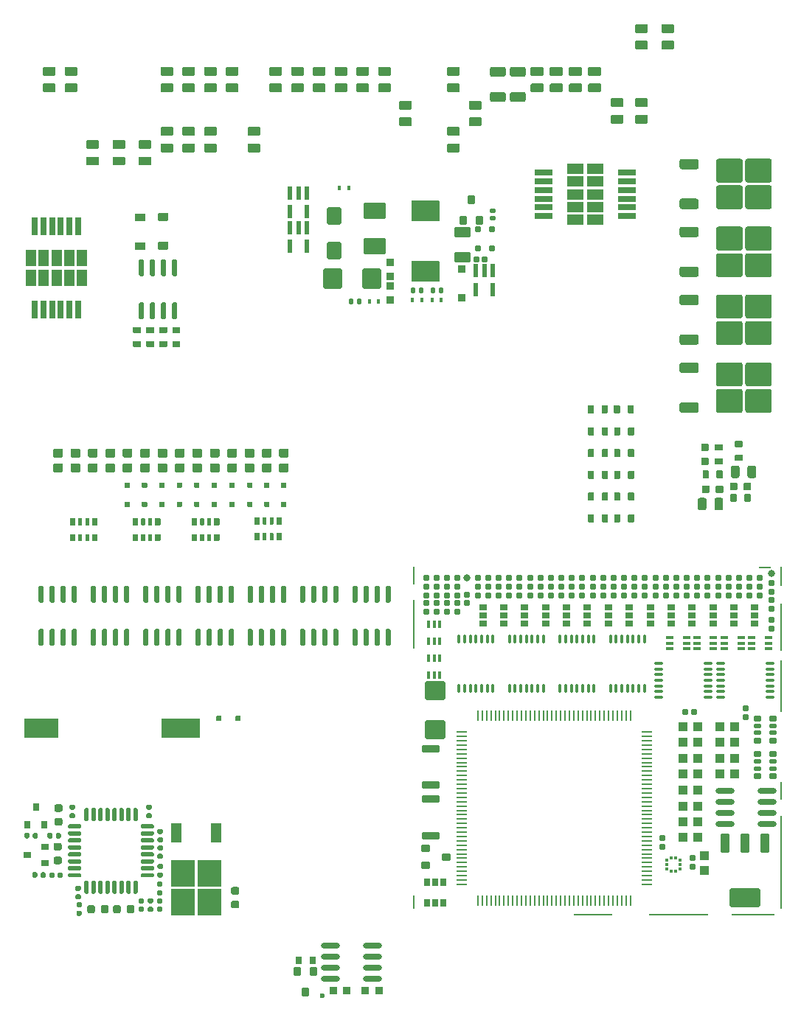
<source format=gtp>
G75*
G70*
%OFA0B0*%
%FSLAX25Y25*%
%IPPOS*%
%LPD*%
%AMOC8*
5,1,8,0,0,1.08239X$1,22.5*
%
%AMM152*
21,1,0.035430,0.030320,-0.000000,-0.000000,270.000000*
21,1,0.028350,0.037400,-0.000000,-0.000000,270.000000*
1,1,0.007090,-0.015160,-0.014170*
1,1,0.007090,-0.015160,0.014170*
1,1,0.007090,0.015160,0.014170*
1,1,0.007090,0.015160,-0.014170*
%
%AMM153*
21,1,0.043310,0.075980,-0.000000,-0.000000,180.000000*
21,1,0.034650,0.084650,-0.000000,-0.000000,180.000000*
1,1,0.008660,-0.017320,0.037990*
1,1,0.008660,0.017320,0.037990*
1,1,0.008660,0.017320,-0.037990*
1,1,0.008660,-0.017320,-0.037990*
%
%AMM154*
21,1,0.043310,0.075990,-0.000000,-0.000000,180.000000*
21,1,0.034650,0.084650,-0.000000,-0.000000,180.000000*
1,1,0.008660,-0.017320,0.037990*
1,1,0.008660,0.017320,0.037990*
1,1,0.008660,0.017320,-0.037990*
1,1,0.008660,-0.017320,-0.037990*
%
%AMM155*
21,1,0.137800,0.067720,-0.000000,-0.000000,180.000000*
21,1,0.120870,0.084650,-0.000000,-0.000000,180.000000*
1,1,0.016930,-0.060430,0.033860*
1,1,0.016930,0.060430,0.033860*
1,1,0.016930,0.060430,-0.033860*
1,1,0.016930,-0.060430,-0.033860*
%
%AMM156*
21,1,0.039370,0.035430,-0.000000,-0.000000,180.000000*
21,1,0.031500,0.043310,-0.000000,-0.000000,180.000000*
1,1,0.007870,-0.015750,0.017720*
1,1,0.007870,0.015750,0.017720*
1,1,0.007870,0.015750,-0.017720*
1,1,0.007870,-0.015750,-0.017720*
%
%AMM157*
21,1,0.023620,0.030710,-0.000000,-0.000000,0.000000*
21,1,0.018900,0.035430,-0.000000,-0.000000,0.000000*
1,1,0.004720,0.009450,-0.015350*
1,1,0.004720,-0.009450,-0.015350*
1,1,0.004720,-0.009450,0.015350*
1,1,0.004720,0.009450,0.015350*
%
%AMM158*
21,1,0.027560,0.018900,-0.000000,-0.000000,0.000000*
21,1,0.022840,0.023620,-0.000000,-0.000000,0.000000*
1,1,0.004720,0.011420,-0.009450*
1,1,0.004720,-0.011420,-0.009450*
1,1,0.004720,-0.011420,0.009450*
1,1,0.004720,0.011420,0.009450*
%
%AMM159*
21,1,0.023620,0.030710,-0.000000,-0.000000,90.000000*
21,1,0.018900,0.035430,-0.000000,-0.000000,90.000000*
1,1,0.004720,0.015350,0.009450*
1,1,0.004720,0.015350,-0.009450*
1,1,0.004720,-0.015350,-0.009450*
1,1,0.004720,-0.015350,0.009450*
%
%AMM160*
21,1,0.086610,0.073230,-0.000000,-0.000000,270.000000*
21,1,0.069290,0.090550,-0.000000,-0.000000,270.000000*
1,1,0.017320,-0.036610,-0.034650*
1,1,0.017320,-0.036610,0.034650*
1,1,0.017320,0.036610,0.034650*
1,1,0.017320,0.036610,-0.034650*
%
%AMM161*
21,1,0.025590,0.026380,-0.000000,-0.000000,270.000000*
21,1,0.020470,0.031500,-0.000000,-0.000000,270.000000*
1,1,0.005120,-0.013190,-0.010240*
1,1,0.005120,-0.013190,0.010240*
1,1,0.005120,0.013190,0.010240*
1,1,0.005120,0.013190,-0.010240*
%
%AMM162*
21,1,0.017720,0.027950,-0.000000,-0.000000,270.000000*
21,1,0.014170,0.031500,-0.000000,-0.000000,270.000000*
1,1,0.003540,-0.013980,-0.007090*
1,1,0.003540,-0.013980,0.007090*
1,1,0.003540,0.013980,0.007090*
1,1,0.003540,0.013980,-0.007090*
%
%AMM163*
21,1,0.031500,0.072440,-0.000000,-0.000000,270.000000*
21,1,0.025200,0.078740,-0.000000,-0.000000,270.000000*
1,1,0.006300,-0.036220,-0.012600*
1,1,0.006300,-0.036220,0.012600*
1,1,0.006300,0.036220,0.012600*
1,1,0.006300,0.036220,-0.012600*
%
%AMM164*
21,1,0.012600,0.028980,-0.000000,-0.000000,270.000000*
21,1,0.010080,0.031500,-0.000000,-0.000000,270.000000*
1,1,0.002520,-0.014490,-0.005040*
1,1,0.002520,-0.014490,0.005040*
1,1,0.002520,0.014490,0.005040*
1,1,0.002520,0.014490,-0.005040*
%
%AMM165*
21,1,0.012600,0.028980,-0.000000,-0.000000,0.000000*
21,1,0.010080,0.031500,-0.000000,-0.000000,0.000000*
1,1,0.002520,0.005040,-0.014490*
1,1,0.002520,-0.005040,-0.014490*
1,1,0.002520,-0.005040,0.014490*
1,1,0.002520,0.005040,0.014490*
%
%AMM166*
21,1,0.039370,0.035430,-0.000000,-0.000000,90.000000*
21,1,0.031500,0.043310,-0.000000,-0.000000,90.000000*
1,1,0.007870,0.017720,0.015750*
1,1,0.007870,0.017720,-0.015750*
1,1,0.007870,-0.017720,-0.015750*
1,1,0.007870,-0.017720,0.015750*
%
%AMM167*
21,1,0.027560,0.018900,-0.000000,-0.000000,270.000000*
21,1,0.022840,0.023620,-0.000000,-0.000000,270.000000*
1,1,0.004720,-0.009450,-0.011420*
1,1,0.004720,-0.009450,0.011420*
1,1,0.004720,0.009450,0.011420*
1,1,0.004720,0.009450,-0.011420*
%
%AMM274*
21,1,0.086610,0.073230,0.000000,-0.000000,180.000000*
21,1,0.069290,0.090550,0.000000,-0.000000,180.000000*
1,1,0.017320,-0.034650,0.036610*
1,1,0.017320,0.034650,0.036610*
1,1,0.017320,0.034650,-0.036610*
1,1,0.017320,-0.034650,-0.036610*
%
%AMM275*
21,1,0.094490,0.111020,0.000000,-0.000000,270.000000*
21,1,0.075590,0.129920,0.000000,-0.000000,270.000000*
1,1,0.018900,-0.055510,-0.037800*
1,1,0.018900,-0.055510,0.037800*
1,1,0.018900,0.055510,0.037800*
1,1,0.018900,0.055510,-0.037800*
%
%AMM276*
21,1,0.074800,0.083460,0.000000,-0.000000,270.000000*
21,1,0.059840,0.098430,0.000000,-0.000000,270.000000*
1,1,0.014960,-0.041730,-0.029920*
1,1,0.014960,-0.041730,0.029920*
1,1,0.014960,0.041730,0.029920*
1,1,0.014960,0.041730,-0.029920*
%
%AMM277*
21,1,0.078740,0.053540,0.000000,-0.000000,90.000000*
21,1,0.065350,0.066930,0.000000,-0.000000,90.000000*
1,1,0.013390,0.026770,0.032680*
1,1,0.013390,0.026770,-0.032680*
1,1,0.013390,-0.026770,-0.032680*
1,1,0.013390,-0.026770,0.032680*
%
%AMM278*
21,1,0.035430,0.030320,0.000000,-0.000000,0.000000*
21,1,0.028350,0.037400,0.000000,-0.000000,0.000000*
1,1,0.007090,0.014170,-0.015160*
1,1,0.007090,-0.014170,-0.015160*
1,1,0.007090,-0.014170,0.015160*
1,1,0.007090,0.014170,0.015160*
%
%AMM279*
21,1,0.021650,0.052760,0.000000,-0.000000,180.000000*
21,1,0.017320,0.057090,0.000000,-0.000000,180.000000*
1,1,0.004330,-0.008660,0.026380*
1,1,0.004330,0.008660,0.026380*
1,1,0.004330,0.008660,-0.026380*
1,1,0.004330,-0.008660,-0.026380*
%
%AMM280*
21,1,0.035830,0.026770,0.000000,-0.000000,270.000000*
21,1,0.029130,0.033470,0.000000,-0.000000,270.000000*
1,1,0.006690,-0.013390,-0.014570*
1,1,0.006690,-0.013390,0.014570*
1,1,0.006690,0.013390,0.014570*
1,1,0.006690,0.013390,-0.014570*
%
%AMM281*
21,1,0.070870,0.036220,0.000000,-0.000000,0.000000*
21,1,0.061810,0.045280,0.000000,-0.000000,0.000000*
1,1,0.009060,0.030910,-0.018110*
1,1,0.009060,-0.030910,-0.018110*
1,1,0.009060,-0.030910,0.018110*
1,1,0.009060,0.030910,0.018110*
%
%AMM282*
21,1,0.033470,0.026770,0.000000,-0.000000,270.000000*
21,1,0.026770,0.033470,0.000000,-0.000000,270.000000*
1,1,0.006690,-0.013390,-0.013390*
1,1,0.006690,-0.013390,0.013390*
1,1,0.006690,0.013390,0.013390*
1,1,0.006690,0.013390,-0.013390*
%
%AMM283*
21,1,0.015750,0.016540,0.000000,-0.000000,180.000000*
21,1,0.012600,0.019680,0.000000,-0.000000,180.000000*
1,1,0.003150,-0.006300,0.008270*
1,1,0.003150,0.006300,0.008270*
1,1,0.003150,0.006300,-0.008270*
1,1,0.003150,-0.006300,-0.008270*
%
%AMM284*
21,1,0.023620,0.018900,0.000000,-0.000000,0.000000*
21,1,0.018900,0.023620,0.000000,-0.000000,0.000000*
1,1,0.004720,0.009450,-0.009450*
1,1,0.004720,-0.009450,-0.009450*
1,1,0.004720,-0.009450,0.009450*
1,1,0.004720,0.009450,0.009450*
%
%AMM285*
21,1,0.019680,0.019680,0.000000,-0.000000,270.000000*
21,1,0.015750,0.023620,0.000000,-0.000000,270.000000*
1,1,0.003940,-0.009840,-0.007870*
1,1,0.003940,-0.009840,0.007870*
1,1,0.003940,0.009840,0.007870*
1,1,0.003940,0.009840,-0.007870*
%
%AMM286*
21,1,0.019680,0.019680,0.000000,-0.000000,180.000000*
21,1,0.015750,0.023620,0.000000,-0.000000,180.000000*
1,1,0.003940,-0.007870,0.009840*
1,1,0.003940,0.007870,0.009840*
1,1,0.003940,0.007870,-0.009840*
1,1,0.003940,-0.007870,-0.009840*
%
%AMM34*
21,1,0.035430,0.030320,0.000000,0.000000,180.000000*
21,1,0.028350,0.037400,0.000000,0.000000,180.000000*
1,1,0.007090,-0.014170,0.015160*
1,1,0.007090,0.014170,0.015160*
1,1,0.007090,0.014170,-0.015160*
1,1,0.007090,-0.014170,-0.015160*
%
%AMM64*
21,1,0.033470,0.026770,0.000000,0.000000,0.000000*
21,1,0.026770,0.033470,0.000000,0.000000,0.000000*
1,1,0.006690,0.013390,-0.013390*
1,1,0.006690,-0.013390,-0.013390*
1,1,0.006690,-0.013390,0.013390*
1,1,0.006690,0.013390,0.013390*
%
%AMM91*
21,1,0.027560,0.030710,0.000000,0.000000,180.000000*
21,1,0.022050,0.036220,0.000000,0.000000,180.000000*
1,1,0.005510,-0.011020,0.015350*
1,1,0.005510,0.011020,0.015350*
1,1,0.005510,0.011020,-0.015350*
1,1,0.005510,-0.011020,-0.015350*
%
%ADD102O,0.00866X0.05118*%
%ADD103O,0.05118X0.00866*%
%ADD116O,0.01181X0.04331*%
%ADD117O,0.04331X0.01181*%
%ADD119O,0.08661X0.02362*%
%ADD121R,0.01476X0.01378*%
%ADD122R,0.01378X0.01476*%
%ADD160M34*%
%ADD17C,0.02362*%
%ADD202M64*%
%ADD21R,0.00787X0.23622*%
%ADD254R,0.07874X0.02559*%
%ADD256R,0.07677X0.04567*%
%ADD257R,0.03543X0.03150*%
%ADD258R,0.04724X0.08661*%
%ADD261R,0.03150X0.03543*%
%ADD264R,0.10827X0.12008*%
%ADD267M91*%
%ADD355M152*%
%ADD356M153*%
%ADD357M154*%
%ADD358M155*%
%ADD359M156*%
%ADD36R,0.00787X0.09055*%
%ADD360M157*%
%ADD361M158*%
%ADD362M159*%
%ADD363M160*%
%ADD364M161*%
%ADD365M162*%
%ADD366M163*%
%ADD367M164*%
%ADD368M165*%
%ADD369M166*%
%ADD37R,0.00787X0.42126*%
%ADD370M167*%
%ADD38R,0.00787X0.08268*%
%ADD39R,0.00787X0.21260*%
%ADD40R,0.05512X0.00787*%
%ADD41R,0.19685X0.00787*%
%ADD42R,0.26772X0.00787*%
%ADD43R,0.17717X0.00787*%
%ADD44R,0.00787X0.06299*%
%ADD45R,0.00787X0.22441*%
%ADD46R,0.00787X0.07874*%
%ADD480M274*%
%ADD481M275*%
%ADD482M276*%
%ADD483M277*%
%ADD484M278*%
%ADD485M279*%
%ADD486M280*%
%ADD487M281*%
%ADD488M282*%
%ADD489M283*%
%ADD490M284*%
%ADD491M285*%
%ADD492M286*%
%ADD517R,0.02559X0.07874*%
%ADD519R,0.04567X0.07677*%
%ADD63R,0.17323X0.09055*%
%ADD64R,0.15748X0.09055*%
%ADD81C,0.03150*%
%ADD87O,0.00000X0.00000*%
X0000000Y0000000D02*
%LPD*%
G01*
G36*
G01*
X0159193Y0418209D02*
X0163209Y0418209D01*
G75*
G02*
X0163563Y0417854I0000000J-000354D01*
G01*
X0163563Y0415020D01*
G75*
G02*
X0163209Y0414665I-000354J0000000D01*
G01*
X0159193Y0414665D01*
G75*
G02*
X0158839Y0415020I0000000J0000354D01*
G01*
X0158839Y0417854D01*
G75*
G02*
X0159193Y0418209I0000354J0000000D01*
G01*
G37*
G36*
G01*
X0159193Y0405217D02*
X0163209Y0405217D01*
G75*
G02*
X0163563Y0404862I0000000J-000354D01*
G01*
X0163563Y0402028D01*
G75*
G02*
X0163209Y0401673I-000354J0000000D01*
G01*
X0159193Y0401673D01*
G75*
G02*
X0158839Y0402028I0000000J0000354D01*
G01*
X0158839Y0404862D01*
G75*
G02*
X0159193Y0405217I0000354J0000000D01*
G01*
G37*
G36*
G01*
X0328346Y0480925D02*
X0328346Y0483642D01*
G75*
G02*
X0329252Y0484547I0000906J0000000D01*
G01*
X0334528Y0484547D01*
G75*
G02*
X0335433Y0483642I0000000J-000906D01*
G01*
X0335433Y0480925D01*
G75*
G02*
X0334528Y0480020I-000906J0000000D01*
G01*
X0329252Y0480020D01*
G75*
G02*
X0328346Y0480925I0000000J0000906D01*
G01*
G37*
G36*
G01*
X0328346Y0469508D02*
X0328346Y0472224D01*
G75*
G02*
X0329252Y0473130I0000906J0000000D01*
G01*
X0334528Y0473130D01*
G75*
G02*
X0335433Y0472224I0000000J-000906D01*
G01*
X0335433Y0469508D01*
G75*
G02*
X0334528Y0468602I-000906J0000000D01*
G01*
X0329252Y0468602D01*
G75*
G02*
X0328346Y0469508I0000000J0000906D01*
G01*
G37*
G36*
G01*
X0164331Y0222638D02*
X0163150Y0222638D01*
G75*
G02*
X0162559Y0223228I0000000J0000591D01*
G01*
X0162559Y0229724D01*
G75*
G02*
X0163150Y0230315I0000591J0000000D01*
G01*
X0164331Y0230315D01*
G75*
G02*
X0164921Y0229724I0000000J-000591D01*
G01*
X0164921Y0223228D01*
G75*
G02*
X0164331Y0222638I-000591J0000000D01*
G01*
G37*
G36*
G01*
X0169331Y0222638D02*
X0168150Y0222638D01*
G75*
G02*
X0167559Y0223228I0000000J0000591D01*
G01*
X0167559Y0229724D01*
G75*
G02*
X0168150Y0230315I0000591J0000000D01*
G01*
X0169331Y0230315D01*
G75*
G02*
X0169921Y0229724I0000000J-000591D01*
G01*
X0169921Y0223228D01*
G75*
G02*
X0169331Y0222638I-000591J0000000D01*
G01*
G37*
G36*
G01*
X0174331Y0222638D02*
X0173150Y0222638D01*
G75*
G02*
X0172559Y0223228I0000000J0000591D01*
G01*
X0172559Y0229724D01*
G75*
G02*
X0173150Y0230315I0000591J0000000D01*
G01*
X0174331Y0230315D01*
G75*
G02*
X0174921Y0229724I0000000J-000591D01*
G01*
X0174921Y0223228D01*
G75*
G02*
X0174331Y0222638I-000591J0000000D01*
G01*
G37*
G36*
G01*
X0179331Y0222638D02*
X0178150Y0222638D01*
G75*
G02*
X0177559Y0223228I0000000J0000591D01*
G01*
X0177559Y0229724D01*
G75*
G02*
X0178150Y0230315I0000591J0000000D01*
G01*
X0179331Y0230315D01*
G75*
G02*
X0179921Y0229724I0000000J-000591D01*
G01*
X0179921Y0223228D01*
G75*
G02*
X0179331Y0222638I-000591J0000000D01*
G01*
G37*
G36*
G01*
X0179331Y0242126D02*
X0178150Y0242126D01*
G75*
G02*
X0177559Y0242717I0000000J0000591D01*
G01*
X0177559Y0249213D01*
G75*
G02*
X0178150Y0249803I0000591J0000000D01*
G01*
X0179331Y0249803D01*
G75*
G02*
X0179921Y0249213I0000000J-000591D01*
G01*
X0179921Y0242717D01*
G75*
G02*
X0179331Y0242126I-000591J0000000D01*
G01*
G37*
G36*
G01*
X0174331Y0242126D02*
X0173150Y0242126D01*
G75*
G02*
X0172559Y0242717I0000000J0000591D01*
G01*
X0172559Y0249213D01*
G75*
G02*
X0173150Y0249803I0000591J0000000D01*
G01*
X0174331Y0249803D01*
G75*
G02*
X0174921Y0249213I0000000J-000591D01*
G01*
X0174921Y0242717D01*
G75*
G02*
X0174331Y0242126I-000591J0000000D01*
G01*
G37*
G36*
G01*
X0169331Y0242126D02*
X0168150Y0242126D01*
G75*
G02*
X0167559Y0242717I0000000J0000591D01*
G01*
X0167559Y0249213D01*
G75*
G02*
X0168150Y0249803I0000591J0000000D01*
G01*
X0169331Y0249803D01*
G75*
G02*
X0169921Y0249213I0000000J-000591D01*
G01*
X0169921Y0242717D01*
G75*
G02*
X0169331Y0242126I-000591J0000000D01*
G01*
G37*
G36*
G01*
X0164331Y0242126D02*
X0163150Y0242126D01*
G75*
G02*
X0162559Y0242717I0000000J0000591D01*
G01*
X0162559Y0249213D01*
G75*
G02*
X0163150Y0249803I0000591J0000000D01*
G01*
X0164331Y0249803D01*
G75*
G02*
X0164921Y0249213I0000000J-000591D01*
G01*
X0164921Y0242717D01*
G75*
G02*
X0164331Y0242126I-000591J0000000D01*
G01*
G37*
G36*
G01*
X0375394Y0298465D02*
X0375394Y0301535D01*
G75*
G02*
X0375669Y0301811I0000276J0000000D01*
G01*
X0377874Y0301811D01*
G75*
G02*
X0378150Y0301535I0000000J-000276D01*
G01*
X0378150Y0298465D01*
G75*
G02*
X0377874Y0298189I-000276J0000000D01*
G01*
X0375669Y0298189D01*
G75*
G02*
X0375394Y0298465I0000000J0000276D01*
G01*
G37*
G36*
G01*
X0381693Y0298465D02*
X0381693Y0301535D01*
G75*
G02*
X0381969Y0301811I0000276J0000000D01*
G01*
X0384173Y0301811D01*
G75*
G02*
X0384449Y0301535I0000000J-000276D01*
G01*
X0384449Y0298465D01*
G75*
G02*
X0384173Y0298189I-000276J0000000D01*
G01*
X0381969Y0298189D01*
G75*
G02*
X0381693Y0298465I0000000J0000276D01*
G01*
G37*
G36*
G01*
X0176004Y0366831D02*
X0179075Y0366831D01*
G75*
G02*
X0179350Y0366555I0000000J-000276D01*
G01*
X0179350Y0364350D01*
G75*
G02*
X0179075Y0364075I-000276J0000000D01*
G01*
X0176004Y0364075D01*
G75*
G02*
X0175728Y0364350I0000000J0000276D01*
G01*
X0175728Y0366555D01*
G75*
G02*
X0176004Y0366831I0000276J0000000D01*
G01*
G37*
G36*
G01*
X0176004Y0360531D02*
X0179075Y0360531D01*
G75*
G02*
X0179350Y0360256I0000000J-000276D01*
G01*
X0179350Y0358051D01*
G75*
G02*
X0179075Y0357776I-000276J0000000D01*
G01*
X0176004Y0357776D01*
G75*
G02*
X0175728Y0358051I0000000J0000276D01*
G01*
X0175728Y0360256D01*
G75*
G02*
X0176004Y0360531I0000276J0000000D01*
G01*
G37*
G36*
G01*
X0165846Y0439961D02*
X0160925Y0439961D01*
G75*
G02*
X0160531Y0440354I0000000J0000394D01*
G01*
X0160531Y0443504D01*
G75*
G02*
X0160925Y0443898I0000394J0000000D01*
G01*
X0165846Y0443898D01*
G75*
G02*
X0166240Y0443504I0000000J-000394D01*
G01*
X0166240Y0440354D01*
G75*
G02*
X0165846Y0439961I-000394J0000000D01*
G01*
G37*
G36*
G01*
X0165846Y0447441D02*
X0160925Y0447441D01*
G75*
G02*
X0160531Y0447835I0000000J0000394D01*
G01*
X0160531Y0450984D01*
G75*
G02*
X0160925Y0451378I0000394J0000000D01*
G01*
X0165846Y0451378D01*
G75*
G02*
X0166240Y0450984I0000000J-000394D01*
G01*
X0166240Y0447835D01*
G75*
G02*
X0165846Y0447441I-000394J0000000D01*
G01*
G37*
G36*
G01*
X0142224Y0439961D02*
X0137303Y0439961D01*
G75*
G02*
X0136909Y0440354I0000000J0000394D01*
G01*
X0136909Y0443504D01*
G75*
G02*
X0137303Y0443898I0000394J0000000D01*
G01*
X0142224Y0443898D01*
G75*
G02*
X0142618Y0443504I0000000J-000394D01*
G01*
X0142618Y0440354D01*
G75*
G02*
X0142224Y0439961I-000394J0000000D01*
G01*
G37*
G36*
G01*
X0142224Y0447441D02*
X0137303Y0447441D01*
G75*
G02*
X0136909Y0447835I0000000J0000394D01*
G01*
X0136909Y0450984D01*
G75*
G02*
X0137303Y0451378I0000394J0000000D01*
G01*
X0142224Y0451378D01*
G75*
G02*
X0142618Y0450984I0000000J-000394D01*
G01*
X0142618Y0447835D01*
G75*
G02*
X0142224Y0447441I-000394J0000000D01*
G01*
G37*
G36*
G01*
X0177362Y0311811D02*
X0180906Y0311811D01*
G75*
G02*
X0181299Y0311417I0000000J-000394D01*
G01*
X0181299Y0308268D01*
G75*
G02*
X0180906Y0307874I-000394J0000000D01*
G01*
X0177362Y0307874D01*
G75*
G02*
X0176969Y0308268I0000000J0000394D01*
G01*
X0176969Y0311417D01*
G75*
G02*
X0177362Y0311811I0000394J0000000D01*
G01*
G37*
G36*
G01*
X0177362Y0305118D02*
X0180906Y0305118D01*
G75*
G02*
X0181299Y0304724I0000000J-000394D01*
G01*
X0181299Y0301575D01*
G75*
G02*
X0180906Y0301181I-000394J0000000D01*
G01*
X0177362Y0301181D01*
G75*
G02*
X0176969Y0301575I0000000J0000394D01*
G01*
X0176969Y0304724D01*
G75*
G02*
X0177362Y0305118I0000394J0000000D01*
G01*
G37*
G36*
G01*
X0185531Y0473031D02*
X0180610Y0473031D01*
G75*
G02*
X0180217Y0473425I0000000J0000394D01*
G01*
X0180217Y0476575D01*
G75*
G02*
X0180610Y0476968I0000394J0000000D01*
G01*
X0185531Y0476968D01*
G75*
G02*
X0185925Y0476575I0000000J-000394D01*
G01*
X0185925Y0473425D01*
G75*
G02*
X0185531Y0473031I-000394J0000000D01*
G01*
G37*
G36*
G01*
X0185531Y0480512D02*
X0180610Y0480512D01*
G75*
G02*
X0180217Y0480906I0000000J0000394D01*
G01*
X0180217Y0484055D01*
G75*
G02*
X0180610Y0484449I0000394J0000000D01*
G01*
X0185531Y0484449D01*
G75*
G02*
X0185925Y0484055I0000000J-000394D01*
G01*
X0185925Y0480906D01*
G75*
G02*
X0185531Y0480512I-000394J0000000D01*
G01*
G37*
G36*
G01*
X0224852Y0285669D02*
X0224852Y0287559D01*
G75*
G02*
X0225089Y0287795I0000236J0000000D01*
G01*
X0226978Y0287795D01*
G75*
G02*
X0227215Y0287559I0000000J-000236D01*
G01*
X0227215Y0285669D01*
G75*
G02*
X0226978Y0285433I-000236J0000000D01*
G01*
X0225089Y0285433D01*
G75*
G02*
X0224852Y0285669I0000000J0000236D01*
G01*
G37*
G36*
G01*
X0224852Y0294331D02*
X0224852Y0296220D01*
G75*
G02*
X0225089Y0296457I0000236J0000000D01*
G01*
X0226978Y0296457D01*
G75*
G02*
X0227215Y0296220I0000000J-000236D01*
G01*
X0227215Y0294331D01*
G75*
G02*
X0226978Y0294094I-000236J0000000D01*
G01*
X0225089Y0294094D01*
G75*
G02*
X0224852Y0294331I0000000J0000236D01*
G01*
G37*
G36*
G01*
X0363583Y0278780D02*
X0363583Y0281850D01*
G75*
G02*
X0363858Y0282126I0000276J0000000D01*
G01*
X0366063Y0282126D01*
G75*
G02*
X0366339Y0281850I0000000J-000276D01*
G01*
X0366339Y0278780D01*
G75*
G02*
X0366063Y0278504I-000276J0000000D01*
G01*
X0363858Y0278504D01*
G75*
G02*
X0363583Y0278780I0000000J0000276D01*
G01*
G37*
G36*
G01*
X0369882Y0278780D02*
X0369882Y0281850D01*
G75*
G02*
X0370157Y0282126I0000276J0000000D01*
G01*
X0372362Y0282126D01*
G75*
G02*
X0372638Y0281850I0000000J-000276D01*
G01*
X0372638Y0278780D01*
G75*
G02*
X0372362Y0278504I-000276J0000000D01*
G01*
X0370157Y0278504D01*
G75*
G02*
X0369882Y0278780I0000000J0000276D01*
G01*
G37*
G36*
G01*
X0217273Y0285669D02*
X0217273Y0287559D01*
G75*
G02*
X0217509Y0287795I0000236J0000000D01*
G01*
X0219399Y0287795D01*
G75*
G02*
X0219635Y0287559I0000000J-000236D01*
G01*
X0219635Y0285669D01*
G75*
G02*
X0219399Y0285433I-000236J0000000D01*
G01*
X0217509Y0285433D01*
G75*
G02*
X0217273Y0285669I0000000J0000236D01*
G01*
G37*
G36*
G01*
X0217273Y0294331D02*
X0217273Y0296220D01*
G75*
G02*
X0217509Y0296457I0000236J0000000D01*
G01*
X0219399Y0296457D01*
G75*
G02*
X0219635Y0296220I0000000J-000236D01*
G01*
X0219635Y0294331D01*
G75*
G02*
X0219399Y0294094I-000236J0000000D01*
G01*
X0217509Y0294094D01*
G75*
G02*
X0217273Y0294331I0000000J0000236D01*
G01*
G37*
G36*
G01*
X0157776Y0270335D02*
X0157776Y0272972D01*
G75*
G02*
X0158031Y0273228I0000256J0000000D01*
G01*
X0160079Y0273228D01*
G75*
G02*
X0160335Y0272972I0000000J-000256D01*
G01*
X0160335Y0270335D01*
G75*
G02*
X0160079Y0270079I-000256J0000000D01*
G01*
X0158031Y0270079D01*
G75*
G02*
X0157776Y0270335I0000000J0000256D01*
G01*
G37*
G36*
G01*
X0161614Y0270256D02*
X0161614Y0273051D01*
G75*
G02*
X0161791Y0273228I0000177J0000000D01*
G01*
X0163209Y0273228D01*
G75*
G02*
X0163386Y0273051I0000000J-000177D01*
G01*
X0163386Y0270256D01*
G75*
G02*
X0163209Y0270079I-000177J0000000D01*
G01*
X0161791Y0270079D01*
G75*
G02*
X0161614Y0270256I0000000J0000177D01*
G01*
G37*
G36*
G01*
X0164764Y0270256D02*
X0164764Y0273051D01*
G75*
G02*
X0164941Y0273228I0000177J0000000D01*
G01*
X0166358Y0273228D01*
G75*
G02*
X0166535Y0273051I0000000J-000177D01*
G01*
X0166535Y0270256D01*
G75*
G02*
X0166358Y0270079I-000177J0000000D01*
G01*
X0164941Y0270079D01*
G75*
G02*
X0164764Y0270256I0000000J0000177D01*
G01*
G37*
G36*
G01*
X0167815Y0270335D02*
X0167815Y0272972D01*
G75*
G02*
X0168071Y0273228I0000256J0000000D01*
G01*
X0170118Y0273228D01*
G75*
G02*
X0170374Y0272972I0000000J-000256D01*
G01*
X0170374Y0270335D01*
G75*
G02*
X0170118Y0270079I-000256J0000000D01*
G01*
X0168071Y0270079D01*
G75*
G02*
X0167815Y0270335I0000000J0000256D01*
G01*
G37*
G36*
G01*
X0167815Y0277421D02*
X0167815Y0280059D01*
G75*
G02*
X0168071Y0280315I0000256J0000000D01*
G01*
X0170118Y0280315D01*
G75*
G02*
X0170374Y0280059I0000000J-000256D01*
G01*
X0170374Y0277421D01*
G75*
G02*
X0170118Y0277165I-000256J0000000D01*
G01*
X0168071Y0277165D01*
G75*
G02*
X0167815Y0277421I0000000J0000256D01*
G01*
G37*
G36*
G01*
X0164764Y0277343D02*
X0164764Y0280138D01*
G75*
G02*
X0164941Y0280315I0000177J0000000D01*
G01*
X0166358Y0280315D01*
G75*
G02*
X0166535Y0280138I0000000J-000177D01*
G01*
X0166535Y0277343D01*
G75*
G02*
X0166358Y0277165I-000177J0000000D01*
G01*
X0164941Y0277165D01*
G75*
G02*
X0164764Y0277343I0000000J0000177D01*
G01*
G37*
G36*
G01*
X0161614Y0277343D02*
X0161614Y0280138D01*
G75*
G02*
X0161791Y0280315I0000177J0000000D01*
G01*
X0163209Y0280315D01*
G75*
G02*
X0163386Y0280138I0000000J-000177D01*
G01*
X0163386Y0277343D01*
G75*
G02*
X0163209Y0277165I-000177J0000000D01*
G01*
X0161791Y0277165D01*
G75*
G02*
X0161614Y0277343I0000000J0000177D01*
G01*
G37*
G36*
G01*
X0157776Y0277421D02*
X0157776Y0280059D01*
G75*
G02*
X0158031Y0280315I0000256J0000000D01*
G01*
X0160079Y0280315D01*
G75*
G02*
X0160335Y0280059I0000000J-000256D01*
G01*
X0160335Y0277421D01*
G75*
G02*
X0160079Y0277165I-000256J0000000D01*
G01*
X0158031Y0277165D01*
G75*
G02*
X0157776Y0277421I0000000J0000256D01*
G01*
G37*
G36*
G01*
X0215059Y0445866D02*
X0210138Y0445866D01*
G75*
G02*
X0209744Y0446260I0000000J0000394D01*
G01*
X0209744Y0449409D01*
G75*
G02*
X0210138Y0449803I0000394J0000000D01*
G01*
X0215059Y0449803D01*
G75*
G02*
X0215453Y0449409I0000000J-000394D01*
G01*
X0215453Y0446260D01*
G75*
G02*
X0215059Y0445866I-000394J0000000D01*
G01*
G37*
G36*
G01*
X0215059Y0453347D02*
X0210138Y0453347D01*
G75*
G02*
X0209744Y0453740I0000000J0000394D01*
G01*
X0209744Y0456890D01*
G75*
G02*
X0210138Y0457284I0000394J0000000D01*
G01*
X0215059Y0457284D01*
G75*
G02*
X0215453Y0456890I0000000J-000394D01*
G01*
X0215453Y0453740D01*
G75*
G02*
X0215059Y0453347I-000394J0000000D01*
G01*
G37*
G36*
G01*
X0158287Y0366831D02*
X0161358Y0366831D01*
G75*
G02*
X0161634Y0366555I0000000J-000276D01*
G01*
X0161634Y0364350D01*
G75*
G02*
X0161358Y0364075I-000276J0000000D01*
G01*
X0158287Y0364075D01*
G75*
G02*
X0158012Y0364350I0000000J0000276D01*
G01*
X0158012Y0366555D01*
G75*
G02*
X0158287Y0366831I0000276J0000000D01*
G01*
G37*
G36*
G01*
X0158287Y0360531D02*
X0161358Y0360531D01*
G75*
G02*
X0161634Y0360256I0000000J-000276D01*
G01*
X0161634Y0358051D01*
G75*
G02*
X0161358Y0357776I-000276J0000000D01*
G01*
X0158287Y0357776D01*
G75*
G02*
X0158012Y0358051I0000000J0000276D01*
G01*
X0158012Y0360256D01*
G75*
G02*
X0158287Y0360531I0000276J0000000D01*
G01*
G37*
G36*
G01*
X0375394Y0278780D02*
X0375394Y0281850D01*
G75*
G02*
X0375669Y0282126I0000276J0000000D01*
G01*
X0377874Y0282126D01*
G75*
G02*
X0378150Y0281850I0000000J-000276D01*
G01*
X0378150Y0278780D01*
G75*
G02*
X0377874Y0278504I-000276J0000000D01*
G01*
X0375669Y0278504D01*
G75*
G02*
X0375394Y0278780I0000000J0000276D01*
G01*
G37*
G36*
G01*
X0381693Y0278780D02*
X0381693Y0281850D01*
G75*
G02*
X0381969Y0282126I0000276J0000000D01*
G01*
X0384173Y0282126D01*
G75*
G02*
X0384449Y0281850I0000000J-000276D01*
G01*
X0384449Y0278780D01*
G75*
G02*
X0384173Y0278504I-000276J0000000D01*
G01*
X0381969Y0278504D01*
G75*
G02*
X0381693Y0278780I0000000J0000276D01*
G01*
G37*
G36*
G01*
X0122319Y0311811D02*
X0125862Y0311811D01*
G75*
G02*
X0126256Y0311417I0000000J-000394D01*
G01*
X0126256Y0308268D01*
G75*
G02*
X0125862Y0307874I-000394J0000000D01*
G01*
X0122319Y0307874D01*
G75*
G02*
X0121925Y0308268I0000000J0000394D01*
G01*
X0121925Y0311417D01*
G75*
G02*
X0122319Y0311811I0000394J0000000D01*
G01*
G37*
G36*
G01*
X0122319Y0305118D02*
X0125862Y0305118D01*
G75*
G02*
X0126256Y0304724I0000000J-000394D01*
G01*
X0126256Y0301575D01*
G75*
G02*
X0125862Y0301181I-000394J0000000D01*
G01*
X0122319Y0301181D01*
G75*
G02*
X0121925Y0301575I0000000J0000394D01*
G01*
X0121925Y0304724D01*
G75*
G02*
X0122319Y0305118I0000394J0000000D01*
G01*
G37*
G36*
G01*
X0305217Y0473031D02*
X0300295Y0473031D01*
G75*
G02*
X0299902Y0473425I0000000J0000394D01*
G01*
X0299902Y0476575D01*
G75*
G02*
X0300295Y0476968I0000394J0000000D01*
G01*
X0305217Y0476968D01*
G75*
G02*
X0305610Y0476575I0000000J-000394D01*
G01*
X0305610Y0473425D01*
G75*
G02*
X0305217Y0473031I-000394J0000000D01*
G01*
G37*
G36*
G01*
X0305217Y0480512D02*
X0300295Y0480512D01*
G75*
G02*
X0299902Y0480906I0000000J0000394D01*
G01*
X0299902Y0484055D01*
G75*
G02*
X0300295Y0484449I0000394J0000000D01*
G01*
X0305217Y0484449D01*
G75*
G02*
X0305610Y0484055I0000000J-000394D01*
G01*
X0305610Y0480906D01*
G75*
G02*
X0305217Y0480512I-000394J0000000D01*
G01*
G37*
G36*
G01*
X0402067Y0492323D02*
X0397146Y0492323D01*
G75*
G02*
X0396752Y0492717I0000000J0000394D01*
G01*
X0396752Y0495866D01*
G75*
G02*
X0397146Y0496260I0000394J0000000D01*
G01*
X0402067Y0496260D01*
G75*
G02*
X0402461Y0495866I0000000J-000394D01*
G01*
X0402461Y0492717D01*
G75*
G02*
X0402067Y0492323I-000394J0000000D01*
G01*
G37*
G36*
G01*
X0402067Y0499803D02*
X0397146Y0499803D01*
G75*
G02*
X0396752Y0500197I0000000J0000394D01*
G01*
X0396752Y0503347D01*
G75*
G02*
X0397146Y0503740I0000394J0000000D01*
G01*
X0402067Y0503740D01*
G75*
G02*
X0402461Y0503347I0000000J-000394D01*
G01*
X0402461Y0500197D01*
G75*
G02*
X0402067Y0499803I-000394J0000000D01*
G01*
G37*
G36*
G01*
X0375394Y0308307D02*
X0375394Y0311378D01*
G75*
G02*
X0375669Y0311654I0000276J0000000D01*
G01*
X0377874Y0311654D01*
G75*
G02*
X0378150Y0311378I0000000J-000276D01*
G01*
X0378150Y0308307D01*
G75*
G02*
X0377874Y0308031I-000276J0000000D01*
G01*
X0375669Y0308031D01*
G75*
G02*
X0375394Y0308307I0000000J0000276D01*
G01*
G37*
G36*
G01*
X0381693Y0308307D02*
X0381693Y0311378D01*
G75*
G02*
X0381969Y0311654I0000276J0000000D01*
G01*
X0384173Y0311654D01*
G75*
G02*
X0384449Y0311378I0000000J-000276D01*
G01*
X0384449Y0308307D01*
G75*
G02*
X0384173Y0308031I-000276J0000000D01*
G01*
X0381969Y0308031D01*
G75*
G02*
X0381693Y0308307I0000000J0000276D01*
G01*
G37*
G36*
G01*
X0375394Y0318150D02*
X0375394Y0321220D01*
G75*
G02*
X0375669Y0321496I0000276J0000000D01*
G01*
X0377874Y0321496D01*
G75*
G02*
X0378150Y0321220I0000000J-000276D01*
G01*
X0378150Y0318150D01*
G75*
G02*
X0377874Y0317874I-000276J0000000D01*
G01*
X0375669Y0317874D01*
G75*
G02*
X0375394Y0318150I0000000J0000276D01*
G01*
G37*
G36*
G01*
X0381693Y0318150D02*
X0381693Y0321220D01*
G75*
G02*
X0381969Y0321496I0000276J0000000D01*
G01*
X0384173Y0321496D01*
G75*
G02*
X0384449Y0321220I0000000J-000276D01*
G01*
X0384449Y0318150D01*
G75*
G02*
X0384173Y0317874I-000276J0000000D01*
G01*
X0381969Y0317874D01*
G75*
G02*
X0381693Y0318150I0000000J0000276D01*
G01*
G37*
G36*
G01*
X0195374Y0445866D02*
X0190453Y0445866D01*
G75*
G02*
X0190059Y0446260I0000000J0000394D01*
G01*
X0190059Y0449409D01*
G75*
G02*
X0190453Y0449803I0000394J0000000D01*
G01*
X0195374Y0449803D01*
G75*
G02*
X0195768Y0449409I0000000J-000394D01*
G01*
X0195768Y0446260D01*
G75*
G02*
X0195374Y0445866I-000394J0000000D01*
G01*
G37*
G36*
G01*
X0195374Y0453347D02*
X0190453Y0453347D01*
G75*
G02*
X0190059Y0453740I0000000J0000394D01*
G01*
X0190059Y0456890D01*
G75*
G02*
X0190453Y0457284I0000394J0000000D01*
G01*
X0195374Y0457284D01*
G75*
G02*
X0195768Y0456890I0000000J-000394D01*
G01*
X0195768Y0453740D01*
G75*
G02*
X0195374Y0453347I-000394J0000000D01*
G01*
G37*
G36*
G01*
X0343012Y0473012D02*
X0338091Y0473012D01*
G75*
G02*
X0337697Y0473406I0000000J0000394D01*
G01*
X0337697Y0476555D01*
G75*
G02*
X0338091Y0476949I0000394J0000000D01*
G01*
X0343012Y0476949D01*
G75*
G02*
X0343406Y0476555I0000000J-000394D01*
G01*
X0343406Y0473406D01*
G75*
G02*
X0343012Y0473012I-000394J0000000D01*
G01*
G37*
G36*
G01*
X0343012Y0480492D02*
X0338091Y0480492D01*
G75*
G02*
X0337697Y0480886I0000000J0000394D01*
G01*
X0337697Y0484036D01*
G75*
G02*
X0338091Y0484429I0000394J0000000D01*
G01*
X0343012Y0484429D01*
G75*
G02*
X0343406Y0484036I0000000J-000394D01*
G01*
X0343406Y0480886D01*
G75*
G02*
X0343012Y0480492I-000394J0000000D01*
G01*
G37*
G36*
G01*
X0154035Y0439961D02*
X0149114Y0439961D01*
G75*
G02*
X0148720Y0440354I0000000J0000394D01*
G01*
X0148720Y0443504D01*
G75*
G02*
X0149114Y0443898I0000394J0000000D01*
G01*
X0154035Y0443898D01*
G75*
G02*
X0154429Y0443504I0000000J-000394D01*
G01*
X0154429Y0440354D01*
G75*
G02*
X0154035Y0439961I-000394J0000000D01*
G01*
G37*
G36*
G01*
X0154035Y0447441D02*
X0149114Y0447441D01*
G75*
G02*
X0148720Y0447835I0000000J0000394D01*
G01*
X0148720Y0450984D01*
G75*
G02*
X0149114Y0451378I0000394J0000000D01*
G01*
X0154035Y0451378D01*
G75*
G02*
X0154429Y0450984I0000000J-000394D01*
G01*
X0154429Y0447835D01*
G75*
G02*
X0154035Y0447441I-000394J0000000D01*
G01*
G37*
G36*
G01*
X0363474Y0328096D02*
X0363474Y0331166D01*
G75*
G02*
X0363750Y0331442I0000276J0000000D01*
G01*
X0365955Y0331442D01*
G75*
G02*
X0366230Y0331166I0000000J-000276D01*
G01*
X0366230Y0328096D01*
G75*
G02*
X0365955Y0327820I-000276J0000000D01*
G01*
X0363750Y0327820D01*
G75*
G02*
X0363474Y0328096I0000000J0000276D01*
G01*
G37*
G36*
G01*
X0369774Y0328096D02*
X0369774Y0331166D01*
G75*
G02*
X0370049Y0331442I0000276J0000000D01*
G01*
X0372254Y0331442D01*
G75*
G02*
X0372529Y0331166I0000000J-000276D01*
G01*
X0372529Y0328096D01*
G75*
G02*
X0372254Y0327820I-000276J0000000D01*
G01*
X0370049Y0327820D01*
G75*
G02*
X0369774Y0328096I0000000J0000276D01*
G01*
G37*
G36*
G01*
X0363583Y0318150D02*
X0363583Y0321220D01*
G75*
G02*
X0363858Y0321496I0000276J0000000D01*
G01*
X0366063Y0321496D01*
G75*
G02*
X0366339Y0321220I0000000J-000276D01*
G01*
X0366339Y0318150D01*
G75*
G02*
X0366063Y0317874I-000276J0000000D01*
G01*
X0363858Y0317874D01*
G75*
G02*
X0363583Y0318150I0000000J0000276D01*
G01*
G37*
G36*
G01*
X0369882Y0318150D02*
X0369882Y0321220D01*
G75*
G02*
X0370157Y0321496I0000276J0000000D01*
G01*
X0372362Y0321496D01*
G75*
G02*
X0372638Y0321220I0000000J-000276D01*
G01*
X0372638Y0318150D01*
G75*
G02*
X0372362Y0317874I-000276J0000000D01*
G01*
X0370157Y0317874D01*
G75*
G02*
X0369882Y0318150I0000000J0000276D01*
G01*
G37*
G36*
G01*
X0375394Y0288622D02*
X0375394Y0291693D01*
G75*
G02*
X0375669Y0291969I0000276J0000000D01*
G01*
X0377874Y0291969D01*
G75*
G02*
X0378150Y0291693I0000000J-000276D01*
G01*
X0378150Y0288622D01*
G75*
G02*
X0377874Y0288346I-000276J0000000D01*
G01*
X0375669Y0288346D01*
G75*
G02*
X0375394Y0288622I0000000J0000276D01*
G01*
G37*
G36*
G01*
X0381693Y0288622D02*
X0381693Y0291693D01*
G75*
G02*
X0381969Y0291969I0000276J0000000D01*
G01*
X0384173Y0291969D01*
G75*
G02*
X0384449Y0291693I0000000J-000276D01*
G01*
X0384449Y0288622D01*
G75*
G02*
X0384173Y0288346I-000276J0000000D01*
G01*
X0381969Y0288346D01*
G75*
G02*
X0381693Y0288622I0000000J0000276D01*
G01*
G37*
G36*
G01*
X0193110Y0311811D02*
X0196654Y0311811D01*
G75*
G02*
X0197047Y0311417I0000000J-000394D01*
G01*
X0197047Y0308268D01*
G75*
G02*
X0196654Y0307874I-000394J0000000D01*
G01*
X0193110Y0307874D01*
G75*
G02*
X0192717Y0308268I0000000J0000394D01*
G01*
X0192717Y0311417D01*
G75*
G02*
X0193110Y0311811I0000394J0000000D01*
G01*
G37*
G36*
G01*
X0193110Y0305118D02*
X0196654Y0305118D01*
G75*
G02*
X0197047Y0304724I0000000J-000394D01*
G01*
X0197047Y0301575D01*
G75*
G02*
X0196654Y0301181I-000394J0000000D01*
G01*
X0193110Y0301181D01*
G75*
G02*
X0192717Y0301575I0000000J0000394D01*
G01*
X0192717Y0304724D01*
G75*
G02*
X0193110Y0305118I0000394J0000000D01*
G01*
G37*
G36*
G01*
X0208858Y0311811D02*
X0212402Y0311811D01*
G75*
G02*
X0212795Y0311417I0000000J-000394D01*
G01*
X0212795Y0308268D01*
G75*
G02*
X0212402Y0307874I-000394J0000000D01*
G01*
X0208858Y0307874D01*
G75*
G02*
X0208465Y0308268I0000000J0000394D01*
G01*
X0208465Y0311417D01*
G75*
G02*
X0208858Y0311811I0000394J0000000D01*
G01*
G37*
G36*
G01*
X0208858Y0305118D02*
X0212402Y0305118D01*
G75*
G02*
X0212795Y0304724I0000000J-000394D01*
G01*
X0212795Y0301575D01*
G75*
G02*
X0212402Y0301181I-000394J0000000D01*
G01*
X0208858Y0301181D01*
G75*
G02*
X0208465Y0301575I0000000J0000394D01*
G01*
X0208465Y0304724D01*
G75*
G02*
X0208858Y0305118I0000394J0000000D01*
G01*
G37*
G36*
G01*
X0206457Y0188583D02*
X0204567Y0188583D01*
G75*
G02*
X0204331Y0188819I0000000J0000236D01*
G01*
X0204331Y0190709D01*
G75*
G02*
X0204567Y0190945I0000236J0000000D01*
G01*
X0206457Y0190945D01*
G75*
G02*
X0206693Y0190709I0000000J-000236D01*
G01*
X0206693Y0188819D01*
G75*
G02*
X0206457Y0188583I-000236J0000000D01*
G01*
G37*
G36*
G01*
X0197795Y0188583D02*
X0195906Y0188583D01*
G75*
G02*
X0195669Y0188819I0000000J0000236D01*
G01*
X0195669Y0190709D01*
G75*
G02*
X0195906Y0190945I0000236J0000000D01*
G01*
X0197795Y0190945D01*
G75*
G02*
X0198031Y0190709I0000000J-000236D01*
G01*
X0198031Y0188819D01*
G75*
G02*
X0197795Y0188583I-000236J0000000D01*
G01*
G37*
D36*
X0450757Y0253942D03*
D37*
X0450757Y0124808D03*
D38*
X0450757Y0157092D03*
D21*
X0450757Y0204533D03*
D39*
X0450757Y0230910D03*
D40*
X0443670Y0258076D03*
D41*
X0438158Y0100989D03*
D42*
X0404694Y0100989D03*
D43*
X0365914Y0100989D03*
D44*
X0285009Y0106895D03*
D45*
X0285009Y0232288D03*
D46*
X0285009Y0254533D03*
G36*
G01*
X0375285Y0328096D02*
X0375285Y0331166D01*
G75*
G02*
X0375561Y0331442I0000276J0000000D01*
G01*
X0377766Y0331442D01*
G75*
G02*
X0378041Y0331166I0000000J-000276D01*
G01*
X0378041Y0328096D01*
G75*
G02*
X0377766Y0327820I-000276J0000000D01*
G01*
X0375561Y0327820D01*
G75*
G02*
X0375285Y0328096I0000000J0000276D01*
G01*
G37*
G36*
G01*
X0381585Y0328096D02*
X0381585Y0331166D01*
G75*
G02*
X0381860Y0331442I0000276J0000000D01*
G01*
X0384065Y0331442D01*
G75*
G02*
X0384340Y0331166I0000000J-000276D01*
G01*
X0384340Y0328096D01*
G75*
G02*
X0384065Y0327820I-000276J0000000D01*
G01*
X0381860Y0327820D01*
G75*
G02*
X0381585Y0328096I0000000J0000276D01*
G01*
G37*
G36*
G01*
X0234744Y0473031D02*
X0229823Y0473031D01*
G75*
G02*
X0229429Y0473425I0000000J0000394D01*
G01*
X0229429Y0476575D01*
G75*
G02*
X0229823Y0476968I0000394J0000000D01*
G01*
X0234744Y0476968D01*
G75*
G02*
X0235138Y0476575I0000000J-000394D01*
G01*
X0235138Y0473425D01*
G75*
G02*
X0234744Y0473031I-000394J0000000D01*
G01*
G37*
G36*
G01*
X0234744Y0480512D02*
X0229823Y0480512D01*
G75*
G02*
X0229429Y0480906I0000000J0000394D01*
G01*
X0229429Y0484055D01*
G75*
G02*
X0229823Y0484449I0000394J0000000D01*
G01*
X0234744Y0484449D01*
G75*
G02*
X0235138Y0484055I0000000J-000394D01*
G01*
X0235138Y0480906D01*
G75*
G02*
X0234744Y0480512I-000394J0000000D01*
G01*
G37*
G36*
G01*
X0363583Y0308307D02*
X0363583Y0311378D01*
G75*
G02*
X0363858Y0311654I0000276J0000000D01*
G01*
X0366063Y0311654D01*
G75*
G02*
X0366339Y0311378I0000000J-000276D01*
G01*
X0366339Y0308307D01*
G75*
G02*
X0366063Y0308031I-000276J0000000D01*
G01*
X0363858Y0308031D01*
G75*
G02*
X0363583Y0308307I0000000J0000276D01*
G01*
G37*
G36*
G01*
X0369882Y0308307D02*
X0369882Y0311378D01*
G75*
G02*
X0370157Y0311654I0000276J0000000D01*
G01*
X0372362Y0311654D01*
G75*
G02*
X0372638Y0311378I0000000J-000276D01*
G01*
X0372638Y0308307D01*
G75*
G02*
X0372362Y0308031I-000276J0000000D01*
G01*
X0370157Y0308031D01*
G75*
G02*
X0369882Y0308307I0000000J0000276D01*
G01*
G37*
G36*
G01*
X0175689Y0445866D02*
X0170768Y0445866D01*
G75*
G02*
X0170374Y0446260I0000000J0000394D01*
G01*
X0170374Y0449409D01*
G75*
G02*
X0170768Y0449803I0000394J0000000D01*
G01*
X0175689Y0449803D01*
G75*
G02*
X0176083Y0449409I0000000J-000394D01*
G01*
X0176083Y0446260D01*
G75*
G02*
X0175689Y0445866I-000394J0000000D01*
G01*
G37*
G36*
G01*
X0175689Y0453347D02*
X0170768Y0453347D01*
G75*
G02*
X0170374Y0453740I0000000J0000394D01*
G01*
X0170374Y0456890D01*
G75*
G02*
X0170768Y0457284I0000394J0000000D01*
G01*
X0175689Y0457284D01*
G75*
G02*
X0176083Y0456890I0000000J-000394D01*
G01*
X0176083Y0453740D01*
G75*
G02*
X0175689Y0453347I-000394J0000000D01*
G01*
G37*
G36*
G01*
X0175689Y0473031D02*
X0170768Y0473031D01*
G75*
G02*
X0170374Y0473425I0000000J0000394D01*
G01*
X0170374Y0476575D01*
G75*
G02*
X0170768Y0476968I0000394J0000000D01*
G01*
X0175689Y0476968D01*
G75*
G02*
X0176083Y0476575I0000000J-000394D01*
G01*
X0176083Y0473425D01*
G75*
G02*
X0175689Y0473031I-000394J0000000D01*
G01*
G37*
G36*
G01*
X0175689Y0480512D02*
X0170768Y0480512D01*
G75*
G02*
X0170374Y0480906I0000000J0000394D01*
G01*
X0170374Y0484055D01*
G75*
G02*
X0170768Y0484449I0000394J0000000D01*
G01*
X0175689Y0484449D01*
G75*
G02*
X0176083Y0484055I0000000J-000394D01*
G01*
X0176083Y0480906D01*
G75*
G02*
X0175689Y0480512I-000394J0000000D01*
G01*
G37*
G36*
G01*
X0319291Y0480925D02*
X0319291Y0483642D01*
G75*
G02*
X0320197Y0484547I0000906J0000000D01*
G01*
X0325472Y0484547D01*
G75*
G02*
X0326378Y0483642I0000000J-000906D01*
G01*
X0326378Y0480925D01*
G75*
G02*
X0325472Y0480020I-000906J0000000D01*
G01*
X0320197Y0480020D01*
G75*
G02*
X0319291Y0480925I0000000J0000906D01*
G01*
G37*
G36*
G01*
X0319291Y0469508D02*
X0319291Y0472224D01*
G75*
G02*
X0320197Y0473130I0000906J0000000D01*
G01*
X0325472Y0473130D01*
G75*
G02*
X0326378Y0472224I0000000J-000906D01*
G01*
X0326378Y0469508D01*
G75*
G02*
X0325472Y0468602I-000906J0000000D01*
G01*
X0320197Y0468602D01*
G75*
G02*
X0319291Y0469508I0000000J0000906D01*
G01*
G37*
G36*
G01*
X0169488Y0311811D02*
X0173031Y0311811D01*
G75*
G02*
X0173425Y0311417I0000000J-000394D01*
G01*
X0173425Y0308268D01*
G75*
G02*
X0173031Y0307874I-000394J0000000D01*
G01*
X0169488Y0307874D01*
G75*
G02*
X0169094Y0308268I0000000J0000394D01*
G01*
X0169094Y0311417D01*
G75*
G02*
X0169488Y0311811I0000394J0000000D01*
G01*
G37*
G36*
G01*
X0169488Y0305118D02*
X0173031Y0305118D01*
G75*
G02*
X0173425Y0304724I0000000J-000394D01*
G01*
X0173425Y0301575D01*
G75*
G02*
X0173031Y0301181I-000394J0000000D01*
G01*
X0169488Y0301181D01*
G75*
G02*
X0169094Y0301575I0000000J0000394D01*
G01*
X0169094Y0304724D01*
G75*
G02*
X0169488Y0305118I0000394J0000000D01*
G01*
G37*
G36*
G01*
X0117087Y0222638D02*
X0115906Y0222638D01*
G75*
G02*
X0115315Y0223228I0000000J0000591D01*
G01*
X0115315Y0229724D01*
G75*
G02*
X0115906Y0230315I0000591J0000000D01*
G01*
X0117087Y0230315D01*
G75*
G02*
X0117677Y0229724I0000000J-000591D01*
G01*
X0117677Y0223228D01*
G75*
G02*
X0117087Y0222638I-000591J0000000D01*
G01*
G37*
G36*
G01*
X0122087Y0222638D02*
X0120906Y0222638D01*
G75*
G02*
X0120315Y0223228I0000000J0000591D01*
G01*
X0120315Y0229724D01*
G75*
G02*
X0120906Y0230315I0000591J0000000D01*
G01*
X0122087Y0230315D01*
G75*
G02*
X0122677Y0229724I0000000J-000591D01*
G01*
X0122677Y0223228D01*
G75*
G02*
X0122087Y0222638I-000591J0000000D01*
G01*
G37*
G36*
G01*
X0127087Y0222638D02*
X0125906Y0222638D01*
G75*
G02*
X0125315Y0223228I0000000J0000591D01*
G01*
X0125315Y0229724D01*
G75*
G02*
X0125906Y0230315I0000591J0000000D01*
G01*
X0127087Y0230315D01*
G75*
G02*
X0127677Y0229724I0000000J-000591D01*
G01*
X0127677Y0223228D01*
G75*
G02*
X0127087Y0222638I-000591J0000000D01*
G01*
G37*
G36*
G01*
X0132087Y0222638D02*
X0130906Y0222638D01*
G75*
G02*
X0130315Y0223228I0000000J0000591D01*
G01*
X0130315Y0229724D01*
G75*
G02*
X0130906Y0230315I0000591J0000000D01*
G01*
X0132087Y0230315D01*
G75*
G02*
X0132677Y0229724I0000000J-000591D01*
G01*
X0132677Y0223228D01*
G75*
G02*
X0132087Y0222638I-000591J0000000D01*
G01*
G37*
G36*
G01*
X0132087Y0242126D02*
X0130906Y0242126D01*
G75*
G02*
X0130315Y0242717I0000000J0000591D01*
G01*
X0130315Y0249213D01*
G75*
G02*
X0130906Y0249803I0000591J0000000D01*
G01*
X0132087Y0249803D01*
G75*
G02*
X0132677Y0249213I0000000J-000591D01*
G01*
X0132677Y0242717D01*
G75*
G02*
X0132087Y0242126I-000591J0000000D01*
G01*
G37*
G36*
G01*
X0127087Y0242126D02*
X0125906Y0242126D01*
G75*
G02*
X0125315Y0242717I0000000J0000591D01*
G01*
X0125315Y0249213D01*
G75*
G02*
X0125906Y0249803I0000591J0000000D01*
G01*
X0127087Y0249803D01*
G75*
G02*
X0127677Y0249213I0000000J-000591D01*
G01*
X0127677Y0242717D01*
G75*
G02*
X0127087Y0242126I-000591J0000000D01*
G01*
G37*
G36*
G01*
X0122087Y0242126D02*
X0120906Y0242126D01*
G75*
G02*
X0120315Y0242717I0000000J0000591D01*
G01*
X0120315Y0249213D01*
G75*
G02*
X0120906Y0249803I0000591J0000000D01*
G01*
X0122087Y0249803D01*
G75*
G02*
X0122677Y0249213I0000000J-000591D01*
G01*
X0122677Y0242717D01*
G75*
G02*
X0122087Y0242126I-000591J0000000D01*
G01*
G37*
G36*
G01*
X0117087Y0242126D02*
X0115906Y0242126D01*
G75*
G02*
X0115315Y0242717I0000000J0000591D01*
G01*
X0115315Y0249213D01*
G75*
G02*
X0115906Y0249803I0000591J0000000D01*
G01*
X0117087Y0249803D01*
G75*
G02*
X0117677Y0249213I0000000J-000591D01*
G01*
X0117677Y0242717D01*
G75*
G02*
X0117087Y0242126I-000591J0000000D01*
G01*
G37*
G36*
G01*
X0200984Y0311811D02*
X0204528Y0311811D01*
G75*
G02*
X0204921Y0311417I0000000J-000394D01*
G01*
X0204921Y0308268D01*
G75*
G02*
X0204528Y0307874I-000394J0000000D01*
G01*
X0200984Y0307874D01*
G75*
G02*
X0200591Y0308268I0000000J0000394D01*
G01*
X0200591Y0311417D01*
G75*
G02*
X0200984Y0311811I0000394J0000000D01*
G01*
G37*
G36*
G01*
X0200984Y0305118D02*
X0204528Y0305118D01*
G75*
G02*
X0204921Y0304724I0000000J-000394D01*
G01*
X0204921Y0301575D01*
G75*
G02*
X0204528Y0301181I-000394J0000000D01*
G01*
X0200984Y0301181D01*
G75*
G02*
X0200591Y0301575I0000000J0000394D01*
G01*
X0200591Y0304724D01*
G75*
G02*
X0200984Y0305118I0000394J0000000D01*
G01*
G37*
G36*
G01*
X0153740Y0311811D02*
X0157283Y0311811D01*
G75*
G02*
X0157677Y0311417I0000000J-000394D01*
G01*
X0157677Y0308268D01*
G75*
G02*
X0157283Y0307874I-000394J0000000D01*
G01*
X0153740Y0307874D01*
G75*
G02*
X0153346Y0308268I0000000J0000394D01*
G01*
X0153346Y0311417D01*
G75*
G02*
X0153740Y0311811I0000394J0000000D01*
G01*
G37*
G36*
G01*
X0153740Y0305118D02*
X0157283Y0305118D01*
G75*
G02*
X0157677Y0304724I0000000J-000394D01*
G01*
X0157677Y0301575D01*
G75*
G02*
X0157283Y0301181I-000394J0000000D01*
G01*
X0153740Y0301181D01*
G75*
G02*
X0153346Y0301575I0000000J0000394D01*
G01*
X0153346Y0304724D01*
G75*
G02*
X0153740Y0305118I0000394J0000000D01*
G01*
G37*
G36*
G01*
X0379232Y0458858D02*
X0374311Y0458858D01*
G75*
G02*
X0373917Y0459252I0000000J0000394D01*
G01*
X0373917Y0462402D01*
G75*
G02*
X0374311Y0462795I0000394J0000000D01*
G01*
X0379232Y0462795D01*
G75*
G02*
X0379626Y0462402I0000000J-000394D01*
G01*
X0379626Y0459252D01*
G75*
G02*
X0379232Y0458858I-000394J0000000D01*
G01*
G37*
G36*
G01*
X0379232Y0466339D02*
X0374311Y0466339D01*
G75*
G02*
X0373917Y0466732I0000000J0000394D01*
G01*
X0373917Y0469882D01*
G75*
G02*
X0374311Y0470276I0000394J0000000D01*
G01*
X0379232Y0470276D01*
G75*
G02*
X0379626Y0469882I0000000J-000394D01*
G01*
X0379626Y0466732D01*
G75*
G02*
X0379232Y0466339I-000394J0000000D01*
G01*
G37*
G36*
G01*
X0145941Y0311811D02*
X0149484Y0311811D01*
G75*
G02*
X0149878Y0311417I0000000J-000394D01*
G01*
X0149878Y0308268D01*
G75*
G02*
X0149484Y0307874I-000394J0000000D01*
G01*
X0145941Y0307874D01*
G75*
G02*
X0145547Y0308268I0000000J0000394D01*
G01*
X0145547Y0311417D01*
G75*
G02*
X0145941Y0311811I0000394J0000000D01*
G01*
G37*
G36*
G01*
X0145941Y0305118D02*
X0149484Y0305118D01*
G75*
G02*
X0149878Y0304724I0000000J-000394D01*
G01*
X0149878Y0301575D01*
G75*
G02*
X0149484Y0301181I-000394J0000000D01*
G01*
X0145941Y0301181D01*
G75*
G02*
X0145547Y0301575I0000000J0000394D01*
G01*
X0145547Y0304724D01*
G75*
G02*
X0145941Y0305118I0000394J0000000D01*
G01*
G37*
G36*
G01*
X0363583Y0288622D02*
X0363583Y0291693D01*
G75*
G02*
X0363858Y0291969I0000276J0000000D01*
G01*
X0366063Y0291969D01*
G75*
G02*
X0366339Y0291693I0000000J-000276D01*
G01*
X0366339Y0288622D01*
G75*
G02*
X0366063Y0288346I-000276J0000000D01*
G01*
X0363858Y0288346D01*
G75*
G02*
X0363583Y0288622I0000000J0000276D01*
G01*
G37*
G36*
G01*
X0369882Y0288622D02*
X0369882Y0291693D01*
G75*
G02*
X0370157Y0291969I0000276J0000000D01*
G01*
X0372362Y0291969D01*
G75*
G02*
X0372638Y0291693I0000000J-000276D01*
G01*
X0372638Y0288622D01*
G75*
G02*
X0372362Y0288346I-000276J0000000D01*
G01*
X0370157Y0288346D01*
G75*
G02*
X0369882Y0288622I0000000J0000276D01*
G01*
G37*
G36*
G01*
X0162382Y0370276D02*
X0161201Y0370276D01*
G75*
G02*
X0160610Y0370866I0000000J0000591D01*
G01*
X0160610Y0377362D01*
G75*
G02*
X0161201Y0377953I0000591J0000000D01*
G01*
X0162382Y0377953D01*
G75*
G02*
X0162972Y0377362I0000000J-000591D01*
G01*
X0162972Y0370866D01*
G75*
G02*
X0162382Y0370276I-000591J0000000D01*
G01*
G37*
G36*
G01*
X0167382Y0370276D02*
X0166201Y0370276D01*
G75*
G02*
X0165610Y0370866I0000000J0000591D01*
G01*
X0165610Y0377362D01*
G75*
G02*
X0166201Y0377953I0000591J0000000D01*
G01*
X0167382Y0377953D01*
G75*
G02*
X0167972Y0377362I0000000J-000591D01*
G01*
X0167972Y0370866D01*
G75*
G02*
X0167382Y0370276I-000591J0000000D01*
G01*
G37*
G36*
G01*
X0172382Y0370276D02*
X0171201Y0370276D01*
G75*
G02*
X0170610Y0370866I0000000J0000591D01*
G01*
X0170610Y0377362D01*
G75*
G02*
X0171201Y0377953I0000591J0000000D01*
G01*
X0172382Y0377953D01*
G75*
G02*
X0172972Y0377362I0000000J-000591D01*
G01*
X0172972Y0370866D01*
G75*
G02*
X0172382Y0370276I-000591J0000000D01*
G01*
G37*
G36*
G01*
X0177382Y0370276D02*
X0176201Y0370276D01*
G75*
G02*
X0175610Y0370866I0000000J0000591D01*
G01*
X0175610Y0377362D01*
G75*
G02*
X0176201Y0377953I0000591J0000000D01*
G01*
X0177382Y0377953D01*
G75*
G02*
X0177972Y0377362I0000000J-000591D01*
G01*
X0177972Y0370866D01*
G75*
G02*
X0177382Y0370276I-000591J0000000D01*
G01*
G37*
G36*
G01*
X0177382Y0389764D02*
X0176201Y0389764D01*
G75*
G02*
X0175610Y0390354I0000000J0000591D01*
G01*
X0175610Y0396850D01*
G75*
G02*
X0176201Y0397441I0000591J0000000D01*
G01*
X0177382Y0397441D01*
G75*
G02*
X0177972Y0396850I0000000J-000591D01*
G01*
X0177972Y0390354D01*
G75*
G02*
X0177382Y0389764I-000591J0000000D01*
G01*
G37*
G36*
G01*
X0172382Y0389764D02*
X0171201Y0389764D01*
G75*
G02*
X0170610Y0390354I0000000J0000591D01*
G01*
X0170610Y0396850D01*
G75*
G02*
X0171201Y0397441I0000591J0000000D01*
G01*
X0172382Y0397441D01*
G75*
G02*
X0172972Y0396850I0000000J-000591D01*
G01*
X0172972Y0390354D01*
G75*
G02*
X0172382Y0389764I-000591J0000000D01*
G01*
G37*
G36*
G01*
X0167382Y0389764D02*
X0166201Y0389764D01*
G75*
G02*
X0165610Y0390354I0000000J0000591D01*
G01*
X0165610Y0396850D01*
G75*
G02*
X0166201Y0397441I0000591J0000000D01*
G01*
X0167382Y0397441D01*
G75*
G02*
X0167972Y0396850I0000000J-000591D01*
G01*
X0167972Y0390354D01*
G75*
G02*
X0167382Y0389764I-000591J0000000D01*
G01*
G37*
G36*
G01*
X0162382Y0389764D02*
X0161201Y0389764D01*
G75*
G02*
X0160610Y0390354I0000000J0000591D01*
G01*
X0160610Y0396850D01*
G75*
G02*
X0161201Y0397441I0000591J0000000D01*
G01*
X0162382Y0397441D01*
G75*
G02*
X0162972Y0396850I0000000J-000591D01*
G01*
X0162972Y0390354D01*
G75*
G02*
X0162382Y0389764I-000591J0000000D01*
G01*
G37*
G36*
G01*
X0195374Y0473031D02*
X0190453Y0473031D01*
G75*
G02*
X0190059Y0473425I0000000J0000394D01*
G01*
X0190059Y0476575D01*
G75*
G02*
X0190453Y0476968I0000394J0000000D01*
G01*
X0195374Y0476968D01*
G75*
G02*
X0195768Y0476575I0000000J-000394D01*
G01*
X0195768Y0473425D01*
G75*
G02*
X0195374Y0473031I-000394J0000000D01*
G01*
G37*
G36*
G01*
X0195374Y0480512D02*
X0190453Y0480512D01*
G75*
G02*
X0190059Y0480906I0000000J0000394D01*
G01*
X0190059Y0484055D01*
G75*
G02*
X0190453Y0484449I0000394J0000000D01*
G01*
X0195374Y0484449D01*
G75*
G02*
X0195768Y0484055I0000000J-000394D01*
G01*
X0195768Y0480906D01*
G75*
G02*
X0195374Y0480512I-000394J0000000D01*
G01*
G37*
G36*
G01*
X0224902Y0473031D02*
X0219980Y0473031D01*
G75*
G02*
X0219587Y0473425I0000000J0000394D01*
G01*
X0219587Y0476575D01*
G75*
G02*
X0219980Y0476968I0000394J0000000D01*
G01*
X0224902Y0476968D01*
G75*
G02*
X0225295Y0476575I0000000J-000394D01*
G01*
X0225295Y0473425D01*
G75*
G02*
X0224902Y0473031I-000394J0000000D01*
G01*
G37*
G36*
G01*
X0224902Y0480512D02*
X0219980Y0480512D01*
G75*
G02*
X0219587Y0480906I0000000J0000394D01*
G01*
X0219587Y0484055D01*
G75*
G02*
X0219980Y0484449I0000394J0000000D01*
G01*
X0224902Y0484449D01*
G75*
G02*
X0225295Y0484055I0000000J-000394D01*
G01*
X0225295Y0480906D01*
G75*
G02*
X0224902Y0480512I-000394J0000000D01*
G01*
G37*
G36*
G01*
X0360335Y0473012D02*
X0355413Y0473012D01*
G75*
G02*
X0355020Y0473406I0000000J0000394D01*
G01*
X0355020Y0476555D01*
G75*
G02*
X0355413Y0476949I0000394J0000000D01*
G01*
X0360335Y0476949D01*
G75*
G02*
X0360728Y0476555I0000000J-000394D01*
G01*
X0360728Y0473406D01*
G75*
G02*
X0360335Y0473012I-000394J0000000D01*
G01*
G37*
G36*
G01*
X0360335Y0480492D02*
X0355413Y0480492D01*
G75*
G02*
X0355020Y0480886I0000000J0000394D01*
G01*
X0355020Y0484036D01*
G75*
G02*
X0355413Y0484429I0000394J0000000D01*
G01*
X0360335Y0484429D01*
G75*
G02*
X0360728Y0484036I0000000J-000394D01*
G01*
X0360728Y0480886D01*
G75*
G02*
X0360335Y0480492I-000394J0000000D01*
G01*
G37*
G36*
G01*
X0122539Y0473012D02*
X0117618Y0473012D01*
G75*
G02*
X0117224Y0473406I0000000J0000394D01*
G01*
X0117224Y0476555D01*
G75*
G02*
X0117618Y0476949I0000394J0000000D01*
G01*
X0122539Y0476949D01*
G75*
G02*
X0122933Y0476555I0000000J-000394D01*
G01*
X0122933Y0473406D01*
G75*
G02*
X0122539Y0473012I-000394J0000000D01*
G01*
G37*
G36*
G01*
X0122539Y0480492D02*
X0117618Y0480492D01*
G75*
G02*
X0117224Y0480886I0000000J0000394D01*
G01*
X0117224Y0484036D01*
G75*
G02*
X0117618Y0484429I0000394J0000000D01*
G01*
X0122539Y0484429D01*
G75*
G02*
X0122933Y0484036I0000000J-000394D01*
G01*
X0122933Y0480886D01*
G75*
G02*
X0122539Y0480492I-000394J0000000D01*
G01*
G37*
G36*
G01*
X0258839Y0222638D02*
X0257657Y0222638D01*
G75*
G02*
X0257067Y0223228I0000000J0000591D01*
G01*
X0257067Y0229724D01*
G75*
G02*
X0257657Y0230315I0000591J0000000D01*
G01*
X0258839Y0230315D01*
G75*
G02*
X0259429Y0229724I0000000J-000591D01*
G01*
X0259429Y0223228D01*
G75*
G02*
X0258839Y0222638I-000591J0000000D01*
G01*
G37*
G36*
G01*
X0263839Y0222638D02*
X0262657Y0222638D01*
G75*
G02*
X0262067Y0223228I0000000J0000591D01*
G01*
X0262067Y0229724D01*
G75*
G02*
X0262657Y0230315I0000591J0000000D01*
G01*
X0263839Y0230315D01*
G75*
G02*
X0264429Y0229724I0000000J-000591D01*
G01*
X0264429Y0223228D01*
G75*
G02*
X0263839Y0222638I-000591J0000000D01*
G01*
G37*
G36*
G01*
X0268839Y0222638D02*
X0267657Y0222638D01*
G75*
G02*
X0267067Y0223228I0000000J0000591D01*
G01*
X0267067Y0229724D01*
G75*
G02*
X0267657Y0230315I0000591J0000000D01*
G01*
X0268839Y0230315D01*
G75*
G02*
X0269429Y0229724I0000000J-000591D01*
G01*
X0269429Y0223228D01*
G75*
G02*
X0268839Y0222638I-000591J0000000D01*
G01*
G37*
G36*
G01*
X0273839Y0222638D02*
X0272657Y0222638D01*
G75*
G02*
X0272067Y0223228I0000000J0000591D01*
G01*
X0272067Y0229724D01*
G75*
G02*
X0272657Y0230315I0000591J0000000D01*
G01*
X0273839Y0230315D01*
G75*
G02*
X0274429Y0229724I0000000J-000591D01*
G01*
X0274429Y0223228D01*
G75*
G02*
X0273839Y0222638I-000591J0000000D01*
G01*
G37*
G36*
G01*
X0273839Y0242126D02*
X0272657Y0242126D01*
G75*
G02*
X0272067Y0242717I0000000J0000591D01*
G01*
X0272067Y0249213D01*
G75*
G02*
X0272657Y0249803I0000591J0000000D01*
G01*
X0273839Y0249803D01*
G75*
G02*
X0274429Y0249213I0000000J-000591D01*
G01*
X0274429Y0242717D01*
G75*
G02*
X0273839Y0242126I-000591J0000000D01*
G01*
G37*
G36*
G01*
X0268839Y0242126D02*
X0267657Y0242126D01*
G75*
G02*
X0267067Y0242717I0000000J0000591D01*
G01*
X0267067Y0249213D01*
G75*
G02*
X0267657Y0249803I0000591J0000000D01*
G01*
X0268839Y0249803D01*
G75*
G02*
X0269429Y0249213I0000000J-000591D01*
G01*
X0269429Y0242717D01*
G75*
G02*
X0268839Y0242126I-000591J0000000D01*
G01*
G37*
G36*
G01*
X0263839Y0242126D02*
X0262657Y0242126D01*
G75*
G02*
X0262067Y0242717I0000000J0000591D01*
G01*
X0262067Y0249213D01*
G75*
G02*
X0262657Y0249803I0000591J0000000D01*
G01*
X0263839Y0249803D01*
G75*
G02*
X0264429Y0249213I0000000J-000591D01*
G01*
X0264429Y0242717D01*
G75*
G02*
X0263839Y0242126I-000591J0000000D01*
G01*
G37*
G36*
G01*
X0258839Y0242126D02*
X0257657Y0242126D01*
G75*
G02*
X0257067Y0242717I0000000J0000591D01*
G01*
X0257067Y0249213D01*
G75*
G02*
X0257657Y0249803I0000591J0000000D01*
G01*
X0258839Y0249803D01*
G75*
G02*
X0259429Y0249213I0000000J-000591D01*
G01*
X0259429Y0242717D01*
G75*
G02*
X0258839Y0242126I-000591J0000000D01*
G01*
G37*
G36*
G01*
X0363583Y0298465D02*
X0363583Y0301535D01*
G75*
G02*
X0363858Y0301811I0000276J0000000D01*
G01*
X0366063Y0301811D01*
G75*
G02*
X0366339Y0301535I0000000J-000276D01*
G01*
X0366339Y0298465D01*
G75*
G02*
X0366063Y0298189I-000276J0000000D01*
G01*
X0363858Y0298189D01*
G75*
G02*
X0363583Y0298465I0000000J0000276D01*
G01*
G37*
G36*
G01*
X0369882Y0298465D02*
X0369882Y0301535D01*
G75*
G02*
X0370157Y0301811I0000276J0000000D01*
G01*
X0372362Y0301811D01*
G75*
G02*
X0372638Y0301535I0000000J-000276D01*
G01*
X0372638Y0298465D01*
G75*
G02*
X0372362Y0298189I-000276J0000000D01*
G01*
X0370157Y0298189D01*
G75*
G02*
X0369882Y0298465I0000000J0000276D01*
G01*
G37*
G36*
G01*
X0184449Y0270335D02*
X0184449Y0272972D01*
G75*
G02*
X0184705Y0273228I0000256J0000000D01*
G01*
X0186752Y0273228D01*
G75*
G02*
X0187008Y0272972I0000000J-000256D01*
G01*
X0187008Y0270335D01*
G75*
G02*
X0186752Y0270079I-000256J0000000D01*
G01*
X0184705Y0270079D01*
G75*
G02*
X0184449Y0270335I0000000J0000256D01*
G01*
G37*
G36*
G01*
X0188287Y0270256D02*
X0188287Y0273051D01*
G75*
G02*
X0188465Y0273228I0000177J0000000D01*
G01*
X0189882Y0273228D01*
G75*
G02*
X0190059Y0273051I0000000J-000177D01*
G01*
X0190059Y0270256D01*
G75*
G02*
X0189882Y0270079I-000177J0000000D01*
G01*
X0188465Y0270079D01*
G75*
G02*
X0188287Y0270256I0000000J0000177D01*
G01*
G37*
G36*
G01*
X0191437Y0270256D02*
X0191437Y0273051D01*
G75*
G02*
X0191614Y0273228I0000177J0000000D01*
G01*
X0193031Y0273228D01*
G75*
G02*
X0193209Y0273051I0000000J-000177D01*
G01*
X0193209Y0270256D01*
G75*
G02*
X0193031Y0270079I-000177J0000000D01*
G01*
X0191614Y0270079D01*
G75*
G02*
X0191437Y0270256I0000000J0000177D01*
G01*
G37*
G36*
G01*
X0194488Y0270335D02*
X0194488Y0272972D01*
G75*
G02*
X0194744Y0273228I0000256J0000000D01*
G01*
X0196791Y0273228D01*
G75*
G02*
X0197047Y0272972I0000000J-000256D01*
G01*
X0197047Y0270335D01*
G75*
G02*
X0196791Y0270079I-000256J0000000D01*
G01*
X0194744Y0270079D01*
G75*
G02*
X0194488Y0270335I0000000J0000256D01*
G01*
G37*
G36*
G01*
X0194488Y0277421D02*
X0194488Y0280059D01*
G75*
G02*
X0194744Y0280315I0000256J0000000D01*
G01*
X0196791Y0280315D01*
G75*
G02*
X0197047Y0280059I0000000J-000256D01*
G01*
X0197047Y0277421D01*
G75*
G02*
X0196791Y0277165I-000256J0000000D01*
G01*
X0194744Y0277165D01*
G75*
G02*
X0194488Y0277421I0000000J0000256D01*
G01*
G37*
G36*
G01*
X0191437Y0277343D02*
X0191437Y0280138D01*
G75*
G02*
X0191614Y0280315I0000177J0000000D01*
G01*
X0193031Y0280315D01*
G75*
G02*
X0193209Y0280138I0000000J-000177D01*
G01*
X0193209Y0277343D01*
G75*
G02*
X0193031Y0277165I-000177J0000000D01*
G01*
X0191614Y0277165D01*
G75*
G02*
X0191437Y0277343I0000000J0000177D01*
G01*
G37*
G36*
G01*
X0188287Y0277343D02*
X0188287Y0280138D01*
G75*
G02*
X0188465Y0280315I0000177J0000000D01*
G01*
X0189882Y0280315D01*
G75*
G02*
X0190059Y0280138I0000000J-000177D01*
G01*
X0190059Y0277343D01*
G75*
G02*
X0189882Y0277165I-000177J0000000D01*
G01*
X0188465Y0277165D01*
G75*
G02*
X0188287Y0277343I0000000J0000177D01*
G01*
G37*
G36*
G01*
X0184449Y0277421D02*
X0184449Y0280059D01*
G75*
G02*
X0184705Y0280315I0000256J0000000D01*
G01*
X0186752Y0280315D01*
G75*
G02*
X0187008Y0280059I0000000J-000256D01*
G01*
X0187008Y0277421D01*
G75*
G02*
X0186752Y0277165I-000256J0000000D01*
G01*
X0184705Y0277165D01*
G75*
G02*
X0184449Y0277421I0000000J0000256D01*
G01*
G37*
D63*
X0179527Y0185433D03*
D64*
X0116535Y0185433D03*
G36*
G01*
X0283563Y0457677D02*
X0278642Y0457677D01*
G75*
G02*
X0278248Y0458071I0000000J0000394D01*
G01*
X0278248Y0461220D01*
G75*
G02*
X0278642Y0461614I0000394J0000000D01*
G01*
X0283563Y0461614D01*
G75*
G02*
X0283957Y0461220I0000000J-000394D01*
G01*
X0283957Y0458071D01*
G75*
G02*
X0283563Y0457677I-000394J0000000D01*
G01*
G37*
G36*
G01*
X0283563Y0465158D02*
X0278642Y0465158D01*
G75*
G02*
X0278248Y0465551I0000000J0000394D01*
G01*
X0278248Y0468701D01*
G75*
G02*
X0278642Y0469095I0000394J0000000D01*
G01*
X0283563Y0469095D01*
G75*
G02*
X0283957Y0468701I0000000J-000394D01*
G01*
X0283957Y0465551D01*
G75*
G02*
X0283563Y0465158I-000394J0000000D01*
G01*
G37*
G36*
G01*
X0177756Y0285669D02*
X0177756Y0287559D01*
G75*
G02*
X0177992Y0287795I0000236J0000000D01*
G01*
X0179882Y0287795D01*
G75*
G02*
X0180118Y0287559I0000000J-000236D01*
G01*
X0180118Y0285669D01*
G75*
G02*
X0179882Y0285433I-000236J0000000D01*
G01*
X0177992Y0285433D01*
G75*
G02*
X0177756Y0285669I0000000J0000236D01*
G01*
G37*
G36*
G01*
X0177756Y0294331D02*
X0177756Y0296220D01*
G75*
G02*
X0177992Y0296457I0000236J0000000D01*
G01*
X0179882Y0296457D01*
G75*
G02*
X0180118Y0296220I0000000J-000236D01*
G01*
X0180118Y0294331D01*
G75*
G02*
X0179882Y0294094I-000236J0000000D01*
G01*
X0177992Y0294094D01*
G75*
G02*
X0177756Y0294331I0000000J0000236D01*
G01*
G37*
G36*
G01*
X0154134Y0285669D02*
X0154134Y0287559D01*
G75*
G02*
X0154370Y0287795I0000236J0000000D01*
G01*
X0156260Y0287795D01*
G75*
G02*
X0156496Y0287559I0000000J-000236D01*
G01*
X0156496Y0285669D01*
G75*
G02*
X0156260Y0285433I-000236J0000000D01*
G01*
X0154370Y0285433D01*
G75*
G02*
X0154134Y0285669I0000000J0000236D01*
G01*
G37*
G36*
G01*
X0154134Y0294331D02*
X0154134Y0296220D01*
G75*
G02*
X0154370Y0296457I0000236J0000000D01*
G01*
X0156260Y0296457D01*
G75*
G02*
X0156496Y0296220I0000000J-000236D01*
G01*
X0156496Y0294331D01*
G75*
G02*
X0156260Y0294094I-000236J0000000D01*
G01*
X0154370Y0294094D01*
G75*
G02*
X0154134Y0294331I0000000J0000236D01*
G01*
G37*
G36*
G01*
X0162008Y0285669D02*
X0162008Y0287559D01*
G75*
G02*
X0162244Y0287795I0000236J0000000D01*
G01*
X0164134Y0287795D01*
G75*
G02*
X0164370Y0287559I0000000J-000236D01*
G01*
X0164370Y0285669D01*
G75*
G02*
X0164134Y0285433I-000236J0000000D01*
G01*
X0162244Y0285433D01*
G75*
G02*
X0162008Y0285669I0000000J0000236D01*
G01*
G37*
G36*
G01*
X0162008Y0294331D02*
X0162008Y0296220D01*
G75*
G02*
X0162244Y0296457I0000236J0000000D01*
G01*
X0164134Y0296457D01*
G75*
G02*
X0164370Y0296220I0000000J-000236D01*
G01*
X0164370Y0294331D01*
G75*
G02*
X0164134Y0294094I-000236J0000000D01*
G01*
X0162244Y0294094D01*
G75*
G02*
X0162008Y0294331I0000000J0000236D01*
G01*
G37*
G36*
G01*
X0351673Y0473012D02*
X0346752Y0473012D01*
G75*
G02*
X0346358Y0473406I0000000J0000394D01*
G01*
X0346358Y0476555D01*
G75*
G02*
X0346752Y0476949I0000394J0000000D01*
G01*
X0351673Y0476949D01*
G75*
G02*
X0352067Y0476555I0000000J-000394D01*
G01*
X0352067Y0473406D01*
G75*
G02*
X0351673Y0473012I-000394J0000000D01*
G01*
G37*
G36*
G01*
X0351673Y0480492D02*
X0346752Y0480492D01*
G75*
G02*
X0346358Y0480886I0000000J0000394D01*
G01*
X0346358Y0484036D01*
G75*
G02*
X0346752Y0484429I0000394J0000000D01*
G01*
X0351673Y0484429D01*
G75*
G02*
X0352067Y0484036I0000000J-000394D01*
G01*
X0352067Y0480886D01*
G75*
G02*
X0351673Y0480492I-000394J0000000D01*
G01*
G37*
G36*
G01*
X0185630Y0285669D02*
X0185630Y0287559D01*
G75*
G02*
X0185866Y0287795I0000236J0000000D01*
G01*
X0187756Y0287795D01*
G75*
G02*
X0187992Y0287559I0000000J-000236D01*
G01*
X0187992Y0285669D01*
G75*
G02*
X0187756Y0285433I-000236J0000000D01*
G01*
X0185866Y0285433D01*
G75*
G02*
X0185630Y0285669I0000000J0000236D01*
G01*
G37*
G36*
G01*
X0185630Y0294331D02*
X0185630Y0296220D01*
G75*
G02*
X0185866Y0296457I0000236J0000000D01*
G01*
X0187756Y0296457D01*
G75*
G02*
X0187992Y0296220I0000000J-000236D01*
G01*
X0187992Y0294331D01*
G75*
G02*
X0187756Y0294094I-000236J0000000D01*
G01*
X0185866Y0294094D01*
G75*
G02*
X0185630Y0294331I0000000J0000236D01*
G01*
G37*
G36*
G01*
X0129405Y0270335D02*
X0129405Y0272972D01*
G75*
G02*
X0129661Y0273228I0000256J0000000D01*
G01*
X0131709Y0273228D01*
G75*
G02*
X0131965Y0272972I0000000J-000256D01*
G01*
X0131965Y0270335D01*
G75*
G02*
X0131709Y0270079I-000256J0000000D01*
G01*
X0129661Y0270079D01*
G75*
G02*
X0129405Y0270335I0000000J0000256D01*
G01*
G37*
G36*
G01*
X0133244Y0270256D02*
X0133244Y0273051D01*
G75*
G02*
X0133421Y0273228I0000177J0000000D01*
G01*
X0134839Y0273228D01*
G75*
G02*
X0135016Y0273051I0000000J-000177D01*
G01*
X0135016Y0270256D01*
G75*
G02*
X0134839Y0270079I-000177J0000000D01*
G01*
X0133421Y0270079D01*
G75*
G02*
X0133244Y0270256I0000000J0000177D01*
G01*
G37*
G36*
G01*
X0136394Y0270256D02*
X0136394Y0273051D01*
G75*
G02*
X0136571Y0273228I0000177J0000000D01*
G01*
X0137988Y0273228D01*
G75*
G02*
X0138165Y0273051I0000000J-000177D01*
G01*
X0138165Y0270256D01*
G75*
G02*
X0137988Y0270079I-000177J0000000D01*
G01*
X0136571Y0270079D01*
G75*
G02*
X0136394Y0270256I0000000J0000177D01*
G01*
G37*
G36*
G01*
X0139445Y0270335D02*
X0139445Y0272972D01*
G75*
G02*
X0139701Y0273228I0000256J0000000D01*
G01*
X0141748Y0273228D01*
G75*
G02*
X0142004Y0272972I0000000J-000256D01*
G01*
X0142004Y0270335D01*
G75*
G02*
X0141748Y0270079I-000256J0000000D01*
G01*
X0139701Y0270079D01*
G75*
G02*
X0139445Y0270335I0000000J0000256D01*
G01*
G37*
G36*
G01*
X0139445Y0277421D02*
X0139445Y0280059D01*
G75*
G02*
X0139701Y0280315I0000256J0000000D01*
G01*
X0141748Y0280315D01*
G75*
G02*
X0142004Y0280059I0000000J-000256D01*
G01*
X0142004Y0277421D01*
G75*
G02*
X0141748Y0277165I-000256J0000000D01*
G01*
X0139701Y0277165D01*
G75*
G02*
X0139445Y0277421I0000000J0000256D01*
G01*
G37*
G36*
G01*
X0136394Y0277343D02*
X0136394Y0280138D01*
G75*
G02*
X0136571Y0280315I0000177J0000000D01*
G01*
X0137988Y0280315D01*
G75*
G02*
X0138165Y0280138I0000000J-000177D01*
G01*
X0138165Y0277343D01*
G75*
G02*
X0137988Y0277165I-000177J0000000D01*
G01*
X0136571Y0277165D01*
G75*
G02*
X0136394Y0277343I0000000J0000177D01*
G01*
G37*
G36*
G01*
X0133244Y0277343D02*
X0133244Y0280138D01*
G75*
G02*
X0133421Y0280315I0000177J0000000D01*
G01*
X0134839Y0280315D01*
G75*
G02*
X0135016Y0280138I0000000J-000177D01*
G01*
X0135016Y0277343D01*
G75*
G02*
X0134839Y0277165I-000177J0000000D01*
G01*
X0133421Y0277165D01*
G75*
G02*
X0133244Y0277343I0000000J0000177D01*
G01*
G37*
G36*
G01*
X0129405Y0277421D02*
X0129405Y0280059D01*
G75*
G02*
X0129661Y0280315I0000256J0000000D01*
G01*
X0131709Y0280315D01*
G75*
G02*
X0131965Y0280059I0000000J-000256D01*
G01*
X0131965Y0277421D01*
G75*
G02*
X0131709Y0277165I-000256J0000000D01*
G01*
X0129661Y0277165D01*
G75*
G02*
X0129405Y0277421I0000000J0000256D01*
G01*
G37*
G36*
G01*
X0315059Y0457677D02*
X0310138Y0457677D01*
G75*
G02*
X0309744Y0458071I0000000J0000394D01*
G01*
X0309744Y0461220D01*
G75*
G02*
X0310138Y0461614I0000394J0000000D01*
G01*
X0315059Y0461614D01*
G75*
G02*
X0315453Y0461220I0000000J-000394D01*
G01*
X0315453Y0458071D01*
G75*
G02*
X0315059Y0457677I-000394J0000000D01*
G01*
G37*
G36*
G01*
X0315059Y0465158D02*
X0310138Y0465158D01*
G75*
G02*
X0309744Y0465551I0000000J0000394D01*
G01*
X0309744Y0468701D01*
G75*
G02*
X0310138Y0469095I0000394J0000000D01*
G01*
X0315059Y0469095D01*
G75*
G02*
X0315453Y0468701I0000000J-000394D01*
G01*
X0315453Y0465551D01*
G75*
G02*
X0315059Y0465158I-000394J0000000D01*
G01*
G37*
G36*
G01*
X0185531Y0445866D02*
X0180610Y0445866D01*
G75*
G02*
X0180217Y0446260I0000000J0000394D01*
G01*
X0180217Y0449409D01*
G75*
G02*
X0180610Y0449803I0000394J0000000D01*
G01*
X0185531Y0449803D01*
G75*
G02*
X0185925Y0449409I0000000J-000394D01*
G01*
X0185925Y0446260D01*
G75*
G02*
X0185531Y0445866I-000394J0000000D01*
G01*
G37*
G36*
G01*
X0185531Y0453347D02*
X0180610Y0453347D01*
G75*
G02*
X0180217Y0453740I0000000J0000394D01*
G01*
X0180217Y0456890D01*
G75*
G02*
X0180610Y0457284I0000394J0000000D01*
G01*
X0185531Y0457284D01*
G75*
G02*
X0185925Y0456890I0000000J-000394D01*
G01*
X0185925Y0453740D01*
G75*
G02*
X0185531Y0453347I-000394J0000000D01*
G01*
G37*
G36*
G01*
X0138067Y0311811D02*
X0141610Y0311811D01*
G75*
G02*
X0142004Y0311417I0000000J-000394D01*
G01*
X0142004Y0308268D01*
G75*
G02*
X0141610Y0307874I-000394J0000000D01*
G01*
X0138067Y0307874D01*
G75*
G02*
X0137673Y0308268I0000000J0000394D01*
G01*
X0137673Y0311417D01*
G75*
G02*
X0138067Y0311811I0000394J0000000D01*
G01*
G37*
G36*
G01*
X0138067Y0305118D02*
X0141610Y0305118D01*
G75*
G02*
X0142004Y0304724I0000000J-000394D01*
G01*
X0142004Y0301575D01*
G75*
G02*
X0141610Y0301181I-000394J0000000D01*
G01*
X0138067Y0301181D01*
G75*
G02*
X0137673Y0301575I0000000J0000394D01*
G01*
X0137673Y0304724D01*
G75*
G02*
X0138067Y0305118I0000394J0000000D01*
G01*
G37*
G36*
G01*
X0390256Y0458858D02*
X0385335Y0458858D01*
G75*
G02*
X0384941Y0459252I0000000J0000394D01*
G01*
X0384941Y0462402D01*
G75*
G02*
X0385335Y0462795I0000394J0000000D01*
G01*
X0390256Y0462795D01*
G75*
G02*
X0390650Y0462402I0000000J-000394D01*
G01*
X0390650Y0459252D01*
G75*
G02*
X0390256Y0458858I-000394J0000000D01*
G01*
G37*
G36*
G01*
X0390256Y0466339D02*
X0385335Y0466339D01*
G75*
G02*
X0384941Y0466732I0000000J0000394D01*
G01*
X0384941Y0469882D01*
G75*
G02*
X0385335Y0470276I0000394J0000000D01*
G01*
X0390256Y0470276D01*
G75*
G02*
X0390650Y0469882I0000000J-000394D01*
G01*
X0390650Y0466732D01*
G75*
G02*
X0390256Y0466339I-000394J0000000D01*
G01*
G37*
G36*
G01*
X0193504Y0285669D02*
X0193504Y0287559D01*
G75*
G02*
X0193740Y0287795I0000236J0000000D01*
G01*
X0195630Y0287795D01*
G75*
G02*
X0195866Y0287559I0000000J-000236D01*
G01*
X0195866Y0285669D01*
G75*
G02*
X0195630Y0285433I-000236J0000000D01*
G01*
X0193740Y0285433D01*
G75*
G02*
X0193504Y0285669I0000000J0000236D01*
G01*
G37*
G36*
G01*
X0193504Y0294331D02*
X0193504Y0296220D01*
G75*
G02*
X0193740Y0296457I0000236J0000000D01*
G01*
X0195630Y0296457D01*
G75*
G02*
X0195866Y0296220I0000000J-000236D01*
G01*
X0195866Y0294331D01*
G75*
G02*
X0195630Y0294094I-000236J0000000D01*
G01*
X0193740Y0294094D01*
G75*
G02*
X0193504Y0294331I0000000J0000236D01*
G01*
G37*
G36*
G01*
X0130193Y0311811D02*
X0133736Y0311811D01*
G75*
G02*
X0134130Y0311417I0000000J-000394D01*
G01*
X0134130Y0308268D01*
G75*
G02*
X0133736Y0307874I-000394J0000000D01*
G01*
X0130193Y0307874D01*
G75*
G02*
X0129799Y0308268I0000000J0000394D01*
G01*
X0129799Y0311417D01*
G75*
G02*
X0130193Y0311811I0000394J0000000D01*
G01*
G37*
G36*
G01*
X0130193Y0305118D02*
X0133736Y0305118D01*
G75*
G02*
X0134130Y0304724I0000000J-000394D01*
G01*
X0134130Y0301575D01*
G75*
G02*
X0133736Y0301181I-000394J0000000D01*
G01*
X0130193Y0301181D01*
G75*
G02*
X0129799Y0301575I0000000J0000394D01*
G01*
X0129799Y0304724D01*
G75*
G02*
X0130193Y0305118I0000394J0000000D01*
G01*
G37*
G36*
G01*
X0140709Y0222638D02*
X0139528Y0222638D01*
G75*
G02*
X0138937Y0223228I0000000J0000591D01*
G01*
X0138937Y0229724D01*
G75*
G02*
X0139528Y0230315I0000591J0000000D01*
G01*
X0140709Y0230315D01*
G75*
G02*
X0141299Y0229724I0000000J-000591D01*
G01*
X0141299Y0223228D01*
G75*
G02*
X0140709Y0222638I-000591J0000000D01*
G01*
G37*
G36*
G01*
X0145709Y0222638D02*
X0144528Y0222638D01*
G75*
G02*
X0143937Y0223228I0000000J0000591D01*
G01*
X0143937Y0229724D01*
G75*
G02*
X0144528Y0230315I0000591J0000000D01*
G01*
X0145709Y0230315D01*
G75*
G02*
X0146299Y0229724I0000000J-000591D01*
G01*
X0146299Y0223228D01*
G75*
G02*
X0145709Y0222638I-000591J0000000D01*
G01*
G37*
G36*
G01*
X0150709Y0222638D02*
X0149528Y0222638D01*
G75*
G02*
X0148937Y0223228I0000000J0000591D01*
G01*
X0148937Y0229724D01*
G75*
G02*
X0149528Y0230315I0000591J0000000D01*
G01*
X0150709Y0230315D01*
G75*
G02*
X0151299Y0229724I0000000J-000591D01*
G01*
X0151299Y0223228D01*
G75*
G02*
X0150709Y0222638I-000591J0000000D01*
G01*
G37*
G36*
G01*
X0155709Y0222638D02*
X0154528Y0222638D01*
G75*
G02*
X0153937Y0223228I0000000J0000591D01*
G01*
X0153937Y0229724D01*
G75*
G02*
X0154528Y0230315I0000591J0000000D01*
G01*
X0155709Y0230315D01*
G75*
G02*
X0156299Y0229724I0000000J-000591D01*
G01*
X0156299Y0223228D01*
G75*
G02*
X0155709Y0222638I-000591J0000000D01*
G01*
G37*
G36*
G01*
X0155709Y0242126D02*
X0154528Y0242126D01*
G75*
G02*
X0153937Y0242717I0000000J0000591D01*
G01*
X0153937Y0249213D01*
G75*
G02*
X0154528Y0249803I0000591J0000000D01*
G01*
X0155709Y0249803D01*
G75*
G02*
X0156299Y0249213I0000000J-000591D01*
G01*
X0156299Y0242717D01*
G75*
G02*
X0155709Y0242126I-000591J0000000D01*
G01*
G37*
G36*
G01*
X0150709Y0242126D02*
X0149528Y0242126D01*
G75*
G02*
X0148937Y0242717I0000000J0000591D01*
G01*
X0148937Y0249213D01*
G75*
G02*
X0149528Y0249803I0000591J0000000D01*
G01*
X0150709Y0249803D01*
G75*
G02*
X0151299Y0249213I0000000J-000591D01*
G01*
X0151299Y0242717D01*
G75*
G02*
X0150709Y0242126I-000591J0000000D01*
G01*
G37*
G36*
G01*
X0145709Y0242126D02*
X0144528Y0242126D01*
G75*
G02*
X0143937Y0242717I0000000J0000591D01*
G01*
X0143937Y0249213D01*
G75*
G02*
X0144528Y0249803I0000591J0000000D01*
G01*
X0145709Y0249803D01*
G75*
G02*
X0146299Y0249213I0000000J-000591D01*
G01*
X0146299Y0242717D01*
G75*
G02*
X0145709Y0242126I-000591J0000000D01*
G01*
G37*
G36*
G01*
X0140709Y0242126D02*
X0139528Y0242126D01*
G75*
G02*
X0138937Y0242717I0000000J0000591D01*
G01*
X0138937Y0249213D01*
G75*
G02*
X0139528Y0249803I0000591J0000000D01*
G01*
X0140709Y0249803D01*
G75*
G02*
X0141299Y0249213I0000000J-000591D01*
G01*
X0141299Y0242717D01*
G75*
G02*
X0140709Y0242126I-000591J0000000D01*
G01*
G37*
G36*
G01*
X0170098Y0366831D02*
X0173169Y0366831D01*
G75*
G02*
X0173445Y0366555I0000000J-000276D01*
G01*
X0173445Y0364350D01*
G75*
G02*
X0173169Y0364075I-000276J0000000D01*
G01*
X0170098Y0364075D01*
G75*
G02*
X0169823Y0364350I0000000J0000276D01*
G01*
X0169823Y0366555D01*
G75*
G02*
X0170098Y0366831I0000276J0000000D01*
G01*
G37*
G36*
G01*
X0170098Y0360531D02*
X0173169Y0360531D01*
G75*
G02*
X0173445Y0360256I0000000J-000276D01*
G01*
X0173445Y0358051D01*
G75*
G02*
X0173169Y0357776I-000276J0000000D01*
G01*
X0170098Y0357776D01*
G75*
G02*
X0169823Y0358051I0000000J0000276D01*
G01*
X0169823Y0360256D01*
G75*
G02*
X0170098Y0360531I0000276J0000000D01*
G01*
G37*
G36*
G01*
X0235217Y0222638D02*
X0234035Y0222638D01*
G75*
G02*
X0233445Y0223228I0000000J0000591D01*
G01*
X0233445Y0229724D01*
G75*
G02*
X0234035Y0230315I0000591J0000000D01*
G01*
X0235217Y0230315D01*
G75*
G02*
X0235807Y0229724I0000000J-000591D01*
G01*
X0235807Y0223228D01*
G75*
G02*
X0235217Y0222638I-000591J0000000D01*
G01*
G37*
G36*
G01*
X0240217Y0222638D02*
X0239035Y0222638D01*
G75*
G02*
X0238445Y0223228I0000000J0000591D01*
G01*
X0238445Y0229724D01*
G75*
G02*
X0239035Y0230315I0000591J0000000D01*
G01*
X0240217Y0230315D01*
G75*
G02*
X0240807Y0229724I0000000J-000591D01*
G01*
X0240807Y0223228D01*
G75*
G02*
X0240217Y0222638I-000591J0000000D01*
G01*
G37*
G36*
G01*
X0245217Y0222638D02*
X0244035Y0222638D01*
G75*
G02*
X0243445Y0223228I0000000J0000591D01*
G01*
X0243445Y0229724D01*
G75*
G02*
X0244035Y0230315I0000591J0000000D01*
G01*
X0245217Y0230315D01*
G75*
G02*
X0245807Y0229724I0000000J-000591D01*
G01*
X0245807Y0223228D01*
G75*
G02*
X0245217Y0222638I-000591J0000000D01*
G01*
G37*
G36*
G01*
X0250217Y0222638D02*
X0249035Y0222638D01*
G75*
G02*
X0248445Y0223228I0000000J0000591D01*
G01*
X0248445Y0229724D01*
G75*
G02*
X0249035Y0230315I0000591J0000000D01*
G01*
X0250217Y0230315D01*
G75*
G02*
X0250807Y0229724I0000000J-000591D01*
G01*
X0250807Y0223228D01*
G75*
G02*
X0250217Y0222638I-000591J0000000D01*
G01*
G37*
G36*
G01*
X0250217Y0242126D02*
X0249035Y0242126D01*
G75*
G02*
X0248445Y0242717I0000000J0000591D01*
G01*
X0248445Y0249213D01*
G75*
G02*
X0249035Y0249803I0000591J0000000D01*
G01*
X0250217Y0249803D01*
G75*
G02*
X0250807Y0249213I0000000J-000591D01*
G01*
X0250807Y0242717D01*
G75*
G02*
X0250217Y0242126I-000591J0000000D01*
G01*
G37*
G36*
G01*
X0245217Y0242126D02*
X0244035Y0242126D01*
G75*
G02*
X0243445Y0242717I0000000J0000591D01*
G01*
X0243445Y0249213D01*
G75*
G02*
X0244035Y0249803I0000591J0000000D01*
G01*
X0245217Y0249803D01*
G75*
G02*
X0245807Y0249213I0000000J-000591D01*
G01*
X0245807Y0242717D01*
G75*
G02*
X0245217Y0242126I-000591J0000000D01*
G01*
G37*
G36*
G01*
X0240217Y0242126D02*
X0239035Y0242126D01*
G75*
G02*
X0238445Y0242717I0000000J0000591D01*
G01*
X0238445Y0249213D01*
G75*
G02*
X0239035Y0249803I0000591J0000000D01*
G01*
X0240217Y0249803D01*
G75*
G02*
X0240807Y0249213I0000000J-000591D01*
G01*
X0240807Y0242717D01*
G75*
G02*
X0240217Y0242126I-000591J0000000D01*
G01*
G37*
G36*
G01*
X0235217Y0242126D02*
X0234035Y0242126D01*
G75*
G02*
X0233445Y0242717I0000000J0000591D01*
G01*
X0233445Y0249213D01*
G75*
G02*
X0234035Y0249803I0000591J0000000D01*
G01*
X0235217Y0249803D01*
G75*
G02*
X0235807Y0249213I0000000J-000591D01*
G01*
X0235807Y0242717D01*
G75*
G02*
X0235217Y0242126I-000591J0000000D01*
G01*
G37*
G36*
G01*
X0211594Y0222638D02*
X0210413Y0222638D01*
G75*
G02*
X0209823Y0223228I0000000J0000591D01*
G01*
X0209823Y0229724D01*
G75*
G02*
X0210413Y0230315I0000591J0000000D01*
G01*
X0211594Y0230315D01*
G75*
G02*
X0212185Y0229724I0000000J-000591D01*
G01*
X0212185Y0223228D01*
G75*
G02*
X0211594Y0222638I-000591J0000000D01*
G01*
G37*
G36*
G01*
X0216594Y0222638D02*
X0215413Y0222638D01*
G75*
G02*
X0214823Y0223228I0000000J0000591D01*
G01*
X0214823Y0229724D01*
G75*
G02*
X0215413Y0230315I0000591J0000000D01*
G01*
X0216594Y0230315D01*
G75*
G02*
X0217185Y0229724I0000000J-000591D01*
G01*
X0217185Y0223228D01*
G75*
G02*
X0216594Y0222638I-000591J0000000D01*
G01*
G37*
G36*
G01*
X0221594Y0222638D02*
X0220413Y0222638D01*
G75*
G02*
X0219823Y0223228I0000000J0000591D01*
G01*
X0219823Y0229724D01*
G75*
G02*
X0220413Y0230315I0000591J0000000D01*
G01*
X0221594Y0230315D01*
G75*
G02*
X0222185Y0229724I0000000J-000591D01*
G01*
X0222185Y0223228D01*
G75*
G02*
X0221594Y0222638I-000591J0000000D01*
G01*
G37*
G36*
G01*
X0226594Y0222638D02*
X0225413Y0222638D01*
G75*
G02*
X0224823Y0223228I0000000J0000591D01*
G01*
X0224823Y0229724D01*
G75*
G02*
X0225413Y0230315I0000591J0000000D01*
G01*
X0226594Y0230315D01*
G75*
G02*
X0227185Y0229724I0000000J-000591D01*
G01*
X0227185Y0223228D01*
G75*
G02*
X0226594Y0222638I-000591J0000000D01*
G01*
G37*
G36*
G01*
X0226594Y0242126D02*
X0225413Y0242126D01*
G75*
G02*
X0224823Y0242717I0000000J0000591D01*
G01*
X0224823Y0249213D01*
G75*
G02*
X0225413Y0249803I0000591J0000000D01*
G01*
X0226594Y0249803D01*
G75*
G02*
X0227185Y0249213I0000000J-000591D01*
G01*
X0227185Y0242717D01*
G75*
G02*
X0226594Y0242126I-000591J0000000D01*
G01*
G37*
G36*
G01*
X0221594Y0242126D02*
X0220413Y0242126D01*
G75*
G02*
X0219823Y0242717I0000000J0000591D01*
G01*
X0219823Y0249213D01*
G75*
G02*
X0220413Y0249803I0000591J0000000D01*
G01*
X0221594Y0249803D01*
G75*
G02*
X0222185Y0249213I0000000J-000591D01*
G01*
X0222185Y0242717D01*
G75*
G02*
X0221594Y0242126I-000591J0000000D01*
G01*
G37*
G36*
G01*
X0216594Y0242126D02*
X0215413Y0242126D01*
G75*
G02*
X0214823Y0242717I0000000J0000591D01*
G01*
X0214823Y0249213D01*
G75*
G02*
X0215413Y0249803I0000591J0000000D01*
G01*
X0216594Y0249803D01*
G75*
G02*
X0217185Y0249213I0000000J-000591D01*
G01*
X0217185Y0242717D01*
G75*
G02*
X0216594Y0242126I-000591J0000000D01*
G01*
G37*
G36*
G01*
X0211594Y0242126D02*
X0210413Y0242126D01*
G75*
G02*
X0209823Y0242717I0000000J0000591D01*
G01*
X0209823Y0249213D01*
G75*
G02*
X0210413Y0249803I0000591J0000000D01*
G01*
X0211594Y0249803D01*
G75*
G02*
X0212185Y0249213I0000000J-000591D01*
G01*
X0212185Y0242717D01*
G75*
G02*
X0211594Y0242126I-000591J0000000D01*
G01*
G37*
G36*
G01*
X0205217Y0473031D02*
X0200295Y0473031D01*
G75*
G02*
X0199902Y0473425I0000000J0000394D01*
G01*
X0199902Y0476575D01*
G75*
G02*
X0200295Y0476968I0000394J0000000D01*
G01*
X0205217Y0476968D01*
G75*
G02*
X0205610Y0476575I0000000J-000394D01*
G01*
X0205610Y0473425D01*
G75*
G02*
X0205217Y0473031I-000394J0000000D01*
G01*
G37*
G36*
G01*
X0205217Y0480512D02*
X0200295Y0480512D01*
G75*
G02*
X0199902Y0480906I0000000J0000394D01*
G01*
X0199902Y0484055D01*
G75*
G02*
X0200295Y0484449I0000394J0000000D01*
G01*
X0205217Y0484449D01*
G75*
G02*
X0205610Y0484055I0000000J-000394D01*
G01*
X0205610Y0480906D01*
G75*
G02*
X0205217Y0480512I-000394J0000000D01*
G01*
G37*
G36*
G01*
X0169882Y0285669D02*
X0169882Y0287559D01*
G75*
G02*
X0170118Y0287795I0000236J0000000D01*
G01*
X0172008Y0287795D01*
G75*
G02*
X0172244Y0287559I0000000J-000236D01*
G01*
X0172244Y0285669D01*
G75*
G02*
X0172008Y0285433I-000236J0000000D01*
G01*
X0170118Y0285433D01*
G75*
G02*
X0169882Y0285669I0000000J0000236D01*
G01*
G37*
G36*
G01*
X0169882Y0294331D02*
X0169882Y0296220D01*
G75*
G02*
X0170118Y0296457I0000236J0000000D01*
G01*
X0172008Y0296457D01*
G75*
G02*
X0172244Y0296220I0000000J-000236D01*
G01*
X0172244Y0294331D01*
G75*
G02*
X0172008Y0294094I-000236J0000000D01*
G01*
X0170118Y0294094D01*
G75*
G02*
X0169882Y0294331I0000000J0000236D01*
G01*
G37*
G36*
G01*
X0264272Y0473031D02*
X0259350Y0473031D01*
G75*
G02*
X0258957Y0473425I0000000J0000394D01*
G01*
X0258957Y0476575D01*
G75*
G02*
X0259350Y0476968I0000394J0000000D01*
G01*
X0264272Y0476968D01*
G75*
G02*
X0264665Y0476575I0000000J-000394D01*
G01*
X0264665Y0473425D01*
G75*
G02*
X0264272Y0473031I-000394J0000000D01*
G01*
G37*
G36*
G01*
X0264272Y0480512D02*
X0259350Y0480512D01*
G75*
G02*
X0258957Y0480906I0000000J0000394D01*
G01*
X0258957Y0484055D01*
G75*
G02*
X0259350Y0484449I0000394J0000000D01*
G01*
X0264272Y0484449D01*
G75*
G02*
X0264665Y0484055I0000000J-000394D01*
G01*
X0264665Y0480906D01*
G75*
G02*
X0264272Y0480512I-000394J0000000D01*
G01*
G37*
G36*
G01*
X0164193Y0366831D02*
X0167264Y0366831D01*
G75*
G02*
X0167539Y0366555I0000000J-000276D01*
G01*
X0167539Y0364350D01*
G75*
G02*
X0167264Y0364075I-000276J0000000D01*
G01*
X0164193Y0364075D01*
G75*
G02*
X0163917Y0364350I0000000J0000276D01*
G01*
X0163917Y0366555D01*
G75*
G02*
X0164193Y0366831I0000276J0000000D01*
G01*
G37*
G36*
G01*
X0164193Y0360531D02*
X0167264Y0360531D01*
G75*
G02*
X0167539Y0360256I0000000J-000276D01*
G01*
X0167539Y0358051D01*
G75*
G02*
X0167264Y0357776I-000276J0000000D01*
G01*
X0164193Y0357776D01*
G75*
G02*
X0163917Y0358051I0000000J0000276D01*
G01*
X0163917Y0360256D01*
G75*
G02*
X0164193Y0360531I0000276J0000000D01*
G01*
G37*
G36*
G01*
X0187972Y0222638D02*
X0186791Y0222638D01*
G75*
G02*
X0186201Y0223228I0000000J0000591D01*
G01*
X0186201Y0229724D01*
G75*
G02*
X0186791Y0230315I0000591J0000000D01*
G01*
X0187972Y0230315D01*
G75*
G02*
X0188563Y0229724I0000000J-000591D01*
G01*
X0188563Y0223228D01*
G75*
G02*
X0187972Y0222638I-000591J0000000D01*
G01*
G37*
G36*
G01*
X0192972Y0222638D02*
X0191791Y0222638D01*
G75*
G02*
X0191201Y0223228I0000000J0000591D01*
G01*
X0191201Y0229724D01*
G75*
G02*
X0191791Y0230315I0000591J0000000D01*
G01*
X0192972Y0230315D01*
G75*
G02*
X0193563Y0229724I0000000J-000591D01*
G01*
X0193563Y0223228D01*
G75*
G02*
X0192972Y0222638I-000591J0000000D01*
G01*
G37*
G36*
G01*
X0197972Y0222638D02*
X0196791Y0222638D01*
G75*
G02*
X0196201Y0223228I0000000J0000591D01*
G01*
X0196201Y0229724D01*
G75*
G02*
X0196791Y0230315I0000591J0000000D01*
G01*
X0197972Y0230315D01*
G75*
G02*
X0198563Y0229724I0000000J-000591D01*
G01*
X0198563Y0223228D01*
G75*
G02*
X0197972Y0222638I-000591J0000000D01*
G01*
G37*
G36*
G01*
X0202972Y0222638D02*
X0201791Y0222638D01*
G75*
G02*
X0201201Y0223228I0000000J0000591D01*
G01*
X0201201Y0229724D01*
G75*
G02*
X0201791Y0230315I0000591J0000000D01*
G01*
X0202972Y0230315D01*
G75*
G02*
X0203563Y0229724I0000000J-000591D01*
G01*
X0203563Y0223228D01*
G75*
G02*
X0202972Y0222638I-000591J0000000D01*
G01*
G37*
G36*
G01*
X0202972Y0242126D02*
X0201791Y0242126D01*
G75*
G02*
X0201201Y0242717I0000000J0000591D01*
G01*
X0201201Y0249213D01*
G75*
G02*
X0201791Y0249803I0000591J0000000D01*
G01*
X0202972Y0249803D01*
G75*
G02*
X0203563Y0249213I0000000J-000591D01*
G01*
X0203563Y0242717D01*
G75*
G02*
X0202972Y0242126I-000591J0000000D01*
G01*
G37*
G36*
G01*
X0197972Y0242126D02*
X0196791Y0242126D01*
G75*
G02*
X0196201Y0242717I0000000J0000591D01*
G01*
X0196201Y0249213D01*
G75*
G02*
X0196791Y0249803I0000591J0000000D01*
G01*
X0197972Y0249803D01*
G75*
G02*
X0198563Y0249213I0000000J-000591D01*
G01*
X0198563Y0242717D01*
G75*
G02*
X0197972Y0242126I-000591J0000000D01*
G01*
G37*
G36*
G01*
X0192972Y0242126D02*
X0191791Y0242126D01*
G75*
G02*
X0191201Y0242717I0000000J0000591D01*
G01*
X0191201Y0249213D01*
G75*
G02*
X0191791Y0249803I0000591J0000000D01*
G01*
X0192972Y0249803D01*
G75*
G02*
X0193563Y0249213I0000000J-000591D01*
G01*
X0193563Y0242717D01*
G75*
G02*
X0192972Y0242126I-000591J0000000D01*
G01*
G37*
G36*
G01*
X0187972Y0242126D02*
X0186791Y0242126D01*
G75*
G02*
X0186201Y0242717I0000000J0000591D01*
G01*
X0186201Y0249213D01*
G75*
G02*
X0186791Y0249803I0000591J0000000D01*
G01*
X0187972Y0249803D01*
G75*
G02*
X0188563Y0249213I0000000J-000591D01*
G01*
X0188563Y0242717D01*
G75*
G02*
X0187972Y0242126I-000591J0000000D01*
G01*
G37*
D87*
X0253346Y0063484D03*
G36*
G01*
X0169626Y0418406D02*
X0173642Y0418406D01*
G75*
G02*
X0173996Y0418051I0000000J-000354D01*
G01*
X0173996Y0415217D01*
G75*
G02*
X0173642Y0414862I-000354J0000000D01*
G01*
X0169626Y0414862D01*
G75*
G02*
X0169272Y0415217I0000000J0000354D01*
G01*
X0169272Y0418051D01*
G75*
G02*
X0169626Y0418406I0000354J0000000D01*
G01*
G37*
G36*
G01*
X0169626Y0405413D02*
X0173642Y0405413D01*
G75*
G02*
X0173996Y0405059I0000000J-000354D01*
G01*
X0173996Y0402224D01*
G75*
G02*
X0173642Y0401870I-000354J0000000D01*
G01*
X0169626Y0401870D01*
G75*
G02*
X0169272Y0402224I0000000J0000354D01*
G01*
X0169272Y0405059D01*
G75*
G02*
X0169626Y0405413I0000354J0000000D01*
G01*
G37*
G36*
G01*
X0224409Y0311811D02*
X0227953Y0311811D01*
G75*
G02*
X0228346Y0311417I0000000J-000394D01*
G01*
X0228346Y0308268D01*
G75*
G02*
X0227953Y0307874I-000394J0000000D01*
G01*
X0224409Y0307874D01*
G75*
G02*
X0224016Y0308268I0000000J0000394D01*
G01*
X0224016Y0311417D01*
G75*
G02*
X0224409Y0311811I0000394J0000000D01*
G01*
G37*
G36*
G01*
X0224409Y0305118D02*
X0227953Y0305118D01*
G75*
G02*
X0228346Y0304724I0000000J-000394D01*
G01*
X0228346Y0301575D01*
G75*
G02*
X0227953Y0301181I-000394J0000000D01*
G01*
X0224409Y0301181D01*
G75*
G02*
X0224016Y0301575I0000000J0000394D01*
G01*
X0224016Y0304724D01*
G75*
G02*
X0224409Y0305118I0000394J0000000D01*
G01*
G37*
G36*
G01*
X0161614Y0311811D02*
X0165157Y0311811D01*
G75*
G02*
X0165551Y0311417I0000000J-000394D01*
G01*
X0165551Y0308268D01*
G75*
G02*
X0165157Y0307874I-000394J0000000D01*
G01*
X0161614Y0307874D01*
G75*
G02*
X0161220Y0308268I0000000J0000394D01*
G01*
X0161220Y0311417D01*
G75*
G02*
X0161614Y0311811I0000394J0000000D01*
G01*
G37*
G36*
G01*
X0161614Y0305118D02*
X0165157Y0305118D01*
G75*
G02*
X0165551Y0304724I0000000J-000394D01*
G01*
X0165551Y0301575D01*
G75*
G02*
X0165157Y0301181I-000394J0000000D01*
G01*
X0161614Y0301181D01*
G75*
G02*
X0161220Y0301575I0000000J0000394D01*
G01*
X0161220Y0304724D01*
G75*
G02*
X0161614Y0305118I0000394J0000000D01*
G01*
G37*
G36*
G01*
X0274114Y0473031D02*
X0269193Y0473031D01*
G75*
G02*
X0268799Y0473425I0000000J0000394D01*
G01*
X0268799Y0476575D01*
G75*
G02*
X0269193Y0476968I0000394J0000000D01*
G01*
X0274114Y0476968D01*
G75*
G02*
X0274508Y0476575I0000000J-000394D01*
G01*
X0274508Y0473425D01*
G75*
G02*
X0274114Y0473031I-000394J0000000D01*
G01*
G37*
G36*
G01*
X0274114Y0480512D02*
X0269193Y0480512D01*
G75*
G02*
X0268799Y0480906I0000000J0000394D01*
G01*
X0268799Y0484055D01*
G75*
G02*
X0269193Y0484449I0000394J0000000D01*
G01*
X0274114Y0484449D01*
G75*
G02*
X0274508Y0484055I0000000J-000394D01*
G01*
X0274508Y0480906D01*
G75*
G02*
X0274114Y0480512I-000394J0000000D01*
G01*
G37*
G36*
G01*
X0209646Y0285669D02*
X0209646Y0287559D01*
G75*
G02*
X0209882Y0287795I0000236J0000000D01*
G01*
X0211772Y0287795D01*
G75*
G02*
X0212008Y0287559I0000000J-000236D01*
G01*
X0212008Y0285669D01*
G75*
G02*
X0211772Y0285433I-000236J0000000D01*
G01*
X0209882Y0285433D01*
G75*
G02*
X0209646Y0285669I0000000J0000236D01*
G01*
G37*
G36*
G01*
X0209646Y0294331D02*
X0209646Y0296220D01*
G75*
G02*
X0209882Y0296457I0000236J0000000D01*
G01*
X0211772Y0296457D01*
G75*
G02*
X0212008Y0296220I0000000J-000236D01*
G01*
X0212008Y0294331D01*
G75*
G02*
X0211772Y0294094I-000236J0000000D01*
G01*
X0209882Y0294094D01*
G75*
G02*
X0209646Y0294331I0000000J0000236D01*
G01*
G37*
G36*
G01*
X0201575Y0285669D02*
X0201575Y0287559D01*
G75*
G02*
X0201811Y0287795I0000236J0000000D01*
G01*
X0203701Y0287795D01*
G75*
G02*
X0203937Y0287559I0000000J-000236D01*
G01*
X0203937Y0285669D01*
G75*
G02*
X0203701Y0285433I-000236J0000000D01*
G01*
X0201811Y0285433D01*
G75*
G02*
X0201575Y0285669I0000000J0000236D01*
G01*
G37*
G36*
G01*
X0201575Y0294331D02*
X0201575Y0296220D01*
G75*
G02*
X0201811Y0296457I0000236J0000000D01*
G01*
X0203701Y0296457D01*
G75*
G02*
X0203937Y0296220I0000000J-000236D01*
G01*
X0203937Y0294331D01*
G75*
G02*
X0203701Y0294094I-000236J0000000D01*
G01*
X0201811Y0294094D01*
G75*
G02*
X0201575Y0294331I0000000J0000236D01*
G01*
G37*
G36*
G01*
X0132382Y0473012D02*
X0127461Y0473012D01*
G75*
G02*
X0127067Y0473406I0000000J0000394D01*
G01*
X0127067Y0476555D01*
G75*
G02*
X0127461Y0476949I0000394J0000000D01*
G01*
X0132382Y0476949D01*
G75*
G02*
X0132776Y0476555I0000000J-000394D01*
G01*
X0132776Y0473406D01*
G75*
G02*
X0132382Y0473012I-000394J0000000D01*
G01*
G37*
G36*
G01*
X0132382Y0480492D02*
X0127461Y0480492D01*
G75*
G02*
X0127067Y0480886I0000000J0000394D01*
G01*
X0127067Y0484036D01*
G75*
G02*
X0127461Y0484429I0000394J0000000D01*
G01*
X0132382Y0484429D01*
G75*
G02*
X0132776Y0484036I0000000J-000394D01*
G01*
X0132776Y0480886D01*
G75*
G02*
X0132382Y0480492I-000394J0000000D01*
G01*
G37*
G36*
G01*
X0225319Y0280453D02*
X0225319Y0277815D01*
G75*
G02*
X0225063Y0277559I-000256J0000000D01*
G01*
X0223016Y0277559D01*
G75*
G02*
X0222760Y0277815I0000000J0000256D01*
G01*
X0222760Y0280453D01*
G75*
G02*
X0223016Y0280709I0000256J0000000D01*
G01*
X0225063Y0280709D01*
G75*
G02*
X0225319Y0280453I0000000J-000256D01*
G01*
G37*
G36*
G01*
X0221480Y0280532D02*
X0221480Y0277736D01*
G75*
G02*
X0221303Y0277559I-000177J0000000D01*
G01*
X0219886Y0277559D01*
G75*
G02*
X0219709Y0277736I0000000J0000177D01*
G01*
X0219709Y0280532D01*
G75*
G02*
X0219886Y0280709I0000177J0000000D01*
G01*
X0221303Y0280709D01*
G75*
G02*
X0221480Y0280532I0000000J-000177D01*
G01*
G37*
G36*
G01*
X0218331Y0280532D02*
X0218331Y0277736D01*
G75*
G02*
X0218154Y0277559I-000177J0000000D01*
G01*
X0216736Y0277559D01*
G75*
G02*
X0216559Y0277736I0000000J0000177D01*
G01*
X0216559Y0280532D01*
G75*
G02*
X0216736Y0280709I0000177J0000000D01*
G01*
X0218154Y0280709D01*
G75*
G02*
X0218331Y0280532I0000000J-000177D01*
G01*
G37*
G36*
G01*
X0215280Y0280453D02*
X0215280Y0277815D01*
G75*
G02*
X0215024Y0277559I-000256J0000000D01*
G01*
X0212976Y0277559D01*
G75*
G02*
X0212721Y0277815I0000000J0000256D01*
G01*
X0212721Y0280453D01*
G75*
G02*
X0212976Y0280709I0000256J0000000D01*
G01*
X0215024Y0280709D01*
G75*
G02*
X0215280Y0280453I0000000J-000256D01*
G01*
G37*
G36*
G01*
X0215280Y0273366D02*
X0215280Y0270728D01*
G75*
G02*
X0215024Y0270472I-000256J0000000D01*
G01*
X0212976Y0270472D01*
G75*
G02*
X0212721Y0270728I0000000J0000256D01*
G01*
X0212721Y0273366D01*
G75*
G02*
X0212976Y0273622I0000256J0000000D01*
G01*
X0215024Y0273622D01*
G75*
G02*
X0215280Y0273366I0000000J-000256D01*
G01*
G37*
G36*
G01*
X0218331Y0273445D02*
X0218331Y0270650D01*
G75*
G02*
X0218154Y0270472I-000177J0000000D01*
G01*
X0216736Y0270472D01*
G75*
G02*
X0216559Y0270650I0000000J0000177D01*
G01*
X0216559Y0273445D01*
G75*
G02*
X0216736Y0273622I0000177J0000000D01*
G01*
X0218154Y0273622D01*
G75*
G02*
X0218331Y0273445I0000000J-000177D01*
G01*
G37*
G36*
G01*
X0221480Y0273445D02*
X0221480Y0270650D01*
G75*
G02*
X0221303Y0270472I-000177J0000000D01*
G01*
X0219886Y0270472D01*
G75*
G02*
X0219709Y0270650I0000000J0000177D01*
G01*
X0219709Y0273445D01*
G75*
G02*
X0219886Y0273622I0000177J0000000D01*
G01*
X0221303Y0273622D01*
G75*
G02*
X0221480Y0273445I0000000J-000177D01*
G01*
G37*
G36*
G01*
X0225319Y0273366D02*
X0225319Y0270728D01*
G75*
G02*
X0225063Y0270472I-000256J0000000D01*
G01*
X0223016Y0270472D01*
G75*
G02*
X0222760Y0270728I0000000J0000256D01*
G01*
X0222760Y0273366D01*
G75*
G02*
X0223016Y0273622I0000256J0000000D01*
G01*
X0225063Y0273622D01*
G75*
G02*
X0225319Y0273366I0000000J-000256D01*
G01*
G37*
G36*
G01*
X0305217Y0445866D02*
X0300295Y0445866D01*
G75*
G02*
X0299902Y0446260I0000000J0000394D01*
G01*
X0299902Y0449409D01*
G75*
G02*
X0300295Y0449803I0000394J0000000D01*
G01*
X0305217Y0449803D01*
G75*
G02*
X0305610Y0449409I0000000J-000394D01*
G01*
X0305610Y0446260D01*
G75*
G02*
X0305217Y0445866I-000394J0000000D01*
G01*
G37*
G36*
G01*
X0305217Y0453347D02*
X0300295Y0453347D01*
G75*
G02*
X0299902Y0453740I0000000J0000394D01*
G01*
X0299902Y0456890D01*
G75*
G02*
X0300295Y0457284I0000394J0000000D01*
G01*
X0305217Y0457284D01*
G75*
G02*
X0305610Y0456890I0000000J-000394D01*
G01*
X0305610Y0453740D01*
G75*
G02*
X0305217Y0453347I-000394J0000000D01*
G01*
G37*
G36*
G01*
X0390256Y0492323D02*
X0385335Y0492323D01*
G75*
G02*
X0384941Y0492717I0000000J0000394D01*
G01*
X0384941Y0495866D01*
G75*
G02*
X0385335Y0496260I0000394J0000000D01*
G01*
X0390256Y0496260D01*
G75*
G02*
X0390650Y0495866I0000000J-000394D01*
G01*
X0390650Y0492717D01*
G75*
G02*
X0390256Y0492323I-000394J0000000D01*
G01*
G37*
G36*
G01*
X0390256Y0499803D02*
X0385335Y0499803D01*
G75*
G02*
X0384941Y0500197I0000000J0000394D01*
G01*
X0384941Y0503347D01*
G75*
G02*
X0385335Y0503740I0000394J0000000D01*
G01*
X0390256Y0503740D01*
G75*
G02*
X0390650Y0503347I0000000J-000394D01*
G01*
X0390650Y0500197D01*
G75*
G02*
X0390256Y0499803I-000394J0000000D01*
G01*
G37*
G36*
G01*
X0368996Y0473012D02*
X0364075Y0473012D01*
G75*
G02*
X0363681Y0473406I0000000J0000394D01*
G01*
X0363681Y0476555D01*
G75*
G02*
X0364075Y0476949I0000394J0000000D01*
G01*
X0368996Y0476949D01*
G75*
G02*
X0369390Y0476555I0000000J-000394D01*
G01*
X0369390Y0473406D01*
G75*
G02*
X0368996Y0473012I-000394J0000000D01*
G01*
G37*
G36*
G01*
X0368996Y0480492D02*
X0364075Y0480492D01*
G75*
G02*
X0363681Y0480886I0000000J0000394D01*
G01*
X0363681Y0484036D01*
G75*
G02*
X0364075Y0484429I0000394J0000000D01*
G01*
X0368996Y0484429D01*
G75*
G02*
X0369390Y0484036I0000000J-000394D01*
G01*
X0369390Y0480886D01*
G75*
G02*
X0368996Y0480492I-000394J0000000D01*
G01*
G37*
G36*
G01*
X0216658Y0311811D02*
X0220201Y0311811D01*
G75*
G02*
X0220595Y0311417I0000000J-000394D01*
G01*
X0220595Y0308268D01*
G75*
G02*
X0220201Y0307874I-000394J0000000D01*
G01*
X0216658Y0307874D01*
G75*
G02*
X0216264Y0308268I0000000J0000394D01*
G01*
X0216264Y0311417D01*
G75*
G02*
X0216658Y0311811I0000394J0000000D01*
G01*
G37*
G36*
G01*
X0216658Y0305118D02*
X0220201Y0305118D01*
G75*
G02*
X0220595Y0304724I0000000J-000394D01*
G01*
X0220595Y0301575D01*
G75*
G02*
X0220201Y0301181I-000394J0000000D01*
G01*
X0216658Y0301181D01*
G75*
G02*
X0216264Y0301575I0000000J0000394D01*
G01*
X0216264Y0304724D01*
G75*
G02*
X0216658Y0305118I0000394J0000000D01*
G01*
G37*
G36*
G01*
X0185236Y0311811D02*
X0188780Y0311811D01*
G75*
G02*
X0189173Y0311417I0000000J-000394D01*
G01*
X0189173Y0308268D01*
G75*
G02*
X0188780Y0307874I-000394J0000000D01*
G01*
X0185236Y0307874D01*
G75*
G02*
X0184843Y0308268I0000000J0000394D01*
G01*
X0184843Y0311417D01*
G75*
G02*
X0185236Y0311811I0000394J0000000D01*
G01*
G37*
G36*
G01*
X0185236Y0305118D02*
X0188780Y0305118D01*
G75*
G02*
X0189173Y0304724I0000000J-000394D01*
G01*
X0189173Y0301575D01*
G75*
G02*
X0188780Y0301181I-000394J0000000D01*
G01*
X0185236Y0301181D01*
G75*
G02*
X0184843Y0301575I0000000J0000394D01*
G01*
X0184843Y0304724D01*
G75*
G02*
X0185236Y0305118I0000394J0000000D01*
G01*
G37*
G36*
G01*
X0244587Y0473031D02*
X0239665Y0473031D01*
G75*
G02*
X0239272Y0473425I0000000J0000394D01*
G01*
X0239272Y0476575D01*
G75*
G02*
X0239665Y0476968I0000394J0000000D01*
G01*
X0244587Y0476968D01*
G75*
G02*
X0244980Y0476575I0000000J-000394D01*
G01*
X0244980Y0473425D01*
G75*
G02*
X0244587Y0473031I-000394J0000000D01*
G01*
G37*
G36*
G01*
X0244587Y0480512D02*
X0239665Y0480512D01*
G75*
G02*
X0239272Y0480906I0000000J0000394D01*
G01*
X0239272Y0484055D01*
G75*
G02*
X0239665Y0484449I0000394J0000000D01*
G01*
X0244587Y0484449D01*
G75*
G02*
X0244980Y0484055I0000000J-000394D01*
G01*
X0244980Y0480906D01*
G75*
G02*
X0244587Y0480512I-000394J0000000D01*
G01*
G37*
G36*
G01*
X0254429Y0473031D02*
X0249508Y0473031D01*
G75*
G02*
X0249114Y0473425I0000000J0000394D01*
G01*
X0249114Y0476575D01*
G75*
G02*
X0249508Y0476968I0000394J0000000D01*
G01*
X0254429Y0476968D01*
G75*
G02*
X0254823Y0476575I0000000J-000394D01*
G01*
X0254823Y0473425D01*
G75*
G02*
X0254429Y0473031I-000394J0000000D01*
G01*
G37*
G36*
G01*
X0254429Y0480512D02*
X0249508Y0480512D01*
G75*
G02*
X0249114Y0480906I0000000J0000394D01*
G01*
X0249114Y0484055D01*
G75*
G02*
X0249508Y0484449I0000394J0000000D01*
G01*
X0254429Y0484449D01*
G75*
G02*
X0254823Y0484055I0000000J-000394D01*
G01*
X0254823Y0480906D01*
G75*
G02*
X0254429Y0480512I-000394J0000000D01*
G01*
G37*
X0451150Y0258470D02*
G01*
G75*
D39*
X0450756Y0230911D02*
D03*
D36*
X0450756Y0253942D02*
D03*
D21*
X0450756Y0204533D02*
D03*
D46*
X0285008Y0254533D02*
D03*
D38*
X0450756Y0157092D02*
D03*
D37*
X0450756Y0124809D02*
D03*
D41*
X0438158Y0100990D02*
D03*
D42*
X0404693Y0100990D02*
D03*
D43*
X0365914Y0100990D02*
D03*
D45*
X0285008Y0232289D02*
D03*
D44*
X0285008Y0106895D02*
D03*
D40*
X0443670Y0258076D02*
D03*
D102*
X0382745Y0107387D02*
D03*
X0380776Y0107387D02*
D03*
X0378808Y0107387D02*
D03*
X0376839Y0107387D02*
D03*
X0374871Y0107387D02*
D03*
X0372902Y0107387D02*
D03*
X0370934Y0107387D02*
D03*
X0368965Y0107387D02*
D03*
X0366997Y0107387D02*
D03*
X0365028Y0107387D02*
D03*
X0363060Y0107387D02*
D03*
X0361091Y0107387D02*
D03*
X0359122Y0107387D02*
D03*
X0357154Y0107387D02*
D03*
X0355185Y0107387D02*
D03*
X0353217Y0107387D02*
D03*
X0351248Y0107387D02*
D03*
X0349280Y0107387D02*
D03*
X0347311Y0107387D02*
D03*
X0345343Y0107387D02*
D03*
X0343374Y0107387D02*
D03*
X0341406Y0107387D02*
D03*
X0339437Y0107387D02*
D03*
X0337469Y0107387D02*
D03*
X0335500Y0107387D02*
D03*
X0333532Y0107387D02*
D03*
X0331563Y0107387D02*
D03*
X0329595Y0107387D02*
D03*
X0327626Y0107387D02*
D03*
X0325658Y0107387D02*
D03*
X0323689Y0107387D02*
D03*
X0321721Y0107387D02*
D03*
X0319752Y0107387D02*
D03*
X0317784Y0107387D02*
D03*
X0315815Y0107387D02*
D03*
X0313847Y0107387D02*
D03*
X0313847Y0191049D02*
D03*
X0315815Y0191049D02*
D03*
X0317784Y0191049D02*
D03*
X0319752Y0191049D02*
D03*
X0321721Y0191049D02*
D03*
X0323689Y0191049D02*
D03*
X0325658Y0191049D02*
D03*
X0327626Y0191049D02*
D03*
X0329595Y0191049D02*
D03*
X0331563Y0191049D02*
D03*
X0333532Y0191049D02*
D03*
X0335500Y0191049D02*
D03*
X0337469Y0191049D02*
D03*
X0339437Y0191049D02*
D03*
X0341406Y0191049D02*
D03*
X0343374Y0191049D02*
D03*
X0345343Y0191049D02*
D03*
X0347311Y0191049D02*
D03*
X0349280Y0191049D02*
D03*
X0351248Y0191049D02*
D03*
X0353217Y0191049D02*
D03*
X0355185Y0191049D02*
D03*
X0357154Y0191049D02*
D03*
X0359122Y0191049D02*
D03*
X0361091Y0191049D02*
D03*
X0363060Y0191049D02*
D03*
X0365028Y0191049D02*
D03*
X0366997Y0191049D02*
D03*
X0368965Y0191049D02*
D03*
X0370934Y0191049D02*
D03*
X0372902Y0191049D02*
D03*
X0374871Y0191049D02*
D03*
X0376839Y0191049D02*
D03*
X0378808Y0191049D02*
D03*
X0380776Y0191049D02*
D03*
X0382745Y0191049D02*
D03*
D103*
X0306465Y0114769D02*
D03*
X0306465Y0116738D02*
D03*
X0306465Y0118706D02*
D03*
X0306465Y0120675D02*
D03*
X0306465Y0122643D02*
D03*
X0306465Y0124612D02*
D03*
X0306465Y0126580D02*
D03*
X0306465Y0128549D02*
D03*
X0306465Y0130517D02*
D03*
X0306465Y0132486D02*
D03*
X0306465Y0134454D02*
D03*
X0306465Y0136423D02*
D03*
X0306465Y0138391D02*
D03*
X0306465Y0140360D02*
D03*
X0306465Y0142328D02*
D03*
X0306465Y0144297D02*
D03*
X0306465Y0146265D02*
D03*
X0306465Y0148234D02*
D03*
X0306465Y0150202D02*
D03*
X0306465Y0152171D02*
D03*
X0306465Y0154139D02*
D03*
X0306465Y0156108D02*
D03*
X0306465Y0158076D02*
D03*
X0306465Y0160045D02*
D03*
X0306465Y0162013D02*
D03*
X0306465Y0163982D02*
D03*
X0306465Y0165950D02*
D03*
X0306465Y0167919D02*
D03*
X0306465Y0169887D02*
D03*
X0306465Y0171856D02*
D03*
X0306465Y0173824D02*
D03*
X0306465Y0175793D02*
D03*
X0306465Y0177761D02*
D03*
X0306465Y0179730D02*
D03*
X0306465Y0181698D02*
D03*
X0306465Y0183667D02*
D03*
X0390126Y0183667D02*
D03*
X0390126Y0181698D02*
D03*
X0390126Y0179730D02*
D03*
X0390126Y0177761D02*
D03*
X0390126Y0175793D02*
D03*
X0390126Y0173824D02*
D03*
X0390126Y0171856D02*
D03*
X0390126Y0169887D02*
D03*
X0390126Y0167919D02*
D03*
X0390126Y0165950D02*
D03*
X0390126Y0163982D02*
D03*
X0390126Y0162013D02*
D03*
X0390126Y0160045D02*
D03*
X0390126Y0158076D02*
D03*
X0390126Y0156108D02*
D03*
X0390126Y0154139D02*
D03*
X0390126Y0152171D02*
D03*
X0390126Y0150202D02*
D03*
X0390126Y0148234D02*
D03*
X0390126Y0146265D02*
D03*
X0390126Y0144297D02*
D03*
X0390126Y0142328D02*
D03*
X0390126Y0140360D02*
D03*
X0390126Y0138391D02*
D03*
X0390126Y0136423D02*
D03*
X0390126Y0134454D02*
D03*
X0390126Y0132486D02*
D03*
X0390126Y0130517D02*
D03*
X0390126Y0128549D02*
D03*
X0390126Y0126580D02*
D03*
X0390126Y0124612D02*
D03*
X0390126Y0122643D02*
D03*
X0390126Y0120675D02*
D03*
X0390126Y0118706D02*
D03*
X0390126Y0116738D02*
D03*
X0390126Y0114769D02*
D03*
D355*
X0290120Y0130958D02*
D03*
X0299372Y0127218D02*
D03*
D355*
X0290120Y0123478D02*
D03*
D356*
X0443670Y0133273D02*
D03*
X0425559Y0133273D02*
D03*
D357*
X0434615Y0133273D02*
D03*
D358*
X0434615Y0108864D02*
D03*
D359*
X0413355Y0157289D02*
D03*
X0406662Y0157289D02*
D03*
X0406662Y0150202D02*
D03*
X0413355Y0150202D02*
D03*
X0413355Y0143116D02*
D03*
X0406662Y0143116D02*
D03*
X0406662Y0136029D02*
D03*
X0413355Y0136029D02*
D03*
X0423197Y0164769D02*
D03*
X0429890Y0164769D02*
D03*
X0406662Y0164769D02*
D03*
X0413355Y0164769D02*
D03*
X0423197Y0171856D02*
D03*
X0429890Y0171856D02*
D03*
X0406662Y0171856D02*
D03*
X0413355Y0171856D02*
D03*
X0423197Y0178942D02*
D03*
X0429890Y0178942D02*
D03*
X0406662Y0178942D02*
D03*
X0413355Y0178942D02*
D03*
X0429890Y0186029D02*
D03*
X0423197Y0186029D02*
D03*
X0406662Y0186029D02*
D03*
X0413355Y0186029D02*
D03*
D360*
X0290719Y0106331D02*
D03*
X0294459Y0106331D02*
D03*
X0298200Y0106331D02*
D03*
X0298200Y0115780D02*
D03*
X0294459Y0115780D02*
D03*
X0290719Y0115780D02*
D03*
D361*
X0446426Y0250990D02*
D03*
X0446426Y0247053D02*
D03*
X0299969Y0237998D02*
D03*
X0299969Y0241935D02*
D03*
X0403512Y0249415D02*
D03*
X0403512Y0253352D02*
D03*
X0389339Y0249415D02*
D03*
X0389339Y0253352D02*
D03*
X0370441Y0245478D02*
D03*
X0370441Y0249415D02*
D03*
X0370441Y0253352D02*
D03*
X0370441Y0249415D02*
D03*
X0360992Y0249415D02*
D03*
X0360992Y0245478D02*
D03*
X0360992Y0249415D02*
D03*
X0360992Y0253352D02*
D03*
X0337370Y0245478D02*
D03*
X0337370Y0249415D02*
D03*
X0313748Y0249415D02*
D03*
X0313748Y0245478D02*
D03*
X0313748Y0249415D02*
D03*
X0313748Y0253352D02*
D03*
X0397114Y0135635D02*
D03*
X0397114Y0131698D02*
D03*
X0309024Y0245872D02*
D03*
X0309024Y0241935D02*
D03*
X0446426Y0230320D02*
D03*
X0446426Y0234257D02*
D03*
X0435008Y0194297D02*
D03*
X0435008Y0190360D02*
D03*
X0290520Y0241935D02*
D03*
X0290520Y0237998D02*
D03*
X0295245Y0241935D02*
D03*
X0295245Y0237998D02*
D03*
X0304693Y0241935D02*
D03*
X0304693Y0237998D02*
D03*
X0441307Y0249415D02*
D03*
X0441307Y0245478D02*
D03*
X0436583Y0249415D02*
D03*
X0436583Y0245478D02*
D03*
X0431859Y0249415D02*
D03*
X0431859Y0245478D02*
D03*
X0427134Y0249415D02*
D03*
X0427134Y0245478D02*
D03*
X0441307Y0249415D02*
D03*
X0441307Y0253352D02*
D03*
X0436583Y0249415D02*
D03*
X0436583Y0253352D02*
D03*
X0431859Y0249415D02*
D03*
X0431859Y0253352D02*
D03*
X0427134Y0249415D02*
D03*
X0427134Y0253352D02*
D03*
X0422410Y0249415D02*
D03*
X0422410Y0245478D02*
D03*
X0417685Y0249415D02*
D03*
X0417685Y0245478D02*
D03*
X0412961Y0249415D02*
D03*
X0412961Y0245478D02*
D03*
X0408119Y0249415D02*
D03*
X0408119Y0245478D02*
D03*
X0422410Y0249415D02*
D03*
X0422410Y0253352D02*
D03*
X0417685Y0249415D02*
D03*
X0417685Y0253352D02*
D03*
X0412961Y0249415D02*
D03*
X0412961Y0253352D02*
D03*
X0408237Y0249415D02*
D03*
X0408237Y0253352D02*
D03*
X0403512Y0249415D02*
D03*
X0403512Y0245478D02*
D03*
X0398788Y0249415D02*
D03*
X0398788Y0245478D02*
D03*
X0394063Y0249415D02*
D03*
X0394063Y0245478D02*
D03*
X0389339Y0249415D02*
D03*
X0389339Y0245478D02*
D03*
X0398788Y0249415D02*
D03*
X0398788Y0253352D02*
D03*
X0394063Y0249415D02*
D03*
X0394063Y0253352D02*
D03*
X0384614Y0245478D02*
D03*
X0384614Y0249415D02*
D03*
X0379890Y0245478D02*
D03*
X0379890Y0249415D02*
D03*
X0375166Y0245478D02*
D03*
X0375166Y0249415D02*
D03*
X0384614Y0253352D02*
D03*
X0384614Y0249415D02*
D03*
X0379890Y0253352D02*
D03*
X0379890Y0249415D02*
D03*
X0375166Y0253352D02*
D03*
X0375166Y0249415D02*
D03*
X0365717Y0249415D02*
D03*
X0365717Y0245478D02*
D03*
X0356268Y0249415D02*
D03*
X0356268Y0245478D02*
D03*
X0351544Y0249415D02*
D03*
X0351544Y0245478D02*
D03*
X0365717Y0249415D02*
D03*
X0365717Y0253352D02*
D03*
X0356268Y0249415D02*
D03*
X0356268Y0253352D02*
D03*
X0351544Y0249415D02*
D03*
X0351544Y0253352D02*
D03*
X0346819Y0245478D02*
D03*
X0346819Y0249415D02*
D03*
X0342095Y0245478D02*
D03*
X0342095Y0249415D02*
D03*
X0332646Y0245478D02*
D03*
X0332646Y0249415D02*
D03*
X0346819Y0253352D02*
D03*
X0346819Y0249415D02*
D03*
X0342095Y0253352D02*
D03*
X0342095Y0249415D02*
D03*
X0337370Y0253352D02*
D03*
X0337370Y0249415D02*
D03*
X0332646Y0253352D02*
D03*
X0332646Y0249415D02*
D03*
X0327922Y0249415D02*
D03*
X0327922Y0245478D02*
D03*
X0323197Y0249415D02*
D03*
X0323197Y0245478D02*
D03*
X0318473Y0249415D02*
D03*
X0318473Y0245478D02*
D03*
X0327922Y0249415D02*
D03*
X0327922Y0253352D02*
D03*
X0323197Y0249415D02*
D03*
X0323197Y0253352D02*
D03*
X0318473Y0249415D02*
D03*
X0318473Y0253352D02*
D03*
X0304693Y0245478D02*
D03*
X0304693Y0249415D02*
D03*
X0299969Y0245478D02*
D03*
X0299969Y0249415D02*
D03*
X0295245Y0245478D02*
D03*
X0295245Y0249415D02*
D03*
X0290520Y0245478D02*
D03*
X0290520Y0249415D02*
D03*
X0304693Y0253352D02*
D03*
X0304693Y0249415D02*
D03*
X0299969Y0253352D02*
D03*
X0299969Y0249415D02*
D03*
X0295245Y0253352D02*
D03*
X0295245Y0249415D02*
D03*
X0290520Y0253352D02*
D03*
X0290520Y0249415D02*
D03*
X0446426Y0239376D02*
D03*
X0446426Y0243313D02*
D03*
X0410993Y0126580D02*
D03*
X0410993Y0122643D02*
D03*
D362*
X0391701Y0232683D02*
D03*
X0391701Y0236423D02*
D03*
X0391701Y0240163D02*
D03*
X0401150Y0240163D02*
D03*
X0401150Y0236423D02*
D03*
X0401150Y0232683D02*
D03*
X0429496Y0232683D02*
D03*
X0429496Y0236423D02*
D03*
X0429496Y0240163D02*
D03*
X0438945Y0240163D02*
D03*
X0438945Y0236423D02*
D03*
X0438945Y0232683D02*
D03*
X0410599Y0232683D02*
D03*
X0410599Y0236423D02*
D03*
X0410599Y0240163D02*
D03*
X0420048Y0240163D02*
D03*
X0420048Y0236423D02*
D03*
X0420048Y0232683D02*
D03*
X0372803Y0232683D02*
D03*
X0372803Y0236423D02*
D03*
X0372803Y0240163D02*
D03*
X0382252Y0240163D02*
D03*
X0382252Y0236423D02*
D03*
X0382252Y0232683D02*
D03*
X0353906Y0232683D02*
D03*
X0353906Y0236423D02*
D03*
X0353906Y0240163D02*
D03*
X0363355Y0240163D02*
D03*
X0363355Y0236423D02*
D03*
X0363355Y0232683D02*
D03*
X0335008Y0232683D02*
D03*
X0335008Y0236423D02*
D03*
X0335008Y0240163D02*
D03*
X0344457Y0240163D02*
D03*
X0344457Y0236423D02*
D03*
X0344457Y0232683D02*
D03*
X0316111Y0232683D02*
D03*
X0316111Y0236423D02*
D03*
X0316111Y0240163D02*
D03*
X0325559Y0240163D02*
D03*
X0325559Y0236423D02*
D03*
X0325559Y0232683D02*
D03*
D363*
X0294457Y0202565D02*
D03*
X0294457Y0184848D02*
D03*
D81*
X0308748Y0253352D02*
D03*
X0446426Y0255320D02*
D03*
D364*
X0440126Y0179828D02*
D03*
X0447213Y0179828D02*
D03*
X0447213Y0189868D02*
D03*
X0440126Y0189868D02*
D03*
X0440126Y0173726D02*
D03*
X0447213Y0173726D02*
D03*
X0447213Y0163686D02*
D03*
X0440126Y0163686D02*
D03*
D365*
X0447213Y0186423D02*
D03*
X0447213Y0183273D02*
D03*
X0440126Y0183273D02*
D03*
X0440126Y0186423D02*
D03*
X0440126Y0170281D02*
D03*
X0440126Y0167131D02*
D03*
X0447213Y0167131D02*
D03*
X0447213Y0170281D02*
D03*
D366*
X0292489Y0136817D02*
D03*
X0292489Y0153352D02*
D03*
X0292489Y0176186D02*
D03*
X0292489Y0159651D02*
D03*
D116*
X0305284Y0203352D02*
D03*
X0307843Y0203352D02*
D03*
X0310402Y0203352D02*
D03*
X0312961Y0203352D02*
D03*
X0315520Y0203352D02*
D03*
X0318079Y0203352D02*
D03*
X0320638Y0203352D02*
D03*
X0305284Y0225793D02*
D03*
X0307843Y0225793D02*
D03*
X0310402Y0225793D02*
D03*
X0312961Y0225793D02*
D03*
X0315520Y0225793D02*
D03*
X0318079Y0225793D02*
D03*
X0320638Y0225793D02*
D03*
X0373788Y0203352D02*
D03*
X0376347Y0203352D02*
D03*
X0378906Y0203352D02*
D03*
X0381465Y0203352D02*
D03*
X0384024Y0203352D02*
D03*
X0386583Y0203352D02*
D03*
X0389142Y0203352D02*
D03*
X0373788Y0225793D02*
D03*
X0376347Y0225793D02*
D03*
X0378906Y0225793D02*
D03*
X0381465Y0225793D02*
D03*
X0384024Y0225793D02*
D03*
X0386583Y0225793D02*
D03*
X0389142Y0225793D02*
D03*
X0350953Y0203352D02*
D03*
X0353512Y0203352D02*
D03*
X0356071Y0203352D02*
D03*
X0358630Y0203352D02*
D03*
X0361189Y0203352D02*
D03*
X0363748Y0203352D02*
D03*
X0366307Y0203352D02*
D03*
X0350953Y0225793D02*
D03*
X0353512Y0225793D02*
D03*
X0356071Y0225793D02*
D03*
X0358630Y0225793D02*
D03*
X0361189Y0225793D02*
D03*
X0363748Y0225793D02*
D03*
X0366307Y0225793D02*
D03*
X0328119Y0203352D02*
D03*
X0330678Y0203352D02*
D03*
X0333237Y0203352D02*
D03*
X0335796Y0203352D02*
D03*
X0338355Y0203352D02*
D03*
X0340914Y0203352D02*
D03*
X0343473Y0203352D02*
D03*
X0328119Y0225793D02*
D03*
X0330678Y0225793D02*
D03*
X0333237Y0225793D02*
D03*
X0335796Y0225793D02*
D03*
X0338355Y0225793D02*
D03*
X0340914Y0225793D02*
D03*
X0343473Y0225793D02*
D03*
D117*
X0395441Y0214769D02*
D03*
X0395441Y0212210D02*
D03*
X0395441Y0209651D02*
D03*
X0395441Y0207092D02*
D03*
X0395441Y0204533D02*
D03*
X0395441Y0201974D02*
D03*
X0395441Y0199415D02*
D03*
X0417882Y0214769D02*
D03*
X0417882Y0212210D02*
D03*
X0417882Y0209651D02*
D03*
X0417882Y0207092D02*
D03*
X0417882Y0204533D02*
D03*
X0417882Y0201974D02*
D03*
X0417882Y0199415D02*
D03*
X0423394Y0214769D02*
D03*
X0423394Y0212210D02*
D03*
X0423394Y0209651D02*
D03*
X0423394Y0207092D02*
D03*
X0423394Y0204533D02*
D03*
X0423394Y0201974D02*
D03*
X0423394Y0199415D02*
D03*
X0445835Y0214769D02*
D03*
X0445835Y0212210D02*
D03*
X0445835Y0209651D02*
D03*
X0445835Y0207092D02*
D03*
X0445835Y0204533D02*
D03*
X0445835Y0201974D02*
D03*
X0445835Y0199415D02*
D03*
D367*
X0412764Y0226383D02*
D03*
X0412764Y0223824D02*
D03*
X0412764Y0221265D02*
D03*
X0420244Y0226383D02*
D03*
X0420244Y0223824D02*
D03*
X0420244Y0221265D02*
D03*
X0432843Y0221265D02*
D03*
X0432843Y0223824D02*
D03*
X0432843Y0226383D02*
D03*
X0425363Y0221265D02*
D03*
X0425363Y0223824D02*
D03*
X0425363Y0226383D02*
D03*
X0437567Y0226383D02*
D03*
X0437567Y0223824D02*
D03*
X0437567Y0221265D02*
D03*
X0445048Y0226383D02*
D03*
X0445048Y0223824D02*
D03*
X0445048Y0221265D02*
D03*
X0408040Y0221265D02*
D03*
X0408040Y0223824D02*
D03*
X0408040Y0226383D02*
D03*
X0400559Y0221265D02*
D03*
X0400559Y0223824D02*
D03*
X0400559Y0226383D02*
D03*
D119*
X0444457Y0141913D02*
D03*
X0444457Y0146913D02*
D03*
X0444457Y0151913D02*
D03*
X0444457Y0156913D02*
D03*
X0425559Y0141913D02*
D03*
X0425559Y0146913D02*
D03*
X0425559Y0151913D02*
D03*
X0425559Y0156913D02*
D03*
D368*
X0291504Y0209454D02*
D03*
X0294063Y0209454D02*
D03*
X0296622Y0209454D02*
D03*
X0291504Y0216935D02*
D03*
X0294063Y0216935D02*
D03*
X0296622Y0216935D02*
D03*
X0291504Y0224809D02*
D03*
X0294063Y0224809D02*
D03*
X0296622Y0224809D02*
D03*
X0291504Y0232289D02*
D03*
X0294063Y0232289D02*
D03*
X0296622Y0232289D02*
D03*
D121*
X0405333Y0125793D02*
D03*
X0405333Y0123824D02*
D03*
X0405333Y0121856D02*
D03*
X0399329Y0121856D02*
D03*
X0399329Y0123824D02*
D03*
X0399329Y0125793D02*
D03*
D122*
X0403315Y0120822D02*
D03*
X0401347Y0120822D02*
D03*
X0401347Y0126826D02*
D03*
X0403315Y0126826D02*
D03*
D369*
X0416209Y0127761D02*
D03*
X0416209Y0121068D02*
D03*
D370*
X0407449Y0192722D02*
D03*
X0411386Y0192722D02*
D03*
X0241535Y0433760D02*
G01*
G75*
D480*
X0265902Y0388681D02*
D03*
X0248185Y0388681D02*
D03*
D481*
X0290354Y0392008D02*
D03*
X0290354Y0419370D02*
D03*
D482*
X0267126Y0403248D02*
D03*
X0267126Y0419390D02*
D03*
D483*
X0249015Y0401477D02*
D03*
X0249015Y0417225D02*
D03*
D484*
X0310793Y0424416D02*
D03*
X0307053Y0415164D02*
D03*
D484*
X0314533Y0415164D02*
D03*
D485*
X0320472Y0392329D02*
D03*
D485*
X0316732Y0392329D02*
D03*
X0312992Y0392329D02*
D03*
X0312992Y0383865D02*
D03*
X0320472Y0383865D02*
D03*
D486*
X0306471Y0380013D02*
D03*
X0306471Y0393005D02*
D03*
D487*
X0306759Y0398299D02*
D03*
X0306759Y0409717D02*
D03*
D488*
X0274212Y0379114D02*
D03*
X0274212Y0385335D02*
D03*
X0274212Y0389705D02*
D03*
X0274212Y0395925D02*
D03*
D489*
X0251323Y0429791D02*
D03*
X0255457Y0429791D02*
D03*
X0293197Y0379236D02*
D03*
X0297331Y0379236D02*
D03*
X0288484Y0379236D02*
D03*
X0284350Y0379236D02*
D03*
X0268835Y0378344D02*
D03*
X0264701Y0378344D02*
D03*
D490*
X0313042Y0397447D02*
D03*
X0316979Y0397447D02*
D03*
X0313944Y0411122D02*
D03*
X0313944Y0402461D02*
D03*
X0320341Y0411122D02*
D03*
X0320341Y0402461D02*
D03*
D491*
X0320472Y0419495D02*
D03*
X0320472Y0415951D02*
D03*
D492*
X0297134Y0383494D02*
D03*
X0293590Y0383494D02*
D03*
X0288090Y0383494D02*
D03*
X0284547Y0383494D02*
D03*
X0256534Y0378344D02*
D03*
X0260078Y0378344D02*
D03*
X0401378Y0446850D02*
%LPD*%
G01*
G36*
G01*
X0404961Y0377716D02*
X0404961Y0380472D01*
G75*
G02*
X0405945Y0381456I0000984J0000000D01*
G01*
X0412638Y0381456D01*
G75*
G02*
X0413622Y0380472I0000000J-000984D01*
G01*
X0413622Y0377716D01*
G75*
G02*
X0412638Y0376732I-000984J0000000D01*
G01*
X0405945Y0376732D01*
G75*
G02*
X0404961Y0377716I0000000J0000984D01*
G01*
G37*
G36*
G01*
X0421496Y0371693D02*
X0421496Y0380551D01*
G75*
G02*
X0422480Y0381535I0000984J0000000D01*
G01*
X0432520Y0381535D01*
G75*
G02*
X0433504Y0380551I0000000J-000984D01*
G01*
X0433504Y0371693D01*
G75*
G02*
X0432520Y0370708I-000984J0000000D01*
G01*
X0422480Y0370708D01*
G75*
G02*
X0421496Y0371693I0000000J0000984D01*
G01*
G37*
G36*
G01*
X0421496Y0359685D02*
X0421496Y0368543D01*
G75*
G02*
X0422480Y0369527I0000984J0000000D01*
G01*
X0432520Y0369527D01*
G75*
G02*
X0433504Y0368543I0000000J-000984D01*
G01*
X0433504Y0359685D01*
G75*
G02*
X0432520Y0358700I-000984J0000000D01*
G01*
X0422480Y0358700D01*
G75*
G02*
X0421496Y0359685I0000000J0000984D01*
G01*
G37*
G36*
G01*
X0434685Y0371693D02*
X0434685Y0380551D01*
G75*
G02*
X0435669Y0381535I0000984J0000000D01*
G01*
X0445709Y0381535D01*
G75*
G02*
X0446693Y0380551I0000000J-000984D01*
G01*
X0446693Y0371693D01*
G75*
G02*
X0445709Y0370708I-000984J0000000D01*
G01*
X0435669Y0370708D01*
G75*
G02*
X0434685Y0371693I0000000J0000984D01*
G01*
G37*
G36*
G01*
X0434685Y0359685D02*
X0434685Y0368543D01*
G75*
G02*
X0435669Y0369527I0000984J0000000D01*
G01*
X0445709Y0369527D01*
G75*
G02*
X0446693Y0368543I0000000J-000984D01*
G01*
X0446693Y0359685D01*
G75*
G02*
X0445709Y0358700I-000984J0000000D01*
G01*
X0435669Y0358700D01*
G75*
G02*
X0434685Y0359685I0000000J0000984D01*
G01*
G37*
G36*
G01*
X0404961Y0359763D02*
X0404961Y0362519D01*
G75*
G02*
X0405945Y0363504I0000984J0000000D01*
G01*
X0412638Y0363504D01*
G75*
G02*
X0413622Y0362519I0000000J-000984D01*
G01*
X0413622Y0359763D01*
G75*
G02*
X0412638Y0358779I-000984J0000000D01*
G01*
X0405945Y0358779D01*
G75*
G02*
X0404961Y0359763I0000000J0000984D01*
G01*
G37*
G36*
G01*
X0404961Y0347007D02*
X0404961Y0349763D01*
G75*
G02*
X0405945Y0350748I0000984J0000000D01*
G01*
X0412638Y0350748D01*
G75*
G02*
X0413622Y0349763I0000000J-000984D01*
G01*
X0413622Y0347007D01*
G75*
G02*
X0412638Y0346023I-000984J0000000D01*
G01*
X0405945Y0346023D01*
G75*
G02*
X0404961Y0347007I0000000J0000984D01*
G01*
G37*
G36*
G01*
X0421496Y0340984D02*
X0421496Y0349842D01*
G75*
G02*
X0422480Y0350826I0000984J0000000D01*
G01*
X0432520Y0350826D01*
G75*
G02*
X0433504Y0349842I0000000J-000984D01*
G01*
X0433504Y0340984D01*
G75*
G02*
X0432520Y0340000I-000984J0000000D01*
G01*
X0422480Y0340000D01*
G75*
G02*
X0421496Y0340984I0000000J0000984D01*
G01*
G37*
G36*
G01*
X0421496Y0328976D02*
X0421496Y0337834D01*
G75*
G02*
X0422480Y0338819I0000984J0000000D01*
G01*
X0432520Y0338819D01*
G75*
G02*
X0433504Y0337834I0000000J-000984D01*
G01*
X0433504Y0328976D01*
G75*
G02*
X0432520Y0327992I-000984J0000000D01*
G01*
X0422480Y0327992D01*
G75*
G02*
X0421496Y0328976I0000000J0000984D01*
G01*
G37*
G36*
G01*
X0434685Y0340984D02*
X0434685Y0349842D01*
G75*
G02*
X0435669Y0350826I0000984J0000000D01*
G01*
X0445709Y0350826D01*
G75*
G02*
X0446693Y0349842I0000000J-000984D01*
G01*
X0446693Y0340984D01*
G75*
G02*
X0445709Y0340000I-000984J0000000D01*
G01*
X0435669Y0340000D01*
G75*
G02*
X0434685Y0340984I0000000J0000984D01*
G01*
G37*
G36*
G01*
X0434685Y0328976D02*
X0434685Y0337834D01*
G75*
G02*
X0435669Y0338819I0000984J0000000D01*
G01*
X0445709Y0338819D01*
G75*
G02*
X0446693Y0337834I0000000J-000984D01*
G01*
X0446693Y0328976D01*
G75*
G02*
X0445709Y0327992I-000984J0000000D01*
G01*
X0435669Y0327992D01*
G75*
G02*
X0434685Y0328976I0000000J0000984D01*
G01*
G37*
G36*
G01*
X0404961Y0329055D02*
X0404961Y0331811D01*
G75*
G02*
X0405945Y0332795I0000984J0000000D01*
G01*
X0412638Y0332795D01*
G75*
G02*
X0413622Y0331811I0000000J-000984D01*
G01*
X0413622Y0329055D01*
G75*
G02*
X0412638Y0328070I-000984J0000000D01*
G01*
X0405945Y0328070D01*
G75*
G02*
X0404961Y0329055I0000000J0000984D01*
G01*
G37*
G36*
G01*
X0415138Y0292126D02*
X0415138Y0294803D01*
G75*
G02*
X0415472Y0295137I0000335J0000000D01*
G01*
X0418150Y0295137D01*
G75*
G02*
X0418484Y0294803I0000000J-000335D01*
G01*
X0418484Y0292126D01*
G75*
G02*
X0418150Y0291791I-000335J0000000D01*
G01*
X0415472Y0291791D01*
G75*
G02*
X0415138Y0292126I0000000J0000335D01*
G01*
G37*
G36*
G01*
X0421358Y0292126D02*
X0421358Y0294803D01*
G75*
G02*
X0421693Y0295137I0000335J0000000D01*
G01*
X0424370Y0295137D01*
G75*
G02*
X0424705Y0294803I0000000J-000335D01*
G01*
X0424705Y0292126D01*
G75*
G02*
X0424370Y0291791I-000335J0000000D01*
G01*
X0421693Y0291791D01*
G75*
G02*
X0421358Y0292126I0000000J0000335D01*
G01*
G37*
G36*
G01*
X0415394Y0298622D02*
X0415394Y0301693D01*
G75*
G02*
X0415669Y0301968I0000276J0000000D01*
G01*
X0417874Y0301968D01*
G75*
G02*
X0418150Y0301693I0000000J-000276D01*
G01*
X0418150Y0298622D01*
G75*
G02*
X0417874Y0298346I-000276J0000000D01*
G01*
X0415669Y0298346D01*
G75*
G02*
X0415394Y0298622I0000000J0000276D01*
G01*
G37*
G36*
G01*
X0421693Y0298622D02*
X0421693Y0301693D01*
G75*
G02*
X0421969Y0301968I0000276J0000000D01*
G01*
X0424173Y0301968D01*
G75*
G02*
X0424449Y0301693I0000000J-000276D01*
G01*
X0424449Y0298622D01*
G75*
G02*
X0424173Y0298346I-000276J0000000D01*
G01*
X0421969Y0298346D01*
G75*
G02*
X0421693Y0298622I0000000J0000276D01*
G01*
G37*
G36*
G01*
X0404961Y0408425D02*
X0404961Y0411181D01*
G75*
G02*
X0405945Y0412165I0000984J0000000D01*
G01*
X0412638Y0412165D01*
G75*
G02*
X0413622Y0411181I0000000J-000984D01*
G01*
X0413622Y0408425D01*
G75*
G02*
X0412638Y0407441I-000984J0000000D01*
G01*
X0405945Y0407441D01*
G75*
G02*
X0404961Y0408425I0000000J0000984D01*
G01*
G37*
G36*
G01*
X0421496Y0402401D02*
X0421496Y0411259D01*
G75*
G02*
X0422480Y0412244I0000984J0000000D01*
G01*
X0432520Y0412244D01*
G75*
G02*
X0433504Y0411259I0000000J-000984D01*
G01*
X0433504Y0402401D01*
G75*
G02*
X0432520Y0401417I-000984J0000000D01*
G01*
X0422480Y0401417D01*
G75*
G02*
X0421496Y0402401I0000000J0000984D01*
G01*
G37*
G36*
G01*
X0421496Y0390393D02*
X0421496Y0399252D01*
G75*
G02*
X0422480Y0400236I0000984J0000000D01*
G01*
X0432520Y0400236D01*
G75*
G02*
X0433504Y0399252I0000000J-000984D01*
G01*
X0433504Y0390393D01*
G75*
G02*
X0432520Y0389409I-000984J0000000D01*
G01*
X0422480Y0389409D01*
G75*
G02*
X0421496Y0390393I0000000J0000984D01*
G01*
G37*
G36*
G01*
X0434685Y0402401D02*
X0434685Y0411259D01*
G75*
G02*
X0435669Y0412244I0000984J0000000D01*
G01*
X0445709Y0412244D01*
G75*
G02*
X0446693Y0411259I0000000J-000984D01*
G01*
X0446693Y0402401D01*
G75*
G02*
X0445709Y0401417I-000984J0000000D01*
G01*
X0435669Y0401417D01*
G75*
G02*
X0434685Y0402401I0000000J0000984D01*
G01*
G37*
G36*
G01*
X0434685Y0390393D02*
X0434685Y0399252D01*
G75*
G02*
X0435669Y0400236I0000984J0000000D01*
G01*
X0445709Y0400236D01*
G75*
G02*
X0446693Y0399252I0000000J-000984D01*
G01*
X0446693Y0390393D01*
G75*
G02*
X0445709Y0389409I-000984J0000000D01*
G01*
X0435669Y0389409D01*
G75*
G02*
X0434685Y0390393I0000000J0000984D01*
G01*
G37*
G36*
G01*
X0404961Y0390472D02*
X0404961Y0393228D01*
G75*
G02*
X0405945Y0394212I0000984J0000000D01*
G01*
X0412638Y0394212D01*
G75*
G02*
X0413622Y0393228I0000000J-000984D01*
G01*
X0413622Y0390472D01*
G75*
G02*
X0412638Y0389488I-000984J0000000D01*
G01*
X0405945Y0389488D01*
G75*
G02*
X0404961Y0390472I0000000J0000984D01*
G01*
G37*
G36*
G01*
X0424213Y0304685D02*
X0421142Y0304685D01*
G75*
G02*
X0420866Y0304960I0000000J0000276D01*
G01*
X0420866Y0307165D01*
G75*
G02*
X0421142Y0307441I0000276J0000000D01*
G01*
X0424213Y0307441D01*
G75*
G02*
X0424488Y0307165I0000000J-000276D01*
G01*
X0424488Y0304960D01*
G75*
G02*
X0424213Y0304685I-000276J0000000D01*
G01*
G37*
G36*
G01*
X0424213Y0310984D02*
X0421142Y0310984D01*
G75*
G02*
X0420866Y0311259I0000000J0000276D01*
G01*
X0420866Y0313464D01*
G75*
G02*
X0421142Y0313740I0000276J0000000D01*
G01*
X0424213Y0313740D01*
G75*
G02*
X0424488Y0313464I0000000J-000276D01*
G01*
X0424488Y0311259D01*
G75*
G02*
X0424213Y0310984I-000276J0000000D01*
G01*
G37*
G36*
G01*
X0428189Y0299468D02*
X0428189Y0303208D01*
G75*
G02*
X0429173Y0304193I0000984J0000000D01*
G01*
X0431142Y0304193D01*
G75*
G02*
X0432126Y0303208I0000000J-000984D01*
G01*
X0432126Y0299468D01*
G75*
G02*
X0431142Y0298484I-000984J0000000D01*
G01*
X0429173Y0298484D01*
G75*
G02*
X0428189Y0299468I0000000J0000984D01*
G01*
G37*
G36*
G01*
X0435669Y0299468D02*
X0435669Y0303208D01*
G75*
G02*
X0436654Y0304193I0000984J0000000D01*
G01*
X0438622Y0304193D01*
G75*
G02*
X0439606Y0303208I0000000J-000984D01*
G01*
X0439606Y0299468D01*
G75*
G02*
X0438622Y0298484I-000984J0000000D01*
G01*
X0436654Y0298484D01*
G75*
G02*
X0435669Y0299468I0000000J0000984D01*
G01*
G37*
G36*
G01*
X0437047Y0291063D02*
X0437047Y0287992D01*
G75*
G02*
X0436772Y0287716I-000276J0000000D01*
G01*
X0434567Y0287716D01*
G75*
G02*
X0434291Y0287992I0000000J0000276D01*
G01*
X0434291Y0291063D01*
G75*
G02*
X0434567Y0291338I0000276J0000000D01*
G01*
X0436772Y0291338D01*
G75*
G02*
X0437047Y0291063I0000000J-000276D01*
G01*
G37*
G36*
G01*
X0430748Y0291063D02*
X0430748Y0287992D01*
G75*
G02*
X0430472Y0287716I-000276J0000000D01*
G01*
X0428268Y0287716D01*
G75*
G02*
X0427992Y0287992I0000000J0000276D01*
G01*
X0427992Y0291063D01*
G75*
G02*
X0428268Y0291338I0000276J0000000D01*
G01*
X0430472Y0291338D01*
G75*
G02*
X0430748Y0291063I0000000J-000276D01*
G01*
G37*
G36*
G01*
X0404961Y0439133D02*
X0404961Y0441889D01*
G75*
G02*
X0405945Y0442874I0000984J0000000D01*
G01*
X0412638Y0442874D01*
G75*
G02*
X0413622Y0441889I0000000J-000984D01*
G01*
X0413622Y0439133D01*
G75*
G02*
X0412638Y0438149I-000984J0000000D01*
G01*
X0405945Y0438149D01*
G75*
G02*
X0404961Y0439133I0000000J0000984D01*
G01*
G37*
G36*
G01*
X0421496Y0433110D02*
X0421496Y0441968D01*
G75*
G02*
X0422480Y0442952I0000984J0000000D01*
G01*
X0432520Y0442952D01*
G75*
G02*
X0433504Y0441968I0000000J-000984D01*
G01*
X0433504Y0433110D01*
G75*
G02*
X0432520Y0432126I-000984J0000000D01*
G01*
X0422480Y0432126D01*
G75*
G02*
X0421496Y0433110I0000000J0000984D01*
G01*
G37*
G36*
G01*
X0421496Y0421102D02*
X0421496Y0429960D01*
G75*
G02*
X0422480Y0430944I0000984J0000000D01*
G01*
X0432520Y0430944D01*
G75*
G02*
X0433504Y0429960I0000000J-000984D01*
G01*
X0433504Y0421102D01*
G75*
G02*
X0432520Y0420118I-000984J0000000D01*
G01*
X0422480Y0420118D01*
G75*
G02*
X0421496Y0421102I0000000J0000984D01*
G01*
G37*
G36*
G01*
X0434685Y0433110D02*
X0434685Y0441968D01*
G75*
G02*
X0435669Y0442952I0000984J0000000D01*
G01*
X0445709Y0442952D01*
G75*
G02*
X0446693Y0441968I0000000J-000984D01*
G01*
X0446693Y0433110D01*
G75*
G02*
X0445709Y0432126I-000984J0000000D01*
G01*
X0435669Y0432126D01*
G75*
G02*
X0434685Y0433110I0000000J0000984D01*
G01*
G37*
G36*
G01*
X0434685Y0421102D02*
X0434685Y0429960D01*
G75*
G02*
X0435669Y0430944I0000984J0000000D01*
G01*
X0445709Y0430944D01*
G75*
G02*
X0446693Y0429960I0000000J-000984D01*
G01*
X0446693Y0421102D01*
G75*
G02*
X0445709Y0420118I-000984J0000000D01*
G01*
X0435669Y0420118D01*
G75*
G02*
X0434685Y0421102I0000000J0000984D01*
G01*
G37*
G36*
G01*
X0404961Y0421181D02*
X0404961Y0423937D01*
G75*
G02*
X0405945Y0424921I0000984J0000000D01*
G01*
X0412638Y0424921D01*
G75*
G02*
X0413622Y0423937I0000000J-000984D01*
G01*
X0413622Y0421181D01*
G75*
G02*
X0412638Y0420196I-000984J0000000D01*
G01*
X0405945Y0420196D01*
G75*
G02*
X0404961Y0421181I0000000J0000984D01*
G01*
G37*
G36*
G01*
X0430197Y0315315D02*
X0433268Y0315315D01*
G75*
G02*
X0433543Y0315039I0000000J-000276D01*
G01*
X0433543Y0312834D01*
G75*
G02*
X0433268Y0312559I-000276J0000000D01*
G01*
X0430197Y0312559D01*
G75*
G02*
X0429921Y0312834I0000000J0000276D01*
G01*
X0429921Y0315039D01*
G75*
G02*
X0430197Y0315315I0000276J0000000D01*
G01*
G37*
G36*
G01*
X0430197Y0309015D02*
X0433268Y0309015D01*
G75*
G02*
X0433543Y0308740I0000000J-000276D01*
G01*
X0433543Y0306535D01*
G75*
G02*
X0433268Y0306259I-000276J0000000D01*
G01*
X0430197Y0306259D01*
G75*
G02*
X0429921Y0306535I0000000J0000276D01*
G01*
X0429921Y0308740D01*
G75*
G02*
X0430197Y0309015I0000276J0000000D01*
G01*
G37*
G36*
G01*
X0424646Y0288641D02*
X0424646Y0284901D01*
G75*
G02*
X0423661Y0283917I-000984J0000000D01*
G01*
X0421693Y0283917D01*
G75*
G02*
X0420709Y0284901I0000000J0000984D01*
G01*
X0420709Y0288641D01*
G75*
G02*
X0421693Y0289626I0000984J0000000D01*
G01*
X0423661Y0289626D01*
G75*
G02*
X0424646Y0288641I0000000J-000984D01*
G01*
G37*
G36*
G01*
X0417165Y0288641D02*
X0417165Y0284901D01*
G75*
G02*
X0416181Y0283917I-000984J0000000D01*
G01*
X0414213Y0283917D01*
G75*
G02*
X0413228Y0284901I0000000J0000984D01*
G01*
X0413228Y0288641D01*
G75*
G02*
X0414213Y0289626I0000984J0000000D01*
G01*
X0416181Y0289626D01*
G75*
G02*
X0417165Y0288641I0000000J-000984D01*
G01*
G37*
G36*
G01*
X0437303Y0295984D02*
X0437303Y0293307D01*
G75*
G02*
X0436969Y0292972I-000335J0000000D01*
G01*
X0434291Y0292972D01*
G75*
G02*
X0433957Y0293307I0000000J0000335D01*
G01*
X0433957Y0295984D01*
G75*
G02*
X0434291Y0296319I0000335J0000000D01*
G01*
X0436969Y0296319D01*
G75*
G02*
X0437303Y0295984I0000000J-000335D01*
G01*
G37*
G36*
G01*
X0431083Y0295984D02*
X0431083Y0293307D01*
G75*
G02*
X0430748Y0292972I-000335J0000000D01*
G01*
X0428071Y0292972D01*
G75*
G02*
X0427736Y0293307I0000000J0000335D01*
G01*
X0427736Y0295984D01*
G75*
G02*
X0428071Y0296319I0000335J0000000D01*
G01*
X0430748Y0296319D01*
G75*
G02*
X0431083Y0295984I0000000J-000335D01*
G01*
G37*
G36*
G01*
X0415039Y0313996D02*
X0417717Y0313996D01*
G75*
G02*
X0418051Y0313661I0000000J-000335D01*
G01*
X0418051Y0310984D01*
G75*
G02*
X0417717Y0310649I-000335J0000000D01*
G01*
X0415039Y0310649D01*
G75*
G02*
X0414705Y0310984I0000000J0000335D01*
G01*
X0414705Y0313661D01*
G75*
G02*
X0415039Y0313996I0000335J0000000D01*
G01*
G37*
G36*
G01*
X0415039Y0307775D02*
X0417717Y0307775D01*
G75*
G02*
X0418051Y0307441I0000000J-000335D01*
G01*
X0418051Y0304763D01*
G75*
G02*
X0417717Y0304429I-000335J0000000D01*
G01*
X0415039Y0304429D01*
G75*
G02*
X0414705Y0304763I0000000J0000335D01*
G01*
X0414705Y0307441D01*
G75*
G02*
X0415039Y0307775I0000335J0000000D01*
G01*
G37*
X0104429Y0421949D02*
%LPD*%
G01*
D519*
X0134862Y0397992D03*
X0129114Y0397992D03*
X0123366Y0397992D03*
X0117618Y0397992D03*
X0111870Y0397992D03*
X0134862Y0389134D03*
X0129114Y0389134D03*
X0123366Y0389134D03*
X0117618Y0389134D03*
X0111870Y0389134D03*
D517*
X0133209Y0412461D03*
X0129272Y0412461D03*
X0125335Y0412461D03*
X0121398Y0412461D03*
X0117460Y0412461D03*
X0113523Y0412461D03*
X0113523Y0374666D03*
X0117460Y0374666D03*
X0121398Y0374666D03*
X0125335Y0374666D03*
X0129272Y0374666D03*
X0133209Y0374666D03*
X0103346Y0098031D02*
%LPD*%
G01*
G36*
G01*
X0170954Y0133740D02*
X0169596Y0133740D01*
G75*
G02*
X0169015Y0134320I0000000J0000581D01*
G01*
X0169015Y0135482D01*
G75*
G02*
X0169596Y0136062I0000581J0000000D01*
G01*
X0170954Y0136062D01*
G75*
G02*
X0171535Y0135482I0000000J-000581D01*
G01*
X0171535Y0134320D01*
G75*
G02*
X0170954Y0133740I-000581J0000000D01*
G01*
G37*
G36*
G01*
X0170954Y0137559D02*
X0169596Y0137559D01*
G75*
G02*
X0169015Y0138139I0000000J0000581D01*
G01*
X0169015Y0139301D01*
G75*
G02*
X0169596Y0139881I0000581J0000000D01*
G01*
X0170954Y0139881D01*
G75*
G02*
X0171535Y0139301I0000000J-000581D01*
G01*
X0171535Y0138139D01*
G75*
G02*
X0170954Y0137559I-000581J0000000D01*
G01*
G37*
G36*
G01*
X0112381Y0118316D02*
X0112381Y0119675D01*
G75*
G02*
X0112962Y0120255I0000581J0000000D01*
G01*
X0114124Y0120255D01*
G75*
G02*
X0114704Y0119675I0000000J-000581D01*
G01*
X0114704Y0118316D01*
G75*
G02*
X0114124Y0117736I-000581J0000000D01*
G01*
X0112962Y0117736D01*
G75*
G02*
X0112381Y0118316I0000000J0000581D01*
G01*
G37*
G36*
G01*
X0116200Y0118316D02*
X0116200Y0119675D01*
G75*
G02*
X0116781Y0120255I0000581J0000000D01*
G01*
X0117942Y0120255D01*
G75*
G02*
X0118523Y0119675I0000000J-000581D01*
G01*
X0118523Y0118316D01*
G75*
G02*
X0117942Y0117736I-000581J0000000D01*
G01*
X0116781Y0117736D01*
G75*
G02*
X0116200Y0118316I0000000J0000581D01*
G01*
G37*
G36*
G01*
X0122908Y0133513D02*
X0124926Y0133513D01*
G75*
G02*
X0125787Y0132652I0000000J-000861D01*
G01*
X0125787Y0130930D01*
G75*
G02*
X0124926Y0130068I-000861J0000000D01*
G01*
X0122908Y0130068D01*
G75*
G02*
X0122047Y0130930I0000000J0000861D01*
G01*
X0122047Y0132652D01*
G75*
G02*
X0122908Y0133513I0000861J0000000D01*
G01*
G37*
G36*
G01*
X0122908Y0127312D02*
X0124926Y0127312D01*
G75*
G02*
X0125787Y0126451I0000000J-000861D01*
G01*
X0125787Y0124729D01*
G75*
G02*
X0124926Y0123868I-000861J0000000D01*
G01*
X0122908Y0123868D01*
G75*
G02*
X0122047Y0124729I0000000J0000861D01*
G01*
X0122047Y0126451D01*
G75*
G02*
X0122908Y0127312I0000861J0000000D01*
G01*
G37*
G36*
G01*
X0169399Y0108484D02*
X0170757Y0108484D01*
G75*
G02*
X0171338Y0107903I0000000J-000581D01*
G01*
X0171338Y0106742D01*
G75*
G02*
X0170757Y0106161I-000581J0000000D01*
G01*
X0169399Y0106161D01*
G75*
G02*
X0168818Y0106742I0000000J0000581D01*
G01*
X0168818Y0107903D01*
G75*
G02*
X0169399Y0108484I0000581J0000000D01*
G01*
G37*
G36*
G01*
X0169399Y0104665D02*
X0170757Y0104665D01*
G75*
G02*
X0171338Y0104084I0000000J-000581D01*
G01*
X0171338Y0102923D01*
G75*
G02*
X0170757Y0102342I-000581J0000000D01*
G01*
X0169399Y0102342D01*
G75*
G02*
X0168818Y0102923I0000000J0000581D01*
G01*
X0168818Y0104084D01*
G75*
G02*
X0169399Y0104665I0000581J0000000D01*
G01*
G37*
D257*
X0118208Y0124311D03*
X0118208Y0131791D03*
X0110334Y0128051D03*
G36*
G01*
X0165216Y0108484D02*
X0166574Y0108484D01*
G75*
G02*
X0167155Y0107903I0000000J-000581D01*
G01*
X0167155Y0106742D01*
G75*
G02*
X0166574Y0106161I-000581J0000000D01*
G01*
X0165216Y0106161D01*
G75*
G02*
X0164635Y0106742I0000000J0000581D01*
G01*
X0164635Y0107903D01*
G75*
G02*
X0165216Y0108484I0000581J0000000D01*
G01*
G37*
G36*
G01*
X0165216Y0104665D02*
X0166574Y0104665D01*
G75*
G02*
X0167155Y0104084I0000000J-000581D01*
G01*
X0167155Y0102923D01*
G75*
G02*
X0166574Y0102342I-000581J0000000D01*
G01*
X0165216Y0102342D01*
G75*
G02*
X0164635Y0102923I0000000J0000581D01*
G01*
X0164635Y0104084D01*
G75*
G02*
X0165216Y0104665I0000581J0000000D01*
G01*
G37*
G36*
G01*
X0169596Y0132401D02*
X0170954Y0132401D01*
G75*
G02*
X0171535Y0131820I0000000J-000581D01*
G01*
X0171535Y0130659D01*
G75*
G02*
X0170954Y0130078I-000581J0000000D01*
G01*
X0169596Y0130078D01*
G75*
G02*
X0169015Y0130659I0000000J0000581D01*
G01*
X0169015Y0131820D01*
G75*
G02*
X0169596Y0132401I0000581J0000000D01*
G01*
G37*
G36*
G01*
X0169596Y0128582D02*
X0170954Y0128582D01*
G75*
G02*
X0171535Y0128001I0000000J-000581D01*
G01*
X0171535Y0126840D01*
G75*
G02*
X0170954Y0126259I-000581J0000000D01*
G01*
X0169596Y0126259D01*
G75*
G02*
X0169015Y0126840I0000000J0000581D01*
G01*
X0169015Y0128001D01*
G75*
G02*
X0169596Y0128582I0000581J0000000D01*
G01*
G37*
G36*
G01*
X0165836Y0144665D02*
X0164478Y0144665D01*
G75*
G02*
X0163897Y0145246I0000000J0000581D01*
G01*
X0163897Y0146407D01*
G75*
G02*
X0164478Y0146988I0000581J0000000D01*
G01*
X0165836Y0146988D01*
G75*
G02*
X0166417Y0146407I0000000J-000581D01*
G01*
X0166417Y0145246D01*
G75*
G02*
X0165836Y0144665I-000581J0000000D01*
G01*
G37*
G36*
G01*
X0165836Y0148484D02*
X0164478Y0148484D01*
G75*
G02*
X0163897Y0149064I0000000J0000581D01*
G01*
X0163897Y0150226D01*
G75*
G02*
X0164478Y0150807I0000581J0000000D01*
G01*
X0165836Y0150807D01*
G75*
G02*
X0166417Y0150226I0000000J-000581D01*
G01*
X0166417Y0149064D01*
G75*
G02*
X0165836Y0148484I-000581J0000000D01*
G01*
G37*
G36*
G01*
X0170954Y0117893D02*
X0169596Y0117893D01*
G75*
G02*
X0169015Y0118474I0000000J0000581D01*
G01*
X0169015Y0119635D01*
G75*
G02*
X0169596Y0120216I0000581J0000000D01*
G01*
X0170954Y0120216D01*
G75*
G02*
X0171535Y0119635I0000000J-000581D01*
G01*
X0171535Y0118474D01*
G75*
G02*
X0170954Y0117893I-000581J0000000D01*
G01*
G37*
G36*
G01*
X0170954Y0121712D02*
X0169596Y0121712D01*
G75*
G02*
X0169015Y0122293I0000000J0000581D01*
G01*
X0169015Y0123454D01*
G75*
G02*
X0169596Y0124035I0000581J0000000D01*
G01*
X0170954Y0124035D01*
G75*
G02*
X0171535Y0123454I0000000J-000581D01*
G01*
X0171535Y0122293D01*
G75*
G02*
X0170954Y0121712I-000581J0000000D01*
G01*
G37*
G36*
G01*
X0131190Y0144665D02*
X0129832Y0144665D01*
G75*
G02*
X0129252Y0145246I0000000J0000581D01*
G01*
X0129252Y0146407D01*
G75*
G02*
X0129832Y0146988I0000581J0000000D01*
G01*
X0131190Y0146988D01*
G75*
G02*
X0131771Y0146407I0000000J-000581D01*
G01*
X0131771Y0145246D01*
G75*
G02*
X0131190Y0144665I-000581J0000000D01*
G01*
G37*
G36*
G01*
X0131190Y0148484D02*
X0129832Y0148484D01*
G75*
G02*
X0129252Y0149064I0000000J0000581D01*
G01*
X0129252Y0150226D01*
G75*
G02*
X0129832Y0150807I0000581J0000000D01*
G01*
X0131190Y0150807D01*
G75*
G02*
X0131771Y0150226I0000000J-000581D01*
G01*
X0131771Y0149064D01*
G75*
G02*
X0131190Y0148484I-000581J0000000D01*
G01*
G37*
D264*
X0192657Y0119783D03*
X0180649Y0119783D03*
X0192657Y0106594D03*
X0180649Y0106594D03*
D258*
X0195629Y0137992D03*
X0177677Y0137992D03*
G36*
G01*
X0120157Y0118218D02*
X0120157Y0119576D01*
G75*
G02*
X0120738Y0120157I0000581J0000000D01*
G01*
X0121899Y0120157D01*
G75*
G02*
X0122480Y0119576I0000000J-000581D01*
G01*
X0122480Y0118218D01*
G75*
G02*
X0121899Y0117637I-000581J0000000D01*
G01*
X0120738Y0117637D01*
G75*
G02*
X0120157Y0118218I0000000J0000581D01*
G01*
G37*
G36*
G01*
X0123976Y0118218D02*
X0123976Y0119576D01*
G75*
G02*
X0124557Y0120157I0000581J0000000D01*
G01*
X0125718Y0120157D01*
G75*
G02*
X0126299Y0119576I0000000J-000581D01*
G01*
X0126299Y0118218D01*
G75*
G02*
X0125718Y0117637I-000581J0000000D01*
G01*
X0124557Y0117637D01*
G75*
G02*
X0123976Y0118218I0000000J0000581D01*
G01*
G37*
G36*
G01*
X0158661Y0104552D02*
X0158661Y0102534D01*
G75*
G02*
X0157800Y0101673I-000861J0000000D01*
G01*
X0156077Y0101673D01*
G75*
G02*
X0155216Y0102534I0000000J0000861D01*
G01*
X0155216Y0104552D01*
G75*
G02*
X0156077Y0105413I0000861J0000000D01*
G01*
X0157800Y0105413D01*
G75*
G02*
X0158661Y0104552I0000000J-000861D01*
G01*
G37*
G36*
G01*
X0152460Y0104552D02*
X0152460Y0102534D01*
G75*
G02*
X0151599Y0101673I-000861J0000000D01*
G01*
X0149877Y0101673D01*
G75*
G02*
X0149015Y0102534I0000000J0000861D01*
G01*
X0149015Y0104552D01*
G75*
G02*
X0149877Y0105413I0000861J0000000D01*
G01*
X0151599Y0105413D01*
G75*
G02*
X0152460Y0104552I0000000J-000861D01*
G01*
G37*
G36*
G01*
X0161033Y0108484D02*
X0162391Y0108484D01*
G75*
G02*
X0162972Y0107903I0000000J-000581D01*
G01*
X0162972Y0106742D01*
G75*
G02*
X0162391Y0106161I-000581J0000000D01*
G01*
X0161033Y0106161D01*
G75*
G02*
X0160452Y0106742I0000000J0000581D01*
G01*
X0160452Y0107903D01*
G75*
G02*
X0161033Y0108484I0000581J0000000D01*
G01*
G37*
G36*
G01*
X0161033Y0104665D02*
X0162391Y0104665D01*
G75*
G02*
X0162972Y0104084I0000000J-000581D01*
G01*
X0162972Y0102923D01*
G75*
G02*
X0162391Y0102342I-000581J0000000D01*
G01*
X0161033Y0102342D01*
G75*
G02*
X0160452Y0102923I0000000J0000581D01*
G01*
X0160452Y0104084D01*
G75*
G02*
X0161033Y0104665I0000581J0000000D01*
G01*
G37*
G36*
G01*
X0205142Y0103937D02*
X0203125Y0103937D01*
G75*
G02*
X0202263Y0104798I0000000J0000861D01*
G01*
X0202263Y0106520D01*
G75*
G02*
X0203125Y0107381I0000861J0000000D01*
G01*
X0205142Y0107381D01*
G75*
G02*
X0206003Y0106520I0000000J-000861D01*
G01*
X0206003Y0104798D01*
G75*
G02*
X0205142Y0103937I-000861J0000000D01*
G01*
G37*
G36*
G01*
X0205142Y0110137D02*
X0203125Y0110137D01*
G75*
G02*
X0202263Y0110999I0000000J0000861D01*
G01*
X0202263Y0112721D01*
G75*
G02*
X0203125Y0113582I0000861J0000000D01*
G01*
X0205142Y0113582D01*
G75*
G02*
X0206003Y0112721I0000000J-000861D01*
G01*
X0206003Y0110999D01*
G75*
G02*
X0205142Y0110137I-000861J0000000D01*
G01*
G37*
G36*
G01*
X0137303Y0102534D02*
X0137303Y0104552D01*
G75*
G02*
X0138164Y0105413I0000861J0000000D01*
G01*
X0139886Y0105413D01*
G75*
G02*
X0140748Y0104552I0000000J-000861D01*
G01*
X0140748Y0102534D01*
G75*
G02*
X0139886Y0101673I-000861J0000000D01*
G01*
X0138164Y0101673D01*
G75*
G02*
X0137303Y0102534I0000000J0000861D01*
G01*
G37*
G36*
G01*
X0143503Y0102534D02*
X0143503Y0104552D01*
G75*
G02*
X0144365Y0105413I0000861J0000000D01*
G01*
X0146087Y0105413D01*
G75*
G02*
X0146948Y0104552I0000000J-000861D01*
G01*
X0146948Y0102534D01*
G75*
G02*
X0146087Y0101673I-000861J0000000D01*
G01*
X0144365Y0101673D01*
G75*
G02*
X0143503Y0102534I0000000J0000861D01*
G01*
G37*
G36*
G01*
X0132982Y0106712D02*
X0134340Y0106712D01*
G75*
G02*
X0134921Y0106131I0000000J-000581D01*
G01*
X0134921Y0104970D01*
G75*
G02*
X0134340Y0104389I-000581J0000000D01*
G01*
X0132982Y0104389D01*
G75*
G02*
X0132401Y0104970I0000000J0000581D01*
G01*
X0132401Y0106131D01*
G75*
G02*
X0132982Y0106712I0000581J0000000D01*
G01*
G37*
G36*
G01*
X0132982Y0102893D02*
X0134340Y0102893D01*
G75*
G02*
X0134921Y0102312I0000000J-000581D01*
G01*
X0134921Y0101151D01*
G75*
G02*
X0134340Y0100570I-000581J0000000D01*
G01*
X0132982Y0100570D01*
G75*
G02*
X0132401Y0101151I0000000J0000581D01*
G01*
X0132401Y0102312D01*
G75*
G02*
X0132982Y0102893I0000581J0000000D01*
G01*
G37*
G36*
G01*
X0167421Y0119389D02*
X0167421Y0118405D01*
G75*
G02*
X0166929Y0117913I-000492J0000000D01*
G01*
X0162007Y0117913D01*
G75*
G02*
X0161515Y0118405I0000000J0000492D01*
G01*
X0161515Y0119389D01*
G75*
G02*
X0162007Y0119881I0000492J0000000D01*
G01*
X0166929Y0119881D01*
G75*
G02*
X0167421Y0119389I0000000J-000492D01*
G01*
G37*
G36*
G01*
X0167421Y0122539D02*
X0167421Y0121555D01*
G75*
G02*
X0166929Y0121062I-000492J0000000D01*
G01*
X0162007Y0121062D01*
G75*
G02*
X0161515Y0121555I0000000J0000492D01*
G01*
X0161515Y0122539D01*
G75*
G02*
X0162007Y0123031I0000492J0000000D01*
G01*
X0166929Y0123031D01*
G75*
G02*
X0167421Y0122539I0000000J-000492D01*
G01*
G37*
G36*
G01*
X0167421Y0125688D02*
X0167421Y0124704D01*
G75*
G02*
X0166929Y0124212I-000492J0000000D01*
G01*
X0162007Y0124212D01*
G75*
G02*
X0161515Y0124704I0000000J0000492D01*
G01*
X0161515Y0125688D01*
G75*
G02*
X0162007Y0126181I0000492J0000000D01*
G01*
X0166929Y0126181D01*
G75*
G02*
X0167421Y0125688I0000000J-000492D01*
G01*
G37*
G36*
G01*
X0167421Y0128838D02*
X0167421Y0127854D01*
G75*
G02*
X0166929Y0127362I-000492J0000000D01*
G01*
X0162007Y0127362D01*
G75*
G02*
X0161515Y0127854I0000000J0000492D01*
G01*
X0161515Y0128838D01*
G75*
G02*
X0162007Y0129330I0000492J0000000D01*
G01*
X0166929Y0129330D01*
G75*
G02*
X0167421Y0128838I0000000J-000492D01*
G01*
G37*
G36*
G01*
X0167421Y0131988D02*
X0167421Y0131003D01*
G75*
G02*
X0166929Y0130511I-000492J0000000D01*
G01*
X0162007Y0130511D01*
G75*
G02*
X0161515Y0131003I0000000J0000492D01*
G01*
X0161515Y0131988D01*
G75*
G02*
X0162007Y0132480I0000492J0000000D01*
G01*
X0166929Y0132480D01*
G75*
G02*
X0167421Y0131988I0000000J-000492D01*
G01*
G37*
G36*
G01*
X0167421Y0135137D02*
X0167421Y0134153D01*
G75*
G02*
X0166929Y0133661I-000492J0000000D01*
G01*
X0162007Y0133661D01*
G75*
G02*
X0161515Y0134153I0000000J0000492D01*
G01*
X0161515Y0135137D01*
G75*
G02*
X0162007Y0135629I0000492J0000000D01*
G01*
X0166929Y0135629D01*
G75*
G02*
X0167421Y0135137I0000000J-000492D01*
G01*
G37*
G36*
G01*
X0167421Y0138287D02*
X0167421Y0137303D01*
G75*
G02*
X0166929Y0136811I-000492J0000000D01*
G01*
X0162007Y0136811D01*
G75*
G02*
X0161515Y0137303I0000000J0000492D01*
G01*
X0161515Y0138287D01*
G75*
G02*
X0162007Y0138779I0000492J0000000D01*
G01*
X0166929Y0138779D01*
G75*
G02*
X0167421Y0138287I0000000J-000492D01*
G01*
G37*
G36*
G01*
X0167421Y0141437D02*
X0167421Y0140452D01*
G75*
G02*
X0166929Y0139960I-000492J0000000D01*
G01*
X0162007Y0139960D01*
G75*
G02*
X0161515Y0140452I0000000J0000492D01*
G01*
X0161515Y0141437D01*
G75*
G02*
X0162007Y0141929I0000492J0000000D01*
G01*
X0166929Y0141929D01*
G75*
G02*
X0167421Y0141437I0000000J-000492D01*
G01*
G37*
G36*
G01*
X0160039Y0148818D02*
X0160039Y0143897D01*
G75*
G02*
X0159547Y0143405I-000492J0000000D01*
G01*
X0158563Y0143405D01*
G75*
G02*
X0158070Y0143897I0000000J0000492D01*
G01*
X0158070Y0148818D01*
G75*
G02*
X0158563Y0149311I0000492J0000000D01*
G01*
X0159547Y0149311D01*
G75*
G02*
X0160039Y0148818I0000000J-000492D01*
G01*
G37*
G36*
G01*
X0156889Y0148818D02*
X0156889Y0143897D01*
G75*
G02*
X0156397Y0143405I-000492J0000000D01*
G01*
X0155413Y0143405D01*
G75*
G02*
X0154921Y0143897I0000000J0000492D01*
G01*
X0154921Y0148818D01*
G75*
G02*
X0155413Y0149311I0000492J0000000D01*
G01*
X0156397Y0149311D01*
G75*
G02*
X0156889Y0148818I0000000J-000492D01*
G01*
G37*
G36*
G01*
X0153740Y0148818D02*
X0153740Y0143897D01*
G75*
G02*
X0153248Y0143405I-000492J0000000D01*
G01*
X0152263Y0143405D01*
G75*
G02*
X0151771Y0143897I0000000J0000492D01*
G01*
X0151771Y0148818D01*
G75*
G02*
X0152263Y0149311I0000492J0000000D01*
G01*
X0153248Y0149311D01*
G75*
G02*
X0153740Y0148818I0000000J-000492D01*
G01*
G37*
G36*
G01*
X0150590Y0148818D02*
X0150590Y0143897D01*
G75*
G02*
X0150098Y0143405I-000492J0000000D01*
G01*
X0149114Y0143405D01*
G75*
G02*
X0148622Y0143897I0000000J0000492D01*
G01*
X0148622Y0148818D01*
G75*
G02*
X0149114Y0149311I0000492J0000000D01*
G01*
X0150098Y0149311D01*
G75*
G02*
X0150590Y0148818I0000000J-000492D01*
G01*
G37*
G36*
G01*
X0147440Y0148818D02*
X0147440Y0143897D01*
G75*
G02*
X0146948Y0143405I-000492J0000000D01*
G01*
X0145964Y0143405D01*
G75*
G02*
X0145472Y0143897I0000000J0000492D01*
G01*
X0145472Y0148818D01*
G75*
G02*
X0145964Y0149311I0000492J0000000D01*
G01*
X0146948Y0149311D01*
G75*
G02*
X0147440Y0148818I0000000J-000492D01*
G01*
G37*
G36*
G01*
X0144291Y0148818D02*
X0144291Y0143897D01*
G75*
G02*
X0143799Y0143405I-000492J0000000D01*
G01*
X0142815Y0143405D01*
G75*
G02*
X0142322Y0143897I0000000J0000492D01*
G01*
X0142322Y0148818D01*
G75*
G02*
X0142815Y0149311I0000492J0000000D01*
G01*
X0143799Y0149311D01*
G75*
G02*
X0144291Y0148818I0000000J-000492D01*
G01*
G37*
G36*
G01*
X0141141Y0148818D02*
X0141141Y0143897D01*
G75*
G02*
X0140649Y0143405I-000492J0000000D01*
G01*
X0139665Y0143405D01*
G75*
G02*
X0139173Y0143897I0000000J0000492D01*
G01*
X0139173Y0148818D01*
G75*
G02*
X0139665Y0149311I0000492J0000000D01*
G01*
X0140649Y0149311D01*
G75*
G02*
X0141141Y0148818I0000000J-000492D01*
G01*
G37*
G36*
G01*
X0137992Y0148818D02*
X0137992Y0143897D01*
G75*
G02*
X0137500Y0143405I-000492J0000000D01*
G01*
X0136515Y0143405D01*
G75*
G02*
X0136023Y0143897I0000000J0000492D01*
G01*
X0136023Y0148818D01*
G75*
G02*
X0136515Y0149311I0000492J0000000D01*
G01*
X0137500Y0149311D01*
G75*
G02*
X0137992Y0148818I0000000J-000492D01*
G01*
G37*
G36*
G01*
X0134547Y0141437D02*
X0134547Y0140452D01*
G75*
G02*
X0134055Y0139960I-000492J0000000D01*
G01*
X0129133Y0139960D01*
G75*
G02*
X0128641Y0140452I0000000J0000492D01*
G01*
X0128641Y0141437D01*
G75*
G02*
X0129133Y0141929I0000492J0000000D01*
G01*
X0134055Y0141929D01*
G75*
G02*
X0134547Y0141437I0000000J-000492D01*
G01*
G37*
G36*
G01*
X0134547Y0138287D02*
X0134547Y0137303D01*
G75*
G02*
X0134055Y0136811I-000492J0000000D01*
G01*
X0129133Y0136811D01*
G75*
G02*
X0128641Y0137303I0000000J0000492D01*
G01*
X0128641Y0138287D01*
G75*
G02*
X0129133Y0138779I0000492J0000000D01*
G01*
X0134055Y0138779D01*
G75*
G02*
X0134547Y0138287I0000000J-000492D01*
G01*
G37*
G36*
G01*
X0134547Y0135137D02*
X0134547Y0134153D01*
G75*
G02*
X0134055Y0133661I-000492J0000000D01*
G01*
X0129133Y0133661D01*
G75*
G02*
X0128641Y0134153I0000000J0000492D01*
G01*
X0128641Y0135137D01*
G75*
G02*
X0129133Y0135629I0000492J0000000D01*
G01*
X0134055Y0135629D01*
G75*
G02*
X0134547Y0135137I0000000J-000492D01*
G01*
G37*
G36*
G01*
X0134547Y0131988D02*
X0134547Y0131003D01*
G75*
G02*
X0134055Y0130511I-000492J0000000D01*
G01*
X0129133Y0130511D01*
G75*
G02*
X0128641Y0131003I0000000J0000492D01*
G01*
X0128641Y0131988D01*
G75*
G02*
X0129133Y0132480I0000492J0000000D01*
G01*
X0134055Y0132480D01*
G75*
G02*
X0134547Y0131988I0000000J-000492D01*
G01*
G37*
G36*
G01*
X0134547Y0128838D02*
X0134547Y0127854D01*
G75*
G02*
X0134055Y0127362I-000492J0000000D01*
G01*
X0129133Y0127362D01*
G75*
G02*
X0128641Y0127854I0000000J0000492D01*
G01*
X0128641Y0128838D01*
G75*
G02*
X0129133Y0129330I0000492J0000000D01*
G01*
X0134055Y0129330D01*
G75*
G02*
X0134547Y0128838I0000000J-000492D01*
G01*
G37*
G36*
G01*
X0134547Y0125688D02*
X0134547Y0124704D01*
G75*
G02*
X0134055Y0124212I-000492J0000000D01*
G01*
X0129133Y0124212D01*
G75*
G02*
X0128641Y0124704I0000000J0000492D01*
G01*
X0128641Y0125688D01*
G75*
G02*
X0129133Y0126181I0000492J0000000D01*
G01*
X0134055Y0126181D01*
G75*
G02*
X0134547Y0125688I0000000J-000492D01*
G01*
G37*
G36*
G01*
X0134547Y0122539D02*
X0134547Y0121555D01*
G75*
G02*
X0134055Y0121062I-000492J0000000D01*
G01*
X0129133Y0121062D01*
G75*
G02*
X0128641Y0121555I0000000J0000492D01*
G01*
X0128641Y0122539D01*
G75*
G02*
X0129133Y0123031I0000492J0000000D01*
G01*
X0134055Y0123031D01*
G75*
G02*
X0134547Y0122539I0000000J-000492D01*
G01*
G37*
G36*
G01*
X0134547Y0119389D02*
X0134547Y0118405D01*
G75*
G02*
X0134055Y0117913I-000492J0000000D01*
G01*
X0129133Y0117913D01*
G75*
G02*
X0128641Y0118405I0000000J0000492D01*
G01*
X0128641Y0119389D01*
G75*
G02*
X0129133Y0119881I0000492J0000000D01*
G01*
X0134055Y0119881D01*
G75*
G02*
X0134547Y0119389I0000000J-000492D01*
G01*
G37*
G36*
G01*
X0137992Y0115944D02*
X0137992Y0111023D01*
G75*
G02*
X0137500Y0110531I-000492J0000000D01*
G01*
X0136515Y0110531D01*
G75*
G02*
X0136023Y0111023I0000000J0000492D01*
G01*
X0136023Y0115944D01*
G75*
G02*
X0136515Y0116437I0000492J0000000D01*
G01*
X0137500Y0116437D01*
G75*
G02*
X0137992Y0115944I0000000J-000492D01*
G01*
G37*
G36*
G01*
X0141141Y0115944D02*
X0141141Y0111023D01*
G75*
G02*
X0140649Y0110531I-000492J0000000D01*
G01*
X0139665Y0110531D01*
G75*
G02*
X0139173Y0111023I0000000J0000492D01*
G01*
X0139173Y0115944D01*
G75*
G02*
X0139665Y0116437I0000492J0000000D01*
G01*
X0140649Y0116437D01*
G75*
G02*
X0141141Y0115944I0000000J-000492D01*
G01*
G37*
G36*
G01*
X0144291Y0115944D02*
X0144291Y0111023D01*
G75*
G02*
X0143799Y0110531I-000492J0000000D01*
G01*
X0142815Y0110531D01*
G75*
G02*
X0142322Y0111023I0000000J0000492D01*
G01*
X0142322Y0115944D01*
G75*
G02*
X0142815Y0116437I0000492J0000000D01*
G01*
X0143799Y0116437D01*
G75*
G02*
X0144291Y0115944I0000000J-000492D01*
G01*
G37*
G36*
G01*
X0147440Y0115944D02*
X0147440Y0111023D01*
G75*
G02*
X0146948Y0110531I-000492J0000000D01*
G01*
X0145964Y0110531D01*
G75*
G02*
X0145472Y0111023I0000000J0000492D01*
G01*
X0145472Y0115944D01*
G75*
G02*
X0145964Y0116437I0000492J0000000D01*
G01*
X0146948Y0116437D01*
G75*
G02*
X0147440Y0115944I0000000J-000492D01*
G01*
G37*
G36*
G01*
X0150590Y0115944D02*
X0150590Y0111023D01*
G75*
G02*
X0150098Y0110531I-000492J0000000D01*
G01*
X0149114Y0110531D01*
G75*
G02*
X0148622Y0111023I0000000J0000492D01*
G01*
X0148622Y0115944D01*
G75*
G02*
X0149114Y0116437I0000492J0000000D01*
G01*
X0150098Y0116437D01*
G75*
G02*
X0150590Y0115944I0000000J-000492D01*
G01*
G37*
G36*
G01*
X0153740Y0115944D02*
X0153740Y0111023D01*
G75*
G02*
X0153248Y0110531I-000492J0000000D01*
G01*
X0152263Y0110531D01*
G75*
G02*
X0151771Y0111023I0000000J0000492D01*
G01*
X0151771Y0115944D01*
G75*
G02*
X0152263Y0116437I0000492J0000000D01*
G01*
X0153248Y0116437D01*
G75*
G02*
X0153740Y0115944I0000000J-000492D01*
G01*
G37*
G36*
G01*
X0156889Y0115944D02*
X0156889Y0111023D01*
G75*
G02*
X0156397Y0110531I-000492J0000000D01*
G01*
X0155413Y0110531D01*
G75*
G02*
X0154921Y0111023I0000000J0000492D01*
G01*
X0154921Y0115944D01*
G75*
G02*
X0155413Y0116437I0000492J0000000D01*
G01*
X0156397Y0116437D01*
G75*
G02*
X0156889Y0115944I0000000J-000492D01*
G01*
G37*
G36*
G01*
X0160039Y0115944D02*
X0160039Y0111023D01*
G75*
G02*
X0159547Y0110531I-000492J0000000D01*
G01*
X0158563Y0110531D01*
G75*
G02*
X0158070Y0111023I0000000J0000492D01*
G01*
X0158070Y0115944D01*
G75*
G02*
X0158563Y0116437I0000492J0000000D01*
G01*
X0159547Y0116437D01*
G75*
G02*
X0160039Y0115944I0000000J-000492D01*
G01*
G37*
G36*
G01*
X0125413Y0137490D02*
X0125413Y0136131D01*
G75*
G02*
X0124832Y0135551I-000581J0000000D01*
G01*
X0123671Y0135551D01*
G75*
G02*
X0123090Y0136131I0000000J0000581D01*
G01*
X0123090Y0137490D01*
G75*
G02*
X0123671Y0138070I0000581J0000000D01*
G01*
X0124832Y0138070D01*
G75*
G02*
X0125413Y0137490I0000000J-000581D01*
G01*
G37*
G36*
G01*
X0121594Y0137490D02*
X0121594Y0136131D01*
G75*
G02*
X0121013Y0135551I-000581J0000000D01*
G01*
X0119852Y0135551D01*
G75*
G02*
X0119271Y0136131I0000000J0000581D01*
G01*
X0119271Y0137490D01*
G75*
G02*
X0119852Y0138070I0000581J0000000D01*
G01*
X0121013Y0138070D01*
G75*
G02*
X0121594Y0137490I0000000J-000581D01*
G01*
G37*
G36*
G01*
X0132490Y0114094D02*
X0133848Y0114094D01*
G75*
G02*
X0134429Y0113513I0000000J-000581D01*
G01*
X0134429Y0112352D01*
G75*
G02*
X0133848Y0111771I-000581J0000000D01*
G01*
X0132490Y0111771D01*
G75*
G02*
X0131909Y0112352I0000000J0000581D01*
G01*
X0131909Y0113513D01*
G75*
G02*
X0132490Y0114094I0000581J0000000D01*
G01*
G37*
G36*
G01*
X0132490Y0110275D02*
X0133848Y0110275D01*
G75*
G02*
X0134429Y0109694I0000000J-000581D01*
G01*
X0134429Y0108533D01*
G75*
G02*
X0133848Y0107952I-000581J0000000D01*
G01*
X0132490Y0107952D01*
G75*
G02*
X0131909Y0108533I0000000J0000581D01*
G01*
X0131909Y0109694D01*
G75*
G02*
X0132490Y0110275I0000581J0000000D01*
G01*
G37*
G36*
G01*
X0108846Y0136131D02*
X0108846Y0137490D01*
G75*
G02*
X0109427Y0138070I0000581J0000000D01*
G01*
X0110588Y0138070D01*
G75*
G02*
X0111169Y0137490I0000000J-000581D01*
G01*
X0111169Y0136131D01*
G75*
G02*
X0110588Y0135551I-000581J0000000D01*
G01*
X0109427Y0135551D01*
G75*
G02*
X0108846Y0136131I0000000J0000581D01*
G01*
G37*
G36*
G01*
X0112665Y0136131D02*
X0112665Y0137490D01*
G75*
G02*
X0113246Y0138070I0000581J0000000D01*
G01*
X0114407Y0138070D01*
G75*
G02*
X0114988Y0137490I0000000J-000581D01*
G01*
X0114988Y0136131D01*
G75*
G02*
X0114407Y0135551I-000581J0000000D01*
G01*
X0113246Y0135551D01*
G75*
G02*
X0112665Y0136131I0000000J0000581D01*
G01*
G37*
D261*
X0110334Y0141732D03*
X0117815Y0141732D03*
X0114074Y0149606D03*
G36*
G01*
X0169399Y0115964D02*
X0170757Y0115964D01*
G75*
G02*
X0171338Y0115383I0000000J-000581D01*
G01*
X0171338Y0114222D01*
G75*
G02*
X0170757Y0113641I-000581J0000000D01*
G01*
X0169399Y0113641D01*
G75*
G02*
X0168818Y0114222I0000000J0000581D01*
G01*
X0168818Y0115383D01*
G75*
G02*
X0169399Y0115964I0000581J0000000D01*
G01*
G37*
G36*
G01*
X0169399Y0112145D02*
X0170757Y0112145D01*
G75*
G02*
X0171338Y0111564I0000000J-000581D01*
G01*
X0171338Y0110403D01*
G75*
G02*
X0170757Y0109822I-000581J0000000D01*
G01*
X0169399Y0109822D01*
G75*
G02*
X0168818Y0110403I0000000J0000581D01*
G01*
X0168818Y0111564D01*
G75*
G02*
X0169399Y0112145I0000581J0000000D01*
G01*
G37*
G36*
G01*
X0123272Y0151003D02*
X0125290Y0151003D01*
G75*
G02*
X0126151Y0150142I0000000J-000861D01*
G01*
X0126151Y0148420D01*
G75*
G02*
X0125290Y0147559I-000861J0000000D01*
G01*
X0123272Y0147559D01*
G75*
G02*
X0122411Y0148420I0000000J0000861D01*
G01*
X0122411Y0150142D01*
G75*
G02*
X0123272Y0151003I0000861J0000000D01*
G01*
G37*
G36*
G01*
X0123272Y0144803D02*
X0125290Y0144803D01*
G75*
G02*
X0126151Y0143941I0000000J-000861D01*
G01*
X0126151Y0142219D01*
G75*
G02*
X0125290Y0141358I-000861J0000000D01*
G01*
X0123272Y0141358D01*
G75*
G02*
X0122411Y0142219I0000000J0000861D01*
G01*
X0122411Y0143941D01*
G75*
G02*
X0123272Y0144803I0000861J0000000D01*
G01*
G37*
X0228248Y0062402D02*
G01*
G75*
D160*
X0239665Y0075414D02*
D03*
X0235925Y0066162D02*
D03*
D160*
X0232185Y0075414D02*
D03*
D119*
X0247224Y0087028D02*
D03*
X0247224Y0082028D02*
D03*
X0247224Y0077028D02*
D03*
X0247224Y0072028D02*
D03*
X0266122Y0087028D02*
D03*
X0266122Y0082028D02*
D03*
X0266122Y0077028D02*
D03*
X0266122Y0072028D02*
D03*
D202*
X0262933Y0066733D02*
D03*
X0269153Y0066733D02*
D03*
X0254587Y0066733D02*
D03*
X0248366Y0066733D02*
D03*
D267*
X0232775Y0080315D02*
D03*
X0239075Y0080315D02*
D03*
D17*
X0243405Y0064272D02*
D03*
X0390846Y0445768D02*
%LPD*%
G01*
D256*
X0366889Y0415335D03*
X0366889Y0421083D03*
X0366889Y0426831D03*
X0366889Y0432579D03*
X0366889Y0438327D03*
X0358031Y0415335D03*
X0358031Y0421083D03*
X0358031Y0426831D03*
X0358031Y0432579D03*
X0358031Y0438327D03*
D254*
X0381358Y0416988D03*
X0381358Y0420925D03*
X0381358Y0424862D03*
X0381358Y0428799D03*
X0381358Y0432737D03*
X0381358Y0436674D03*
X0343563Y0436674D03*
X0343563Y0432737D03*
X0343563Y0428799D03*
X0343563Y0424862D03*
X0343563Y0420925D03*
X0343563Y0416988D03*
X0226280Y0433661D02*
G01*
G75*
D485*
X0236504Y0418956D02*
D03*
X0229024Y0418956D02*
D03*
X0229024Y0427421D02*
D03*
X0232764Y0427421D02*
D03*
X0236504Y0403307D02*
D03*
X0229024Y0403307D02*
D03*
X0229024Y0411771D02*
D03*
X0232764Y0411771D02*
D03*
D485*
X0236504Y0427421D02*
D03*
X0236504Y0411771D02*
D03*
M02*

</source>
